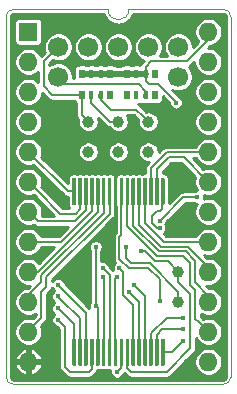
<source format=gbr>
%TF.GenerationSoftware,KiCad,Pcbnew,(5.1.5-0-10_14)*%
%TF.CreationDate,2021-03-11T16:13:23+01:00*%
%TF.ProjectId,C64-ROM-Adapter-LB,4336342d-524f-44d2-9d41-646170746572,1.1*%
%TF.SameCoordinates,Original*%
%TF.FileFunction,Copper,L2,Bot*%
%TF.FilePolarity,Positive*%
%FSLAX46Y46*%
G04 Gerber Fmt 4.6, Leading zero omitted, Abs format (unit mm)*
G04 Created by KiCad (PCBNEW (5.1.5-0-10_14)) date 2021-03-11 16:13:23*
%MOMM*%
%LPD*%
G04 APERTURE LIST*
%ADD10C,0.050000*%
%ADD11R,0.500000X0.800000*%
%ADD12R,0.400000X0.800000*%
%ADD13O,1.600000X1.600000*%
%ADD14R,1.600000X1.600000*%
%ADD15C,0.150000*%
%ADD16C,1.000000*%
%ADD17C,1.700000*%
%ADD18C,0.400000*%
%ADD19C,0.200000*%
%ADD20C,0.508000*%
%ADD21C,0.254000*%
G04 APERTURE END LIST*
D10*
X122809000Y-48895000D02*
X130810000Y-48895000D01*
X122809000Y-48895000D02*
G75*
G02X121031000Y-48895000I-889000J0D01*
G01*
X131445000Y-80010000D02*
G75*
G02X130810000Y-80645000I-635000J0D01*
G01*
X113030000Y-80645000D02*
G75*
G02X112395000Y-80010000I0J635000D01*
G01*
X112395000Y-49530000D02*
G75*
G02X113030000Y-48895000I635000J0D01*
G01*
X130810000Y-48895000D02*
G75*
G02X131445000Y-49530000I0J-635000D01*
G01*
X112395000Y-80010000D02*
X112395000Y-49530000D01*
X130810000Y-80645000D02*
X113030000Y-80645000D01*
X131445000Y-49530000D02*
X131445000Y-80010000D01*
X113030000Y-48895000D02*
X121031000Y-48895000D01*
D11*
X121215000Y-56145000D03*
D12*
X120415000Y-56145000D03*
D11*
X118815000Y-56145000D03*
D12*
X119615000Y-56145000D03*
D11*
X121215000Y-54345000D03*
D12*
X119615000Y-54345000D03*
X120415000Y-54345000D03*
D11*
X118815000Y-54345000D03*
D13*
X129540000Y-50800000D03*
X114300000Y-78740000D03*
X129540000Y-53340000D03*
X114300000Y-76200000D03*
X129540000Y-55880000D03*
X114300000Y-73660000D03*
X129540000Y-58420000D03*
X114300000Y-71120000D03*
X129540000Y-60960000D03*
X114300000Y-68580000D03*
X129540000Y-63500000D03*
X114300000Y-66040000D03*
X129540000Y-66040000D03*
X114300000Y-63500000D03*
X129540000Y-68580000D03*
X114300000Y-60960000D03*
X129540000Y-71120000D03*
X114300000Y-58420000D03*
X129540000Y-73660000D03*
X114300000Y-55880000D03*
X129540000Y-76200000D03*
X114300000Y-53340000D03*
X129540000Y-78740000D03*
D14*
X114300000Y-50800000D03*
%TA.AperFunction,SMDPad,CuDef*%
D15*
G36*
X125752351Y-76770361D02*
G01*
X125759632Y-76771441D01*
X125766771Y-76773229D01*
X125773701Y-76775709D01*
X125780355Y-76778856D01*
X125786668Y-76782640D01*
X125792579Y-76787024D01*
X125798033Y-76791967D01*
X125802976Y-76797421D01*
X125807360Y-76803332D01*
X125811144Y-76809645D01*
X125814291Y-76816299D01*
X125816771Y-76823229D01*
X125818559Y-76830368D01*
X125819639Y-76837649D01*
X125820000Y-76845000D01*
X125820000Y-78995000D01*
X125819639Y-79002351D01*
X125818559Y-79009632D01*
X125816771Y-79016771D01*
X125814291Y-79023701D01*
X125811144Y-79030355D01*
X125807360Y-79036668D01*
X125802976Y-79042579D01*
X125798033Y-79048033D01*
X125792579Y-79052976D01*
X125786668Y-79057360D01*
X125780355Y-79061144D01*
X125773701Y-79064291D01*
X125766771Y-79066771D01*
X125759632Y-79068559D01*
X125752351Y-79069639D01*
X125745000Y-79070000D01*
X125595000Y-79070000D01*
X125587649Y-79069639D01*
X125580368Y-79068559D01*
X125573229Y-79066771D01*
X125566299Y-79064291D01*
X125559645Y-79061144D01*
X125553332Y-79057360D01*
X125547421Y-79052976D01*
X125541967Y-79048033D01*
X125537024Y-79042579D01*
X125532640Y-79036668D01*
X125528856Y-79030355D01*
X125525709Y-79023701D01*
X125523229Y-79016771D01*
X125521441Y-79009632D01*
X125520361Y-79002351D01*
X125520000Y-78995000D01*
X125520000Y-76845000D01*
X125520361Y-76837649D01*
X125521441Y-76830368D01*
X125523229Y-76823229D01*
X125525709Y-76816299D01*
X125528856Y-76809645D01*
X125532640Y-76803332D01*
X125537024Y-76797421D01*
X125541967Y-76791967D01*
X125547421Y-76787024D01*
X125553332Y-76782640D01*
X125559645Y-76778856D01*
X125566299Y-76775709D01*
X125573229Y-76773229D01*
X125580368Y-76771441D01*
X125587649Y-76770361D01*
X125595000Y-76770000D01*
X125745000Y-76770000D01*
X125752351Y-76770361D01*
G37*
%TD.AperFunction*%
%TA.AperFunction,SMDPad,CuDef*%
G36*
X125252351Y-76770361D02*
G01*
X125259632Y-76771441D01*
X125266771Y-76773229D01*
X125273701Y-76775709D01*
X125280355Y-76778856D01*
X125286668Y-76782640D01*
X125292579Y-76787024D01*
X125298033Y-76791967D01*
X125302976Y-76797421D01*
X125307360Y-76803332D01*
X125311144Y-76809645D01*
X125314291Y-76816299D01*
X125316771Y-76823229D01*
X125318559Y-76830368D01*
X125319639Y-76837649D01*
X125320000Y-76845000D01*
X125320000Y-78995000D01*
X125319639Y-79002351D01*
X125318559Y-79009632D01*
X125316771Y-79016771D01*
X125314291Y-79023701D01*
X125311144Y-79030355D01*
X125307360Y-79036668D01*
X125302976Y-79042579D01*
X125298033Y-79048033D01*
X125292579Y-79052976D01*
X125286668Y-79057360D01*
X125280355Y-79061144D01*
X125273701Y-79064291D01*
X125266771Y-79066771D01*
X125259632Y-79068559D01*
X125252351Y-79069639D01*
X125245000Y-79070000D01*
X125095000Y-79070000D01*
X125087649Y-79069639D01*
X125080368Y-79068559D01*
X125073229Y-79066771D01*
X125066299Y-79064291D01*
X125059645Y-79061144D01*
X125053332Y-79057360D01*
X125047421Y-79052976D01*
X125041967Y-79048033D01*
X125037024Y-79042579D01*
X125032640Y-79036668D01*
X125028856Y-79030355D01*
X125025709Y-79023701D01*
X125023229Y-79016771D01*
X125021441Y-79009632D01*
X125020361Y-79002351D01*
X125020000Y-78995000D01*
X125020000Y-76845000D01*
X125020361Y-76837649D01*
X125021441Y-76830368D01*
X125023229Y-76823229D01*
X125025709Y-76816299D01*
X125028856Y-76809645D01*
X125032640Y-76803332D01*
X125037024Y-76797421D01*
X125041967Y-76791967D01*
X125047421Y-76787024D01*
X125053332Y-76782640D01*
X125059645Y-76778856D01*
X125066299Y-76775709D01*
X125073229Y-76773229D01*
X125080368Y-76771441D01*
X125087649Y-76770361D01*
X125095000Y-76770000D01*
X125245000Y-76770000D01*
X125252351Y-76770361D01*
G37*
%TD.AperFunction*%
%TA.AperFunction,SMDPad,CuDef*%
G36*
X124752351Y-76770361D02*
G01*
X124759632Y-76771441D01*
X124766771Y-76773229D01*
X124773701Y-76775709D01*
X124780355Y-76778856D01*
X124786668Y-76782640D01*
X124792579Y-76787024D01*
X124798033Y-76791967D01*
X124802976Y-76797421D01*
X124807360Y-76803332D01*
X124811144Y-76809645D01*
X124814291Y-76816299D01*
X124816771Y-76823229D01*
X124818559Y-76830368D01*
X124819639Y-76837649D01*
X124820000Y-76845000D01*
X124820000Y-78995000D01*
X124819639Y-79002351D01*
X124818559Y-79009632D01*
X124816771Y-79016771D01*
X124814291Y-79023701D01*
X124811144Y-79030355D01*
X124807360Y-79036668D01*
X124802976Y-79042579D01*
X124798033Y-79048033D01*
X124792579Y-79052976D01*
X124786668Y-79057360D01*
X124780355Y-79061144D01*
X124773701Y-79064291D01*
X124766771Y-79066771D01*
X124759632Y-79068559D01*
X124752351Y-79069639D01*
X124745000Y-79070000D01*
X124595000Y-79070000D01*
X124587649Y-79069639D01*
X124580368Y-79068559D01*
X124573229Y-79066771D01*
X124566299Y-79064291D01*
X124559645Y-79061144D01*
X124553332Y-79057360D01*
X124547421Y-79052976D01*
X124541967Y-79048033D01*
X124537024Y-79042579D01*
X124532640Y-79036668D01*
X124528856Y-79030355D01*
X124525709Y-79023701D01*
X124523229Y-79016771D01*
X124521441Y-79009632D01*
X124520361Y-79002351D01*
X124520000Y-78995000D01*
X124520000Y-76845000D01*
X124520361Y-76837649D01*
X124521441Y-76830368D01*
X124523229Y-76823229D01*
X124525709Y-76816299D01*
X124528856Y-76809645D01*
X124532640Y-76803332D01*
X124537024Y-76797421D01*
X124541967Y-76791967D01*
X124547421Y-76787024D01*
X124553332Y-76782640D01*
X124559645Y-76778856D01*
X124566299Y-76775709D01*
X124573229Y-76773229D01*
X124580368Y-76771441D01*
X124587649Y-76770361D01*
X124595000Y-76770000D01*
X124745000Y-76770000D01*
X124752351Y-76770361D01*
G37*
%TD.AperFunction*%
%TA.AperFunction,SMDPad,CuDef*%
G36*
X124252351Y-76770361D02*
G01*
X124259632Y-76771441D01*
X124266771Y-76773229D01*
X124273701Y-76775709D01*
X124280355Y-76778856D01*
X124286668Y-76782640D01*
X124292579Y-76787024D01*
X124298033Y-76791967D01*
X124302976Y-76797421D01*
X124307360Y-76803332D01*
X124311144Y-76809645D01*
X124314291Y-76816299D01*
X124316771Y-76823229D01*
X124318559Y-76830368D01*
X124319639Y-76837649D01*
X124320000Y-76845000D01*
X124320000Y-78995000D01*
X124319639Y-79002351D01*
X124318559Y-79009632D01*
X124316771Y-79016771D01*
X124314291Y-79023701D01*
X124311144Y-79030355D01*
X124307360Y-79036668D01*
X124302976Y-79042579D01*
X124298033Y-79048033D01*
X124292579Y-79052976D01*
X124286668Y-79057360D01*
X124280355Y-79061144D01*
X124273701Y-79064291D01*
X124266771Y-79066771D01*
X124259632Y-79068559D01*
X124252351Y-79069639D01*
X124245000Y-79070000D01*
X124095000Y-79070000D01*
X124087649Y-79069639D01*
X124080368Y-79068559D01*
X124073229Y-79066771D01*
X124066299Y-79064291D01*
X124059645Y-79061144D01*
X124053332Y-79057360D01*
X124047421Y-79052976D01*
X124041967Y-79048033D01*
X124037024Y-79042579D01*
X124032640Y-79036668D01*
X124028856Y-79030355D01*
X124025709Y-79023701D01*
X124023229Y-79016771D01*
X124021441Y-79009632D01*
X124020361Y-79002351D01*
X124020000Y-78995000D01*
X124020000Y-76845000D01*
X124020361Y-76837649D01*
X124021441Y-76830368D01*
X124023229Y-76823229D01*
X124025709Y-76816299D01*
X124028856Y-76809645D01*
X124032640Y-76803332D01*
X124037024Y-76797421D01*
X124041967Y-76791967D01*
X124047421Y-76787024D01*
X124053332Y-76782640D01*
X124059645Y-76778856D01*
X124066299Y-76775709D01*
X124073229Y-76773229D01*
X124080368Y-76771441D01*
X124087649Y-76770361D01*
X124095000Y-76770000D01*
X124245000Y-76770000D01*
X124252351Y-76770361D01*
G37*
%TD.AperFunction*%
%TA.AperFunction,SMDPad,CuDef*%
G36*
X123752351Y-76770361D02*
G01*
X123759632Y-76771441D01*
X123766771Y-76773229D01*
X123773701Y-76775709D01*
X123780355Y-76778856D01*
X123786668Y-76782640D01*
X123792579Y-76787024D01*
X123798033Y-76791967D01*
X123802976Y-76797421D01*
X123807360Y-76803332D01*
X123811144Y-76809645D01*
X123814291Y-76816299D01*
X123816771Y-76823229D01*
X123818559Y-76830368D01*
X123819639Y-76837649D01*
X123820000Y-76845000D01*
X123820000Y-78995000D01*
X123819639Y-79002351D01*
X123818559Y-79009632D01*
X123816771Y-79016771D01*
X123814291Y-79023701D01*
X123811144Y-79030355D01*
X123807360Y-79036668D01*
X123802976Y-79042579D01*
X123798033Y-79048033D01*
X123792579Y-79052976D01*
X123786668Y-79057360D01*
X123780355Y-79061144D01*
X123773701Y-79064291D01*
X123766771Y-79066771D01*
X123759632Y-79068559D01*
X123752351Y-79069639D01*
X123745000Y-79070000D01*
X123595000Y-79070000D01*
X123587649Y-79069639D01*
X123580368Y-79068559D01*
X123573229Y-79066771D01*
X123566299Y-79064291D01*
X123559645Y-79061144D01*
X123553332Y-79057360D01*
X123547421Y-79052976D01*
X123541967Y-79048033D01*
X123537024Y-79042579D01*
X123532640Y-79036668D01*
X123528856Y-79030355D01*
X123525709Y-79023701D01*
X123523229Y-79016771D01*
X123521441Y-79009632D01*
X123520361Y-79002351D01*
X123520000Y-78995000D01*
X123520000Y-76845000D01*
X123520361Y-76837649D01*
X123521441Y-76830368D01*
X123523229Y-76823229D01*
X123525709Y-76816299D01*
X123528856Y-76809645D01*
X123532640Y-76803332D01*
X123537024Y-76797421D01*
X123541967Y-76791967D01*
X123547421Y-76787024D01*
X123553332Y-76782640D01*
X123559645Y-76778856D01*
X123566299Y-76775709D01*
X123573229Y-76773229D01*
X123580368Y-76771441D01*
X123587649Y-76770361D01*
X123595000Y-76770000D01*
X123745000Y-76770000D01*
X123752351Y-76770361D01*
G37*
%TD.AperFunction*%
%TA.AperFunction,SMDPad,CuDef*%
G36*
X123252351Y-76770361D02*
G01*
X123259632Y-76771441D01*
X123266771Y-76773229D01*
X123273701Y-76775709D01*
X123280355Y-76778856D01*
X123286668Y-76782640D01*
X123292579Y-76787024D01*
X123298033Y-76791967D01*
X123302976Y-76797421D01*
X123307360Y-76803332D01*
X123311144Y-76809645D01*
X123314291Y-76816299D01*
X123316771Y-76823229D01*
X123318559Y-76830368D01*
X123319639Y-76837649D01*
X123320000Y-76845000D01*
X123320000Y-78995000D01*
X123319639Y-79002351D01*
X123318559Y-79009632D01*
X123316771Y-79016771D01*
X123314291Y-79023701D01*
X123311144Y-79030355D01*
X123307360Y-79036668D01*
X123302976Y-79042579D01*
X123298033Y-79048033D01*
X123292579Y-79052976D01*
X123286668Y-79057360D01*
X123280355Y-79061144D01*
X123273701Y-79064291D01*
X123266771Y-79066771D01*
X123259632Y-79068559D01*
X123252351Y-79069639D01*
X123245000Y-79070000D01*
X123095000Y-79070000D01*
X123087649Y-79069639D01*
X123080368Y-79068559D01*
X123073229Y-79066771D01*
X123066299Y-79064291D01*
X123059645Y-79061144D01*
X123053332Y-79057360D01*
X123047421Y-79052976D01*
X123041967Y-79048033D01*
X123037024Y-79042579D01*
X123032640Y-79036668D01*
X123028856Y-79030355D01*
X123025709Y-79023701D01*
X123023229Y-79016771D01*
X123021441Y-79009632D01*
X123020361Y-79002351D01*
X123020000Y-78995000D01*
X123020000Y-76845000D01*
X123020361Y-76837649D01*
X123021441Y-76830368D01*
X123023229Y-76823229D01*
X123025709Y-76816299D01*
X123028856Y-76809645D01*
X123032640Y-76803332D01*
X123037024Y-76797421D01*
X123041967Y-76791967D01*
X123047421Y-76787024D01*
X123053332Y-76782640D01*
X123059645Y-76778856D01*
X123066299Y-76775709D01*
X123073229Y-76773229D01*
X123080368Y-76771441D01*
X123087649Y-76770361D01*
X123095000Y-76770000D01*
X123245000Y-76770000D01*
X123252351Y-76770361D01*
G37*
%TD.AperFunction*%
%TA.AperFunction,SMDPad,CuDef*%
G36*
X122752351Y-76770361D02*
G01*
X122759632Y-76771441D01*
X122766771Y-76773229D01*
X122773701Y-76775709D01*
X122780355Y-76778856D01*
X122786668Y-76782640D01*
X122792579Y-76787024D01*
X122798033Y-76791967D01*
X122802976Y-76797421D01*
X122807360Y-76803332D01*
X122811144Y-76809645D01*
X122814291Y-76816299D01*
X122816771Y-76823229D01*
X122818559Y-76830368D01*
X122819639Y-76837649D01*
X122820000Y-76845000D01*
X122820000Y-78995000D01*
X122819639Y-79002351D01*
X122818559Y-79009632D01*
X122816771Y-79016771D01*
X122814291Y-79023701D01*
X122811144Y-79030355D01*
X122807360Y-79036668D01*
X122802976Y-79042579D01*
X122798033Y-79048033D01*
X122792579Y-79052976D01*
X122786668Y-79057360D01*
X122780355Y-79061144D01*
X122773701Y-79064291D01*
X122766771Y-79066771D01*
X122759632Y-79068559D01*
X122752351Y-79069639D01*
X122745000Y-79070000D01*
X122595000Y-79070000D01*
X122587649Y-79069639D01*
X122580368Y-79068559D01*
X122573229Y-79066771D01*
X122566299Y-79064291D01*
X122559645Y-79061144D01*
X122553332Y-79057360D01*
X122547421Y-79052976D01*
X122541967Y-79048033D01*
X122537024Y-79042579D01*
X122532640Y-79036668D01*
X122528856Y-79030355D01*
X122525709Y-79023701D01*
X122523229Y-79016771D01*
X122521441Y-79009632D01*
X122520361Y-79002351D01*
X122520000Y-78995000D01*
X122520000Y-76845000D01*
X122520361Y-76837649D01*
X122521441Y-76830368D01*
X122523229Y-76823229D01*
X122525709Y-76816299D01*
X122528856Y-76809645D01*
X122532640Y-76803332D01*
X122537024Y-76797421D01*
X122541967Y-76791967D01*
X122547421Y-76787024D01*
X122553332Y-76782640D01*
X122559645Y-76778856D01*
X122566299Y-76775709D01*
X122573229Y-76773229D01*
X122580368Y-76771441D01*
X122587649Y-76770361D01*
X122595000Y-76770000D01*
X122745000Y-76770000D01*
X122752351Y-76770361D01*
G37*
%TD.AperFunction*%
%TA.AperFunction,SMDPad,CuDef*%
G36*
X122252351Y-76770361D02*
G01*
X122259632Y-76771441D01*
X122266771Y-76773229D01*
X122273701Y-76775709D01*
X122280355Y-76778856D01*
X122286668Y-76782640D01*
X122292579Y-76787024D01*
X122298033Y-76791967D01*
X122302976Y-76797421D01*
X122307360Y-76803332D01*
X122311144Y-76809645D01*
X122314291Y-76816299D01*
X122316771Y-76823229D01*
X122318559Y-76830368D01*
X122319639Y-76837649D01*
X122320000Y-76845000D01*
X122320000Y-78995000D01*
X122319639Y-79002351D01*
X122318559Y-79009632D01*
X122316771Y-79016771D01*
X122314291Y-79023701D01*
X122311144Y-79030355D01*
X122307360Y-79036668D01*
X122302976Y-79042579D01*
X122298033Y-79048033D01*
X122292579Y-79052976D01*
X122286668Y-79057360D01*
X122280355Y-79061144D01*
X122273701Y-79064291D01*
X122266771Y-79066771D01*
X122259632Y-79068559D01*
X122252351Y-79069639D01*
X122245000Y-79070000D01*
X122095000Y-79070000D01*
X122087649Y-79069639D01*
X122080368Y-79068559D01*
X122073229Y-79066771D01*
X122066299Y-79064291D01*
X122059645Y-79061144D01*
X122053332Y-79057360D01*
X122047421Y-79052976D01*
X122041967Y-79048033D01*
X122037024Y-79042579D01*
X122032640Y-79036668D01*
X122028856Y-79030355D01*
X122025709Y-79023701D01*
X122023229Y-79016771D01*
X122021441Y-79009632D01*
X122020361Y-79002351D01*
X122020000Y-78995000D01*
X122020000Y-76845000D01*
X122020361Y-76837649D01*
X122021441Y-76830368D01*
X122023229Y-76823229D01*
X122025709Y-76816299D01*
X122028856Y-76809645D01*
X122032640Y-76803332D01*
X122037024Y-76797421D01*
X122041967Y-76791967D01*
X122047421Y-76787024D01*
X122053332Y-76782640D01*
X122059645Y-76778856D01*
X122066299Y-76775709D01*
X122073229Y-76773229D01*
X122080368Y-76771441D01*
X122087649Y-76770361D01*
X122095000Y-76770000D01*
X122245000Y-76770000D01*
X122252351Y-76770361D01*
G37*
%TD.AperFunction*%
%TA.AperFunction,SMDPad,CuDef*%
G36*
X121752351Y-76770361D02*
G01*
X121759632Y-76771441D01*
X121766771Y-76773229D01*
X121773701Y-76775709D01*
X121780355Y-76778856D01*
X121786668Y-76782640D01*
X121792579Y-76787024D01*
X121798033Y-76791967D01*
X121802976Y-76797421D01*
X121807360Y-76803332D01*
X121811144Y-76809645D01*
X121814291Y-76816299D01*
X121816771Y-76823229D01*
X121818559Y-76830368D01*
X121819639Y-76837649D01*
X121820000Y-76845000D01*
X121820000Y-78995000D01*
X121819639Y-79002351D01*
X121818559Y-79009632D01*
X121816771Y-79016771D01*
X121814291Y-79023701D01*
X121811144Y-79030355D01*
X121807360Y-79036668D01*
X121802976Y-79042579D01*
X121798033Y-79048033D01*
X121792579Y-79052976D01*
X121786668Y-79057360D01*
X121780355Y-79061144D01*
X121773701Y-79064291D01*
X121766771Y-79066771D01*
X121759632Y-79068559D01*
X121752351Y-79069639D01*
X121745000Y-79070000D01*
X121595000Y-79070000D01*
X121587649Y-79069639D01*
X121580368Y-79068559D01*
X121573229Y-79066771D01*
X121566299Y-79064291D01*
X121559645Y-79061144D01*
X121553332Y-79057360D01*
X121547421Y-79052976D01*
X121541967Y-79048033D01*
X121537024Y-79042579D01*
X121532640Y-79036668D01*
X121528856Y-79030355D01*
X121525709Y-79023701D01*
X121523229Y-79016771D01*
X121521441Y-79009632D01*
X121520361Y-79002351D01*
X121520000Y-78995000D01*
X121520000Y-76845000D01*
X121520361Y-76837649D01*
X121521441Y-76830368D01*
X121523229Y-76823229D01*
X121525709Y-76816299D01*
X121528856Y-76809645D01*
X121532640Y-76803332D01*
X121537024Y-76797421D01*
X121541967Y-76791967D01*
X121547421Y-76787024D01*
X121553332Y-76782640D01*
X121559645Y-76778856D01*
X121566299Y-76775709D01*
X121573229Y-76773229D01*
X121580368Y-76771441D01*
X121587649Y-76770361D01*
X121595000Y-76770000D01*
X121745000Y-76770000D01*
X121752351Y-76770361D01*
G37*
%TD.AperFunction*%
%TA.AperFunction,SMDPad,CuDef*%
G36*
X121252351Y-76770361D02*
G01*
X121259632Y-76771441D01*
X121266771Y-76773229D01*
X121273701Y-76775709D01*
X121280355Y-76778856D01*
X121286668Y-76782640D01*
X121292579Y-76787024D01*
X121298033Y-76791967D01*
X121302976Y-76797421D01*
X121307360Y-76803332D01*
X121311144Y-76809645D01*
X121314291Y-76816299D01*
X121316771Y-76823229D01*
X121318559Y-76830368D01*
X121319639Y-76837649D01*
X121320000Y-76845000D01*
X121320000Y-78995000D01*
X121319639Y-79002351D01*
X121318559Y-79009632D01*
X121316771Y-79016771D01*
X121314291Y-79023701D01*
X121311144Y-79030355D01*
X121307360Y-79036668D01*
X121302976Y-79042579D01*
X121298033Y-79048033D01*
X121292579Y-79052976D01*
X121286668Y-79057360D01*
X121280355Y-79061144D01*
X121273701Y-79064291D01*
X121266771Y-79066771D01*
X121259632Y-79068559D01*
X121252351Y-79069639D01*
X121245000Y-79070000D01*
X121095000Y-79070000D01*
X121087649Y-79069639D01*
X121080368Y-79068559D01*
X121073229Y-79066771D01*
X121066299Y-79064291D01*
X121059645Y-79061144D01*
X121053332Y-79057360D01*
X121047421Y-79052976D01*
X121041967Y-79048033D01*
X121037024Y-79042579D01*
X121032640Y-79036668D01*
X121028856Y-79030355D01*
X121025709Y-79023701D01*
X121023229Y-79016771D01*
X121021441Y-79009632D01*
X121020361Y-79002351D01*
X121020000Y-78995000D01*
X121020000Y-76845000D01*
X121020361Y-76837649D01*
X121021441Y-76830368D01*
X121023229Y-76823229D01*
X121025709Y-76816299D01*
X121028856Y-76809645D01*
X121032640Y-76803332D01*
X121037024Y-76797421D01*
X121041967Y-76791967D01*
X121047421Y-76787024D01*
X121053332Y-76782640D01*
X121059645Y-76778856D01*
X121066299Y-76775709D01*
X121073229Y-76773229D01*
X121080368Y-76771441D01*
X121087649Y-76770361D01*
X121095000Y-76770000D01*
X121245000Y-76770000D01*
X121252351Y-76770361D01*
G37*
%TD.AperFunction*%
%TA.AperFunction,SMDPad,CuDef*%
G36*
X120752351Y-76770361D02*
G01*
X120759632Y-76771441D01*
X120766771Y-76773229D01*
X120773701Y-76775709D01*
X120780355Y-76778856D01*
X120786668Y-76782640D01*
X120792579Y-76787024D01*
X120798033Y-76791967D01*
X120802976Y-76797421D01*
X120807360Y-76803332D01*
X120811144Y-76809645D01*
X120814291Y-76816299D01*
X120816771Y-76823229D01*
X120818559Y-76830368D01*
X120819639Y-76837649D01*
X120820000Y-76845000D01*
X120820000Y-78995000D01*
X120819639Y-79002351D01*
X120818559Y-79009632D01*
X120816771Y-79016771D01*
X120814291Y-79023701D01*
X120811144Y-79030355D01*
X120807360Y-79036668D01*
X120802976Y-79042579D01*
X120798033Y-79048033D01*
X120792579Y-79052976D01*
X120786668Y-79057360D01*
X120780355Y-79061144D01*
X120773701Y-79064291D01*
X120766771Y-79066771D01*
X120759632Y-79068559D01*
X120752351Y-79069639D01*
X120745000Y-79070000D01*
X120595000Y-79070000D01*
X120587649Y-79069639D01*
X120580368Y-79068559D01*
X120573229Y-79066771D01*
X120566299Y-79064291D01*
X120559645Y-79061144D01*
X120553332Y-79057360D01*
X120547421Y-79052976D01*
X120541967Y-79048033D01*
X120537024Y-79042579D01*
X120532640Y-79036668D01*
X120528856Y-79030355D01*
X120525709Y-79023701D01*
X120523229Y-79016771D01*
X120521441Y-79009632D01*
X120520361Y-79002351D01*
X120520000Y-78995000D01*
X120520000Y-76845000D01*
X120520361Y-76837649D01*
X120521441Y-76830368D01*
X120523229Y-76823229D01*
X120525709Y-76816299D01*
X120528856Y-76809645D01*
X120532640Y-76803332D01*
X120537024Y-76797421D01*
X120541967Y-76791967D01*
X120547421Y-76787024D01*
X120553332Y-76782640D01*
X120559645Y-76778856D01*
X120566299Y-76775709D01*
X120573229Y-76773229D01*
X120580368Y-76771441D01*
X120587649Y-76770361D01*
X120595000Y-76770000D01*
X120745000Y-76770000D01*
X120752351Y-76770361D01*
G37*
%TD.AperFunction*%
%TA.AperFunction,SMDPad,CuDef*%
G36*
X120252351Y-76770361D02*
G01*
X120259632Y-76771441D01*
X120266771Y-76773229D01*
X120273701Y-76775709D01*
X120280355Y-76778856D01*
X120286668Y-76782640D01*
X120292579Y-76787024D01*
X120298033Y-76791967D01*
X120302976Y-76797421D01*
X120307360Y-76803332D01*
X120311144Y-76809645D01*
X120314291Y-76816299D01*
X120316771Y-76823229D01*
X120318559Y-76830368D01*
X120319639Y-76837649D01*
X120320000Y-76845000D01*
X120320000Y-78995000D01*
X120319639Y-79002351D01*
X120318559Y-79009632D01*
X120316771Y-79016771D01*
X120314291Y-79023701D01*
X120311144Y-79030355D01*
X120307360Y-79036668D01*
X120302976Y-79042579D01*
X120298033Y-79048033D01*
X120292579Y-79052976D01*
X120286668Y-79057360D01*
X120280355Y-79061144D01*
X120273701Y-79064291D01*
X120266771Y-79066771D01*
X120259632Y-79068559D01*
X120252351Y-79069639D01*
X120245000Y-79070000D01*
X120095000Y-79070000D01*
X120087649Y-79069639D01*
X120080368Y-79068559D01*
X120073229Y-79066771D01*
X120066299Y-79064291D01*
X120059645Y-79061144D01*
X120053332Y-79057360D01*
X120047421Y-79052976D01*
X120041967Y-79048033D01*
X120037024Y-79042579D01*
X120032640Y-79036668D01*
X120028856Y-79030355D01*
X120025709Y-79023701D01*
X120023229Y-79016771D01*
X120021441Y-79009632D01*
X120020361Y-79002351D01*
X120020000Y-78995000D01*
X120020000Y-76845000D01*
X120020361Y-76837649D01*
X120021441Y-76830368D01*
X120023229Y-76823229D01*
X120025709Y-76816299D01*
X120028856Y-76809645D01*
X120032640Y-76803332D01*
X120037024Y-76797421D01*
X120041967Y-76791967D01*
X120047421Y-76787024D01*
X120053332Y-76782640D01*
X120059645Y-76778856D01*
X120066299Y-76775709D01*
X120073229Y-76773229D01*
X120080368Y-76771441D01*
X120087649Y-76770361D01*
X120095000Y-76770000D01*
X120245000Y-76770000D01*
X120252351Y-76770361D01*
G37*
%TD.AperFunction*%
%TA.AperFunction,SMDPad,CuDef*%
G36*
X119752351Y-76770361D02*
G01*
X119759632Y-76771441D01*
X119766771Y-76773229D01*
X119773701Y-76775709D01*
X119780355Y-76778856D01*
X119786668Y-76782640D01*
X119792579Y-76787024D01*
X119798033Y-76791967D01*
X119802976Y-76797421D01*
X119807360Y-76803332D01*
X119811144Y-76809645D01*
X119814291Y-76816299D01*
X119816771Y-76823229D01*
X119818559Y-76830368D01*
X119819639Y-76837649D01*
X119820000Y-76845000D01*
X119820000Y-78995000D01*
X119819639Y-79002351D01*
X119818559Y-79009632D01*
X119816771Y-79016771D01*
X119814291Y-79023701D01*
X119811144Y-79030355D01*
X119807360Y-79036668D01*
X119802976Y-79042579D01*
X119798033Y-79048033D01*
X119792579Y-79052976D01*
X119786668Y-79057360D01*
X119780355Y-79061144D01*
X119773701Y-79064291D01*
X119766771Y-79066771D01*
X119759632Y-79068559D01*
X119752351Y-79069639D01*
X119745000Y-79070000D01*
X119595000Y-79070000D01*
X119587649Y-79069639D01*
X119580368Y-79068559D01*
X119573229Y-79066771D01*
X119566299Y-79064291D01*
X119559645Y-79061144D01*
X119553332Y-79057360D01*
X119547421Y-79052976D01*
X119541967Y-79048033D01*
X119537024Y-79042579D01*
X119532640Y-79036668D01*
X119528856Y-79030355D01*
X119525709Y-79023701D01*
X119523229Y-79016771D01*
X119521441Y-79009632D01*
X119520361Y-79002351D01*
X119520000Y-78995000D01*
X119520000Y-76845000D01*
X119520361Y-76837649D01*
X119521441Y-76830368D01*
X119523229Y-76823229D01*
X119525709Y-76816299D01*
X119528856Y-76809645D01*
X119532640Y-76803332D01*
X119537024Y-76797421D01*
X119541967Y-76791967D01*
X119547421Y-76787024D01*
X119553332Y-76782640D01*
X119559645Y-76778856D01*
X119566299Y-76775709D01*
X119573229Y-76773229D01*
X119580368Y-76771441D01*
X119587649Y-76770361D01*
X119595000Y-76770000D01*
X119745000Y-76770000D01*
X119752351Y-76770361D01*
G37*
%TD.AperFunction*%
%TA.AperFunction,SMDPad,CuDef*%
G36*
X119252351Y-76770361D02*
G01*
X119259632Y-76771441D01*
X119266771Y-76773229D01*
X119273701Y-76775709D01*
X119280355Y-76778856D01*
X119286668Y-76782640D01*
X119292579Y-76787024D01*
X119298033Y-76791967D01*
X119302976Y-76797421D01*
X119307360Y-76803332D01*
X119311144Y-76809645D01*
X119314291Y-76816299D01*
X119316771Y-76823229D01*
X119318559Y-76830368D01*
X119319639Y-76837649D01*
X119320000Y-76845000D01*
X119320000Y-78995000D01*
X119319639Y-79002351D01*
X119318559Y-79009632D01*
X119316771Y-79016771D01*
X119314291Y-79023701D01*
X119311144Y-79030355D01*
X119307360Y-79036668D01*
X119302976Y-79042579D01*
X119298033Y-79048033D01*
X119292579Y-79052976D01*
X119286668Y-79057360D01*
X119280355Y-79061144D01*
X119273701Y-79064291D01*
X119266771Y-79066771D01*
X119259632Y-79068559D01*
X119252351Y-79069639D01*
X119245000Y-79070000D01*
X119095000Y-79070000D01*
X119087649Y-79069639D01*
X119080368Y-79068559D01*
X119073229Y-79066771D01*
X119066299Y-79064291D01*
X119059645Y-79061144D01*
X119053332Y-79057360D01*
X119047421Y-79052976D01*
X119041967Y-79048033D01*
X119037024Y-79042579D01*
X119032640Y-79036668D01*
X119028856Y-79030355D01*
X119025709Y-79023701D01*
X119023229Y-79016771D01*
X119021441Y-79009632D01*
X119020361Y-79002351D01*
X119020000Y-78995000D01*
X119020000Y-76845000D01*
X119020361Y-76837649D01*
X119021441Y-76830368D01*
X119023229Y-76823229D01*
X119025709Y-76816299D01*
X119028856Y-76809645D01*
X119032640Y-76803332D01*
X119037024Y-76797421D01*
X119041967Y-76791967D01*
X119047421Y-76787024D01*
X119053332Y-76782640D01*
X119059645Y-76778856D01*
X119066299Y-76775709D01*
X119073229Y-76773229D01*
X119080368Y-76771441D01*
X119087649Y-76770361D01*
X119095000Y-76770000D01*
X119245000Y-76770000D01*
X119252351Y-76770361D01*
G37*
%TD.AperFunction*%
%TA.AperFunction,SMDPad,CuDef*%
G36*
X118752351Y-76770361D02*
G01*
X118759632Y-76771441D01*
X118766771Y-76773229D01*
X118773701Y-76775709D01*
X118780355Y-76778856D01*
X118786668Y-76782640D01*
X118792579Y-76787024D01*
X118798033Y-76791967D01*
X118802976Y-76797421D01*
X118807360Y-76803332D01*
X118811144Y-76809645D01*
X118814291Y-76816299D01*
X118816771Y-76823229D01*
X118818559Y-76830368D01*
X118819639Y-76837649D01*
X118820000Y-76845000D01*
X118820000Y-78995000D01*
X118819639Y-79002351D01*
X118818559Y-79009632D01*
X118816771Y-79016771D01*
X118814291Y-79023701D01*
X118811144Y-79030355D01*
X118807360Y-79036668D01*
X118802976Y-79042579D01*
X118798033Y-79048033D01*
X118792579Y-79052976D01*
X118786668Y-79057360D01*
X118780355Y-79061144D01*
X118773701Y-79064291D01*
X118766771Y-79066771D01*
X118759632Y-79068559D01*
X118752351Y-79069639D01*
X118745000Y-79070000D01*
X118595000Y-79070000D01*
X118587649Y-79069639D01*
X118580368Y-79068559D01*
X118573229Y-79066771D01*
X118566299Y-79064291D01*
X118559645Y-79061144D01*
X118553332Y-79057360D01*
X118547421Y-79052976D01*
X118541967Y-79048033D01*
X118537024Y-79042579D01*
X118532640Y-79036668D01*
X118528856Y-79030355D01*
X118525709Y-79023701D01*
X118523229Y-79016771D01*
X118521441Y-79009632D01*
X118520361Y-79002351D01*
X118520000Y-78995000D01*
X118520000Y-76845000D01*
X118520361Y-76837649D01*
X118521441Y-76830368D01*
X118523229Y-76823229D01*
X118525709Y-76816299D01*
X118528856Y-76809645D01*
X118532640Y-76803332D01*
X118537024Y-76797421D01*
X118541967Y-76791967D01*
X118547421Y-76787024D01*
X118553332Y-76782640D01*
X118559645Y-76778856D01*
X118566299Y-76775709D01*
X118573229Y-76773229D01*
X118580368Y-76771441D01*
X118587649Y-76770361D01*
X118595000Y-76770000D01*
X118745000Y-76770000D01*
X118752351Y-76770361D01*
G37*
%TD.AperFunction*%
%TA.AperFunction,SMDPad,CuDef*%
G36*
X118252351Y-76770361D02*
G01*
X118259632Y-76771441D01*
X118266771Y-76773229D01*
X118273701Y-76775709D01*
X118280355Y-76778856D01*
X118286668Y-76782640D01*
X118292579Y-76787024D01*
X118298033Y-76791967D01*
X118302976Y-76797421D01*
X118307360Y-76803332D01*
X118311144Y-76809645D01*
X118314291Y-76816299D01*
X118316771Y-76823229D01*
X118318559Y-76830368D01*
X118319639Y-76837649D01*
X118320000Y-76845000D01*
X118320000Y-78995000D01*
X118319639Y-79002351D01*
X118318559Y-79009632D01*
X118316771Y-79016771D01*
X118314291Y-79023701D01*
X118311144Y-79030355D01*
X118307360Y-79036668D01*
X118302976Y-79042579D01*
X118298033Y-79048033D01*
X118292579Y-79052976D01*
X118286668Y-79057360D01*
X118280355Y-79061144D01*
X118273701Y-79064291D01*
X118266771Y-79066771D01*
X118259632Y-79068559D01*
X118252351Y-79069639D01*
X118245000Y-79070000D01*
X118095000Y-79070000D01*
X118087649Y-79069639D01*
X118080368Y-79068559D01*
X118073229Y-79066771D01*
X118066299Y-79064291D01*
X118059645Y-79061144D01*
X118053332Y-79057360D01*
X118047421Y-79052976D01*
X118041967Y-79048033D01*
X118037024Y-79042579D01*
X118032640Y-79036668D01*
X118028856Y-79030355D01*
X118025709Y-79023701D01*
X118023229Y-79016771D01*
X118021441Y-79009632D01*
X118020361Y-79002351D01*
X118020000Y-78995000D01*
X118020000Y-76845000D01*
X118020361Y-76837649D01*
X118021441Y-76830368D01*
X118023229Y-76823229D01*
X118025709Y-76816299D01*
X118028856Y-76809645D01*
X118032640Y-76803332D01*
X118037024Y-76797421D01*
X118041967Y-76791967D01*
X118047421Y-76787024D01*
X118053332Y-76782640D01*
X118059645Y-76778856D01*
X118066299Y-76775709D01*
X118073229Y-76773229D01*
X118080368Y-76771441D01*
X118087649Y-76770361D01*
X118095000Y-76770000D01*
X118245000Y-76770000D01*
X118252351Y-76770361D01*
G37*
%TD.AperFunction*%
%TA.AperFunction,SMDPad,CuDef*%
G36*
X118252351Y-63170361D02*
G01*
X118259632Y-63171441D01*
X118266771Y-63173229D01*
X118273701Y-63175709D01*
X118280355Y-63178856D01*
X118286668Y-63182640D01*
X118292579Y-63187024D01*
X118298033Y-63191967D01*
X118302976Y-63197421D01*
X118307360Y-63203332D01*
X118311144Y-63209645D01*
X118314291Y-63216299D01*
X118316771Y-63223229D01*
X118318559Y-63230368D01*
X118319639Y-63237649D01*
X118320000Y-63245000D01*
X118320000Y-65395000D01*
X118319639Y-65402351D01*
X118318559Y-65409632D01*
X118316771Y-65416771D01*
X118314291Y-65423701D01*
X118311144Y-65430355D01*
X118307360Y-65436668D01*
X118302976Y-65442579D01*
X118298033Y-65448033D01*
X118292579Y-65452976D01*
X118286668Y-65457360D01*
X118280355Y-65461144D01*
X118273701Y-65464291D01*
X118266771Y-65466771D01*
X118259632Y-65468559D01*
X118252351Y-65469639D01*
X118245000Y-65470000D01*
X118095000Y-65470000D01*
X118087649Y-65469639D01*
X118080368Y-65468559D01*
X118073229Y-65466771D01*
X118066299Y-65464291D01*
X118059645Y-65461144D01*
X118053332Y-65457360D01*
X118047421Y-65452976D01*
X118041967Y-65448033D01*
X118037024Y-65442579D01*
X118032640Y-65436668D01*
X118028856Y-65430355D01*
X118025709Y-65423701D01*
X118023229Y-65416771D01*
X118021441Y-65409632D01*
X118020361Y-65402351D01*
X118020000Y-65395000D01*
X118020000Y-63245000D01*
X118020361Y-63237649D01*
X118021441Y-63230368D01*
X118023229Y-63223229D01*
X118025709Y-63216299D01*
X118028856Y-63209645D01*
X118032640Y-63203332D01*
X118037024Y-63197421D01*
X118041967Y-63191967D01*
X118047421Y-63187024D01*
X118053332Y-63182640D01*
X118059645Y-63178856D01*
X118066299Y-63175709D01*
X118073229Y-63173229D01*
X118080368Y-63171441D01*
X118087649Y-63170361D01*
X118095000Y-63170000D01*
X118245000Y-63170000D01*
X118252351Y-63170361D01*
G37*
%TD.AperFunction*%
%TA.AperFunction,SMDPad,CuDef*%
G36*
X118752351Y-63170361D02*
G01*
X118759632Y-63171441D01*
X118766771Y-63173229D01*
X118773701Y-63175709D01*
X118780355Y-63178856D01*
X118786668Y-63182640D01*
X118792579Y-63187024D01*
X118798033Y-63191967D01*
X118802976Y-63197421D01*
X118807360Y-63203332D01*
X118811144Y-63209645D01*
X118814291Y-63216299D01*
X118816771Y-63223229D01*
X118818559Y-63230368D01*
X118819639Y-63237649D01*
X118820000Y-63245000D01*
X118820000Y-65395000D01*
X118819639Y-65402351D01*
X118818559Y-65409632D01*
X118816771Y-65416771D01*
X118814291Y-65423701D01*
X118811144Y-65430355D01*
X118807360Y-65436668D01*
X118802976Y-65442579D01*
X118798033Y-65448033D01*
X118792579Y-65452976D01*
X118786668Y-65457360D01*
X118780355Y-65461144D01*
X118773701Y-65464291D01*
X118766771Y-65466771D01*
X118759632Y-65468559D01*
X118752351Y-65469639D01*
X118745000Y-65470000D01*
X118595000Y-65470000D01*
X118587649Y-65469639D01*
X118580368Y-65468559D01*
X118573229Y-65466771D01*
X118566299Y-65464291D01*
X118559645Y-65461144D01*
X118553332Y-65457360D01*
X118547421Y-65452976D01*
X118541967Y-65448033D01*
X118537024Y-65442579D01*
X118532640Y-65436668D01*
X118528856Y-65430355D01*
X118525709Y-65423701D01*
X118523229Y-65416771D01*
X118521441Y-65409632D01*
X118520361Y-65402351D01*
X118520000Y-65395000D01*
X118520000Y-63245000D01*
X118520361Y-63237649D01*
X118521441Y-63230368D01*
X118523229Y-63223229D01*
X118525709Y-63216299D01*
X118528856Y-63209645D01*
X118532640Y-63203332D01*
X118537024Y-63197421D01*
X118541967Y-63191967D01*
X118547421Y-63187024D01*
X118553332Y-63182640D01*
X118559645Y-63178856D01*
X118566299Y-63175709D01*
X118573229Y-63173229D01*
X118580368Y-63171441D01*
X118587649Y-63170361D01*
X118595000Y-63170000D01*
X118745000Y-63170000D01*
X118752351Y-63170361D01*
G37*
%TD.AperFunction*%
%TA.AperFunction,SMDPad,CuDef*%
G36*
X119252351Y-63170361D02*
G01*
X119259632Y-63171441D01*
X119266771Y-63173229D01*
X119273701Y-63175709D01*
X119280355Y-63178856D01*
X119286668Y-63182640D01*
X119292579Y-63187024D01*
X119298033Y-63191967D01*
X119302976Y-63197421D01*
X119307360Y-63203332D01*
X119311144Y-63209645D01*
X119314291Y-63216299D01*
X119316771Y-63223229D01*
X119318559Y-63230368D01*
X119319639Y-63237649D01*
X119320000Y-63245000D01*
X119320000Y-65395000D01*
X119319639Y-65402351D01*
X119318559Y-65409632D01*
X119316771Y-65416771D01*
X119314291Y-65423701D01*
X119311144Y-65430355D01*
X119307360Y-65436668D01*
X119302976Y-65442579D01*
X119298033Y-65448033D01*
X119292579Y-65452976D01*
X119286668Y-65457360D01*
X119280355Y-65461144D01*
X119273701Y-65464291D01*
X119266771Y-65466771D01*
X119259632Y-65468559D01*
X119252351Y-65469639D01*
X119245000Y-65470000D01*
X119095000Y-65470000D01*
X119087649Y-65469639D01*
X119080368Y-65468559D01*
X119073229Y-65466771D01*
X119066299Y-65464291D01*
X119059645Y-65461144D01*
X119053332Y-65457360D01*
X119047421Y-65452976D01*
X119041967Y-65448033D01*
X119037024Y-65442579D01*
X119032640Y-65436668D01*
X119028856Y-65430355D01*
X119025709Y-65423701D01*
X119023229Y-65416771D01*
X119021441Y-65409632D01*
X119020361Y-65402351D01*
X119020000Y-65395000D01*
X119020000Y-63245000D01*
X119020361Y-63237649D01*
X119021441Y-63230368D01*
X119023229Y-63223229D01*
X119025709Y-63216299D01*
X119028856Y-63209645D01*
X119032640Y-63203332D01*
X119037024Y-63197421D01*
X119041967Y-63191967D01*
X119047421Y-63187024D01*
X119053332Y-63182640D01*
X119059645Y-63178856D01*
X119066299Y-63175709D01*
X119073229Y-63173229D01*
X119080368Y-63171441D01*
X119087649Y-63170361D01*
X119095000Y-63170000D01*
X119245000Y-63170000D01*
X119252351Y-63170361D01*
G37*
%TD.AperFunction*%
%TA.AperFunction,SMDPad,CuDef*%
G36*
X119752351Y-63170361D02*
G01*
X119759632Y-63171441D01*
X119766771Y-63173229D01*
X119773701Y-63175709D01*
X119780355Y-63178856D01*
X119786668Y-63182640D01*
X119792579Y-63187024D01*
X119798033Y-63191967D01*
X119802976Y-63197421D01*
X119807360Y-63203332D01*
X119811144Y-63209645D01*
X119814291Y-63216299D01*
X119816771Y-63223229D01*
X119818559Y-63230368D01*
X119819639Y-63237649D01*
X119820000Y-63245000D01*
X119820000Y-65395000D01*
X119819639Y-65402351D01*
X119818559Y-65409632D01*
X119816771Y-65416771D01*
X119814291Y-65423701D01*
X119811144Y-65430355D01*
X119807360Y-65436668D01*
X119802976Y-65442579D01*
X119798033Y-65448033D01*
X119792579Y-65452976D01*
X119786668Y-65457360D01*
X119780355Y-65461144D01*
X119773701Y-65464291D01*
X119766771Y-65466771D01*
X119759632Y-65468559D01*
X119752351Y-65469639D01*
X119745000Y-65470000D01*
X119595000Y-65470000D01*
X119587649Y-65469639D01*
X119580368Y-65468559D01*
X119573229Y-65466771D01*
X119566299Y-65464291D01*
X119559645Y-65461144D01*
X119553332Y-65457360D01*
X119547421Y-65452976D01*
X119541967Y-65448033D01*
X119537024Y-65442579D01*
X119532640Y-65436668D01*
X119528856Y-65430355D01*
X119525709Y-65423701D01*
X119523229Y-65416771D01*
X119521441Y-65409632D01*
X119520361Y-65402351D01*
X119520000Y-65395000D01*
X119520000Y-63245000D01*
X119520361Y-63237649D01*
X119521441Y-63230368D01*
X119523229Y-63223229D01*
X119525709Y-63216299D01*
X119528856Y-63209645D01*
X119532640Y-63203332D01*
X119537024Y-63197421D01*
X119541967Y-63191967D01*
X119547421Y-63187024D01*
X119553332Y-63182640D01*
X119559645Y-63178856D01*
X119566299Y-63175709D01*
X119573229Y-63173229D01*
X119580368Y-63171441D01*
X119587649Y-63170361D01*
X119595000Y-63170000D01*
X119745000Y-63170000D01*
X119752351Y-63170361D01*
G37*
%TD.AperFunction*%
%TA.AperFunction,SMDPad,CuDef*%
G36*
X120252351Y-63170361D02*
G01*
X120259632Y-63171441D01*
X120266771Y-63173229D01*
X120273701Y-63175709D01*
X120280355Y-63178856D01*
X120286668Y-63182640D01*
X120292579Y-63187024D01*
X120298033Y-63191967D01*
X120302976Y-63197421D01*
X120307360Y-63203332D01*
X120311144Y-63209645D01*
X120314291Y-63216299D01*
X120316771Y-63223229D01*
X120318559Y-63230368D01*
X120319639Y-63237649D01*
X120320000Y-63245000D01*
X120320000Y-65395000D01*
X120319639Y-65402351D01*
X120318559Y-65409632D01*
X120316771Y-65416771D01*
X120314291Y-65423701D01*
X120311144Y-65430355D01*
X120307360Y-65436668D01*
X120302976Y-65442579D01*
X120298033Y-65448033D01*
X120292579Y-65452976D01*
X120286668Y-65457360D01*
X120280355Y-65461144D01*
X120273701Y-65464291D01*
X120266771Y-65466771D01*
X120259632Y-65468559D01*
X120252351Y-65469639D01*
X120245000Y-65470000D01*
X120095000Y-65470000D01*
X120087649Y-65469639D01*
X120080368Y-65468559D01*
X120073229Y-65466771D01*
X120066299Y-65464291D01*
X120059645Y-65461144D01*
X120053332Y-65457360D01*
X120047421Y-65452976D01*
X120041967Y-65448033D01*
X120037024Y-65442579D01*
X120032640Y-65436668D01*
X120028856Y-65430355D01*
X120025709Y-65423701D01*
X120023229Y-65416771D01*
X120021441Y-65409632D01*
X120020361Y-65402351D01*
X120020000Y-65395000D01*
X120020000Y-63245000D01*
X120020361Y-63237649D01*
X120021441Y-63230368D01*
X120023229Y-63223229D01*
X120025709Y-63216299D01*
X120028856Y-63209645D01*
X120032640Y-63203332D01*
X120037024Y-63197421D01*
X120041967Y-63191967D01*
X120047421Y-63187024D01*
X120053332Y-63182640D01*
X120059645Y-63178856D01*
X120066299Y-63175709D01*
X120073229Y-63173229D01*
X120080368Y-63171441D01*
X120087649Y-63170361D01*
X120095000Y-63170000D01*
X120245000Y-63170000D01*
X120252351Y-63170361D01*
G37*
%TD.AperFunction*%
%TA.AperFunction,SMDPad,CuDef*%
G36*
X120752351Y-63170361D02*
G01*
X120759632Y-63171441D01*
X120766771Y-63173229D01*
X120773701Y-63175709D01*
X120780355Y-63178856D01*
X120786668Y-63182640D01*
X120792579Y-63187024D01*
X120798033Y-63191967D01*
X120802976Y-63197421D01*
X120807360Y-63203332D01*
X120811144Y-63209645D01*
X120814291Y-63216299D01*
X120816771Y-63223229D01*
X120818559Y-63230368D01*
X120819639Y-63237649D01*
X120820000Y-63245000D01*
X120820000Y-65395000D01*
X120819639Y-65402351D01*
X120818559Y-65409632D01*
X120816771Y-65416771D01*
X120814291Y-65423701D01*
X120811144Y-65430355D01*
X120807360Y-65436668D01*
X120802976Y-65442579D01*
X120798033Y-65448033D01*
X120792579Y-65452976D01*
X120786668Y-65457360D01*
X120780355Y-65461144D01*
X120773701Y-65464291D01*
X120766771Y-65466771D01*
X120759632Y-65468559D01*
X120752351Y-65469639D01*
X120745000Y-65470000D01*
X120595000Y-65470000D01*
X120587649Y-65469639D01*
X120580368Y-65468559D01*
X120573229Y-65466771D01*
X120566299Y-65464291D01*
X120559645Y-65461144D01*
X120553332Y-65457360D01*
X120547421Y-65452976D01*
X120541967Y-65448033D01*
X120537024Y-65442579D01*
X120532640Y-65436668D01*
X120528856Y-65430355D01*
X120525709Y-65423701D01*
X120523229Y-65416771D01*
X120521441Y-65409632D01*
X120520361Y-65402351D01*
X120520000Y-65395000D01*
X120520000Y-63245000D01*
X120520361Y-63237649D01*
X120521441Y-63230368D01*
X120523229Y-63223229D01*
X120525709Y-63216299D01*
X120528856Y-63209645D01*
X120532640Y-63203332D01*
X120537024Y-63197421D01*
X120541967Y-63191967D01*
X120547421Y-63187024D01*
X120553332Y-63182640D01*
X120559645Y-63178856D01*
X120566299Y-63175709D01*
X120573229Y-63173229D01*
X120580368Y-63171441D01*
X120587649Y-63170361D01*
X120595000Y-63170000D01*
X120745000Y-63170000D01*
X120752351Y-63170361D01*
G37*
%TD.AperFunction*%
%TA.AperFunction,SMDPad,CuDef*%
G36*
X121252351Y-63170361D02*
G01*
X121259632Y-63171441D01*
X121266771Y-63173229D01*
X121273701Y-63175709D01*
X121280355Y-63178856D01*
X121286668Y-63182640D01*
X121292579Y-63187024D01*
X121298033Y-63191967D01*
X121302976Y-63197421D01*
X121307360Y-63203332D01*
X121311144Y-63209645D01*
X121314291Y-63216299D01*
X121316771Y-63223229D01*
X121318559Y-63230368D01*
X121319639Y-63237649D01*
X121320000Y-63245000D01*
X121320000Y-65395000D01*
X121319639Y-65402351D01*
X121318559Y-65409632D01*
X121316771Y-65416771D01*
X121314291Y-65423701D01*
X121311144Y-65430355D01*
X121307360Y-65436668D01*
X121302976Y-65442579D01*
X121298033Y-65448033D01*
X121292579Y-65452976D01*
X121286668Y-65457360D01*
X121280355Y-65461144D01*
X121273701Y-65464291D01*
X121266771Y-65466771D01*
X121259632Y-65468559D01*
X121252351Y-65469639D01*
X121245000Y-65470000D01*
X121095000Y-65470000D01*
X121087649Y-65469639D01*
X121080368Y-65468559D01*
X121073229Y-65466771D01*
X121066299Y-65464291D01*
X121059645Y-65461144D01*
X121053332Y-65457360D01*
X121047421Y-65452976D01*
X121041967Y-65448033D01*
X121037024Y-65442579D01*
X121032640Y-65436668D01*
X121028856Y-65430355D01*
X121025709Y-65423701D01*
X121023229Y-65416771D01*
X121021441Y-65409632D01*
X121020361Y-65402351D01*
X121020000Y-65395000D01*
X121020000Y-63245000D01*
X121020361Y-63237649D01*
X121021441Y-63230368D01*
X121023229Y-63223229D01*
X121025709Y-63216299D01*
X121028856Y-63209645D01*
X121032640Y-63203332D01*
X121037024Y-63197421D01*
X121041967Y-63191967D01*
X121047421Y-63187024D01*
X121053332Y-63182640D01*
X121059645Y-63178856D01*
X121066299Y-63175709D01*
X121073229Y-63173229D01*
X121080368Y-63171441D01*
X121087649Y-63170361D01*
X121095000Y-63170000D01*
X121245000Y-63170000D01*
X121252351Y-63170361D01*
G37*
%TD.AperFunction*%
%TA.AperFunction,SMDPad,CuDef*%
G36*
X121752351Y-63170361D02*
G01*
X121759632Y-63171441D01*
X121766771Y-63173229D01*
X121773701Y-63175709D01*
X121780355Y-63178856D01*
X121786668Y-63182640D01*
X121792579Y-63187024D01*
X121798033Y-63191967D01*
X121802976Y-63197421D01*
X121807360Y-63203332D01*
X121811144Y-63209645D01*
X121814291Y-63216299D01*
X121816771Y-63223229D01*
X121818559Y-63230368D01*
X121819639Y-63237649D01*
X121820000Y-63245000D01*
X121820000Y-65395000D01*
X121819639Y-65402351D01*
X121818559Y-65409632D01*
X121816771Y-65416771D01*
X121814291Y-65423701D01*
X121811144Y-65430355D01*
X121807360Y-65436668D01*
X121802976Y-65442579D01*
X121798033Y-65448033D01*
X121792579Y-65452976D01*
X121786668Y-65457360D01*
X121780355Y-65461144D01*
X121773701Y-65464291D01*
X121766771Y-65466771D01*
X121759632Y-65468559D01*
X121752351Y-65469639D01*
X121745000Y-65470000D01*
X121595000Y-65470000D01*
X121587649Y-65469639D01*
X121580368Y-65468559D01*
X121573229Y-65466771D01*
X121566299Y-65464291D01*
X121559645Y-65461144D01*
X121553332Y-65457360D01*
X121547421Y-65452976D01*
X121541967Y-65448033D01*
X121537024Y-65442579D01*
X121532640Y-65436668D01*
X121528856Y-65430355D01*
X121525709Y-65423701D01*
X121523229Y-65416771D01*
X121521441Y-65409632D01*
X121520361Y-65402351D01*
X121520000Y-65395000D01*
X121520000Y-63245000D01*
X121520361Y-63237649D01*
X121521441Y-63230368D01*
X121523229Y-63223229D01*
X121525709Y-63216299D01*
X121528856Y-63209645D01*
X121532640Y-63203332D01*
X121537024Y-63197421D01*
X121541967Y-63191967D01*
X121547421Y-63187024D01*
X121553332Y-63182640D01*
X121559645Y-63178856D01*
X121566299Y-63175709D01*
X121573229Y-63173229D01*
X121580368Y-63171441D01*
X121587649Y-63170361D01*
X121595000Y-63170000D01*
X121745000Y-63170000D01*
X121752351Y-63170361D01*
G37*
%TD.AperFunction*%
%TA.AperFunction,SMDPad,CuDef*%
G36*
X122252351Y-63170361D02*
G01*
X122259632Y-63171441D01*
X122266771Y-63173229D01*
X122273701Y-63175709D01*
X122280355Y-63178856D01*
X122286668Y-63182640D01*
X122292579Y-63187024D01*
X122298033Y-63191967D01*
X122302976Y-63197421D01*
X122307360Y-63203332D01*
X122311144Y-63209645D01*
X122314291Y-63216299D01*
X122316771Y-63223229D01*
X122318559Y-63230368D01*
X122319639Y-63237649D01*
X122320000Y-63245000D01*
X122320000Y-65395000D01*
X122319639Y-65402351D01*
X122318559Y-65409632D01*
X122316771Y-65416771D01*
X122314291Y-65423701D01*
X122311144Y-65430355D01*
X122307360Y-65436668D01*
X122302976Y-65442579D01*
X122298033Y-65448033D01*
X122292579Y-65452976D01*
X122286668Y-65457360D01*
X122280355Y-65461144D01*
X122273701Y-65464291D01*
X122266771Y-65466771D01*
X122259632Y-65468559D01*
X122252351Y-65469639D01*
X122245000Y-65470000D01*
X122095000Y-65470000D01*
X122087649Y-65469639D01*
X122080368Y-65468559D01*
X122073229Y-65466771D01*
X122066299Y-65464291D01*
X122059645Y-65461144D01*
X122053332Y-65457360D01*
X122047421Y-65452976D01*
X122041967Y-65448033D01*
X122037024Y-65442579D01*
X122032640Y-65436668D01*
X122028856Y-65430355D01*
X122025709Y-65423701D01*
X122023229Y-65416771D01*
X122021441Y-65409632D01*
X122020361Y-65402351D01*
X122020000Y-65395000D01*
X122020000Y-63245000D01*
X122020361Y-63237649D01*
X122021441Y-63230368D01*
X122023229Y-63223229D01*
X122025709Y-63216299D01*
X122028856Y-63209645D01*
X122032640Y-63203332D01*
X122037024Y-63197421D01*
X122041967Y-63191967D01*
X122047421Y-63187024D01*
X122053332Y-63182640D01*
X122059645Y-63178856D01*
X122066299Y-63175709D01*
X122073229Y-63173229D01*
X122080368Y-63171441D01*
X122087649Y-63170361D01*
X122095000Y-63170000D01*
X122245000Y-63170000D01*
X122252351Y-63170361D01*
G37*
%TD.AperFunction*%
%TA.AperFunction,SMDPad,CuDef*%
G36*
X122752351Y-63170361D02*
G01*
X122759632Y-63171441D01*
X122766771Y-63173229D01*
X122773701Y-63175709D01*
X122780355Y-63178856D01*
X122786668Y-63182640D01*
X122792579Y-63187024D01*
X122798033Y-63191967D01*
X122802976Y-63197421D01*
X122807360Y-63203332D01*
X122811144Y-63209645D01*
X122814291Y-63216299D01*
X122816771Y-63223229D01*
X122818559Y-63230368D01*
X122819639Y-63237649D01*
X122820000Y-63245000D01*
X122820000Y-65395000D01*
X122819639Y-65402351D01*
X122818559Y-65409632D01*
X122816771Y-65416771D01*
X122814291Y-65423701D01*
X122811144Y-65430355D01*
X122807360Y-65436668D01*
X122802976Y-65442579D01*
X122798033Y-65448033D01*
X122792579Y-65452976D01*
X122786668Y-65457360D01*
X122780355Y-65461144D01*
X122773701Y-65464291D01*
X122766771Y-65466771D01*
X122759632Y-65468559D01*
X122752351Y-65469639D01*
X122745000Y-65470000D01*
X122595000Y-65470000D01*
X122587649Y-65469639D01*
X122580368Y-65468559D01*
X122573229Y-65466771D01*
X122566299Y-65464291D01*
X122559645Y-65461144D01*
X122553332Y-65457360D01*
X122547421Y-65452976D01*
X122541967Y-65448033D01*
X122537024Y-65442579D01*
X122532640Y-65436668D01*
X122528856Y-65430355D01*
X122525709Y-65423701D01*
X122523229Y-65416771D01*
X122521441Y-65409632D01*
X122520361Y-65402351D01*
X122520000Y-65395000D01*
X122520000Y-63245000D01*
X122520361Y-63237649D01*
X122521441Y-63230368D01*
X122523229Y-63223229D01*
X122525709Y-63216299D01*
X122528856Y-63209645D01*
X122532640Y-63203332D01*
X122537024Y-63197421D01*
X122541967Y-63191967D01*
X122547421Y-63187024D01*
X122553332Y-63182640D01*
X122559645Y-63178856D01*
X122566299Y-63175709D01*
X122573229Y-63173229D01*
X122580368Y-63171441D01*
X122587649Y-63170361D01*
X122595000Y-63170000D01*
X122745000Y-63170000D01*
X122752351Y-63170361D01*
G37*
%TD.AperFunction*%
%TA.AperFunction,SMDPad,CuDef*%
G36*
X123252351Y-63170361D02*
G01*
X123259632Y-63171441D01*
X123266771Y-63173229D01*
X123273701Y-63175709D01*
X123280355Y-63178856D01*
X123286668Y-63182640D01*
X123292579Y-63187024D01*
X123298033Y-63191967D01*
X123302976Y-63197421D01*
X123307360Y-63203332D01*
X123311144Y-63209645D01*
X123314291Y-63216299D01*
X123316771Y-63223229D01*
X123318559Y-63230368D01*
X123319639Y-63237649D01*
X123320000Y-63245000D01*
X123320000Y-65395000D01*
X123319639Y-65402351D01*
X123318559Y-65409632D01*
X123316771Y-65416771D01*
X123314291Y-65423701D01*
X123311144Y-65430355D01*
X123307360Y-65436668D01*
X123302976Y-65442579D01*
X123298033Y-65448033D01*
X123292579Y-65452976D01*
X123286668Y-65457360D01*
X123280355Y-65461144D01*
X123273701Y-65464291D01*
X123266771Y-65466771D01*
X123259632Y-65468559D01*
X123252351Y-65469639D01*
X123245000Y-65470000D01*
X123095000Y-65470000D01*
X123087649Y-65469639D01*
X123080368Y-65468559D01*
X123073229Y-65466771D01*
X123066299Y-65464291D01*
X123059645Y-65461144D01*
X123053332Y-65457360D01*
X123047421Y-65452976D01*
X123041967Y-65448033D01*
X123037024Y-65442579D01*
X123032640Y-65436668D01*
X123028856Y-65430355D01*
X123025709Y-65423701D01*
X123023229Y-65416771D01*
X123021441Y-65409632D01*
X123020361Y-65402351D01*
X123020000Y-65395000D01*
X123020000Y-63245000D01*
X123020361Y-63237649D01*
X123021441Y-63230368D01*
X123023229Y-63223229D01*
X123025709Y-63216299D01*
X123028856Y-63209645D01*
X123032640Y-63203332D01*
X123037024Y-63197421D01*
X123041967Y-63191967D01*
X123047421Y-63187024D01*
X123053332Y-63182640D01*
X123059645Y-63178856D01*
X123066299Y-63175709D01*
X123073229Y-63173229D01*
X123080368Y-63171441D01*
X123087649Y-63170361D01*
X123095000Y-63170000D01*
X123245000Y-63170000D01*
X123252351Y-63170361D01*
G37*
%TD.AperFunction*%
%TA.AperFunction,SMDPad,CuDef*%
G36*
X123752351Y-63170361D02*
G01*
X123759632Y-63171441D01*
X123766771Y-63173229D01*
X123773701Y-63175709D01*
X123780355Y-63178856D01*
X123786668Y-63182640D01*
X123792579Y-63187024D01*
X123798033Y-63191967D01*
X123802976Y-63197421D01*
X123807360Y-63203332D01*
X123811144Y-63209645D01*
X123814291Y-63216299D01*
X123816771Y-63223229D01*
X123818559Y-63230368D01*
X123819639Y-63237649D01*
X123820000Y-63245000D01*
X123820000Y-65395000D01*
X123819639Y-65402351D01*
X123818559Y-65409632D01*
X123816771Y-65416771D01*
X123814291Y-65423701D01*
X123811144Y-65430355D01*
X123807360Y-65436668D01*
X123802976Y-65442579D01*
X123798033Y-65448033D01*
X123792579Y-65452976D01*
X123786668Y-65457360D01*
X123780355Y-65461144D01*
X123773701Y-65464291D01*
X123766771Y-65466771D01*
X123759632Y-65468559D01*
X123752351Y-65469639D01*
X123745000Y-65470000D01*
X123595000Y-65470000D01*
X123587649Y-65469639D01*
X123580368Y-65468559D01*
X123573229Y-65466771D01*
X123566299Y-65464291D01*
X123559645Y-65461144D01*
X123553332Y-65457360D01*
X123547421Y-65452976D01*
X123541967Y-65448033D01*
X123537024Y-65442579D01*
X123532640Y-65436668D01*
X123528856Y-65430355D01*
X123525709Y-65423701D01*
X123523229Y-65416771D01*
X123521441Y-65409632D01*
X123520361Y-65402351D01*
X123520000Y-65395000D01*
X123520000Y-63245000D01*
X123520361Y-63237649D01*
X123521441Y-63230368D01*
X123523229Y-63223229D01*
X123525709Y-63216299D01*
X123528856Y-63209645D01*
X123532640Y-63203332D01*
X123537024Y-63197421D01*
X123541967Y-63191967D01*
X123547421Y-63187024D01*
X123553332Y-63182640D01*
X123559645Y-63178856D01*
X123566299Y-63175709D01*
X123573229Y-63173229D01*
X123580368Y-63171441D01*
X123587649Y-63170361D01*
X123595000Y-63170000D01*
X123745000Y-63170000D01*
X123752351Y-63170361D01*
G37*
%TD.AperFunction*%
%TA.AperFunction,SMDPad,CuDef*%
G36*
X124252351Y-63170361D02*
G01*
X124259632Y-63171441D01*
X124266771Y-63173229D01*
X124273701Y-63175709D01*
X124280355Y-63178856D01*
X124286668Y-63182640D01*
X124292579Y-63187024D01*
X124298033Y-63191967D01*
X124302976Y-63197421D01*
X124307360Y-63203332D01*
X124311144Y-63209645D01*
X124314291Y-63216299D01*
X124316771Y-63223229D01*
X124318559Y-63230368D01*
X124319639Y-63237649D01*
X124320000Y-63245000D01*
X124320000Y-65395000D01*
X124319639Y-65402351D01*
X124318559Y-65409632D01*
X124316771Y-65416771D01*
X124314291Y-65423701D01*
X124311144Y-65430355D01*
X124307360Y-65436668D01*
X124302976Y-65442579D01*
X124298033Y-65448033D01*
X124292579Y-65452976D01*
X124286668Y-65457360D01*
X124280355Y-65461144D01*
X124273701Y-65464291D01*
X124266771Y-65466771D01*
X124259632Y-65468559D01*
X124252351Y-65469639D01*
X124245000Y-65470000D01*
X124095000Y-65470000D01*
X124087649Y-65469639D01*
X124080368Y-65468559D01*
X124073229Y-65466771D01*
X124066299Y-65464291D01*
X124059645Y-65461144D01*
X124053332Y-65457360D01*
X124047421Y-65452976D01*
X124041967Y-65448033D01*
X124037024Y-65442579D01*
X124032640Y-65436668D01*
X124028856Y-65430355D01*
X124025709Y-65423701D01*
X124023229Y-65416771D01*
X124021441Y-65409632D01*
X124020361Y-65402351D01*
X124020000Y-65395000D01*
X124020000Y-63245000D01*
X124020361Y-63237649D01*
X124021441Y-63230368D01*
X124023229Y-63223229D01*
X124025709Y-63216299D01*
X124028856Y-63209645D01*
X124032640Y-63203332D01*
X124037024Y-63197421D01*
X124041967Y-63191967D01*
X124047421Y-63187024D01*
X124053332Y-63182640D01*
X124059645Y-63178856D01*
X124066299Y-63175709D01*
X124073229Y-63173229D01*
X124080368Y-63171441D01*
X124087649Y-63170361D01*
X124095000Y-63170000D01*
X124245000Y-63170000D01*
X124252351Y-63170361D01*
G37*
%TD.AperFunction*%
%TA.AperFunction,SMDPad,CuDef*%
G36*
X124752351Y-63170361D02*
G01*
X124759632Y-63171441D01*
X124766771Y-63173229D01*
X124773701Y-63175709D01*
X124780355Y-63178856D01*
X124786668Y-63182640D01*
X124792579Y-63187024D01*
X124798033Y-63191967D01*
X124802976Y-63197421D01*
X124807360Y-63203332D01*
X124811144Y-63209645D01*
X124814291Y-63216299D01*
X124816771Y-63223229D01*
X124818559Y-63230368D01*
X124819639Y-63237649D01*
X124820000Y-63245000D01*
X124820000Y-65395000D01*
X124819639Y-65402351D01*
X124818559Y-65409632D01*
X124816771Y-65416771D01*
X124814291Y-65423701D01*
X124811144Y-65430355D01*
X124807360Y-65436668D01*
X124802976Y-65442579D01*
X124798033Y-65448033D01*
X124792579Y-65452976D01*
X124786668Y-65457360D01*
X124780355Y-65461144D01*
X124773701Y-65464291D01*
X124766771Y-65466771D01*
X124759632Y-65468559D01*
X124752351Y-65469639D01*
X124745000Y-65470000D01*
X124595000Y-65470000D01*
X124587649Y-65469639D01*
X124580368Y-65468559D01*
X124573229Y-65466771D01*
X124566299Y-65464291D01*
X124559645Y-65461144D01*
X124553332Y-65457360D01*
X124547421Y-65452976D01*
X124541967Y-65448033D01*
X124537024Y-65442579D01*
X124532640Y-65436668D01*
X124528856Y-65430355D01*
X124525709Y-65423701D01*
X124523229Y-65416771D01*
X124521441Y-65409632D01*
X124520361Y-65402351D01*
X124520000Y-65395000D01*
X124520000Y-63245000D01*
X124520361Y-63237649D01*
X124521441Y-63230368D01*
X124523229Y-63223229D01*
X124525709Y-63216299D01*
X124528856Y-63209645D01*
X124532640Y-63203332D01*
X124537024Y-63197421D01*
X124541967Y-63191967D01*
X124547421Y-63187024D01*
X124553332Y-63182640D01*
X124559645Y-63178856D01*
X124566299Y-63175709D01*
X124573229Y-63173229D01*
X124580368Y-63171441D01*
X124587649Y-63170361D01*
X124595000Y-63170000D01*
X124745000Y-63170000D01*
X124752351Y-63170361D01*
G37*
%TD.AperFunction*%
%TA.AperFunction,SMDPad,CuDef*%
G36*
X125252351Y-63170361D02*
G01*
X125259632Y-63171441D01*
X125266771Y-63173229D01*
X125273701Y-63175709D01*
X125280355Y-63178856D01*
X125286668Y-63182640D01*
X125292579Y-63187024D01*
X125298033Y-63191967D01*
X125302976Y-63197421D01*
X125307360Y-63203332D01*
X125311144Y-63209645D01*
X125314291Y-63216299D01*
X125316771Y-63223229D01*
X125318559Y-63230368D01*
X125319639Y-63237649D01*
X125320000Y-63245000D01*
X125320000Y-65395000D01*
X125319639Y-65402351D01*
X125318559Y-65409632D01*
X125316771Y-65416771D01*
X125314291Y-65423701D01*
X125311144Y-65430355D01*
X125307360Y-65436668D01*
X125302976Y-65442579D01*
X125298033Y-65448033D01*
X125292579Y-65452976D01*
X125286668Y-65457360D01*
X125280355Y-65461144D01*
X125273701Y-65464291D01*
X125266771Y-65466771D01*
X125259632Y-65468559D01*
X125252351Y-65469639D01*
X125245000Y-65470000D01*
X125095000Y-65470000D01*
X125087649Y-65469639D01*
X125080368Y-65468559D01*
X125073229Y-65466771D01*
X125066299Y-65464291D01*
X125059645Y-65461144D01*
X125053332Y-65457360D01*
X125047421Y-65452976D01*
X125041967Y-65448033D01*
X125037024Y-65442579D01*
X125032640Y-65436668D01*
X125028856Y-65430355D01*
X125025709Y-65423701D01*
X125023229Y-65416771D01*
X125021441Y-65409632D01*
X125020361Y-65402351D01*
X125020000Y-65395000D01*
X125020000Y-63245000D01*
X125020361Y-63237649D01*
X125021441Y-63230368D01*
X125023229Y-63223229D01*
X125025709Y-63216299D01*
X125028856Y-63209645D01*
X125032640Y-63203332D01*
X125037024Y-63197421D01*
X125041967Y-63191967D01*
X125047421Y-63187024D01*
X125053332Y-63182640D01*
X125059645Y-63178856D01*
X125066299Y-63175709D01*
X125073229Y-63173229D01*
X125080368Y-63171441D01*
X125087649Y-63170361D01*
X125095000Y-63170000D01*
X125245000Y-63170000D01*
X125252351Y-63170361D01*
G37*
%TD.AperFunction*%
%TA.AperFunction,SMDPad,CuDef*%
G36*
X125752351Y-63170361D02*
G01*
X125759632Y-63171441D01*
X125766771Y-63173229D01*
X125773701Y-63175709D01*
X125780355Y-63178856D01*
X125786668Y-63182640D01*
X125792579Y-63187024D01*
X125798033Y-63191967D01*
X125802976Y-63197421D01*
X125807360Y-63203332D01*
X125811144Y-63209645D01*
X125814291Y-63216299D01*
X125816771Y-63223229D01*
X125818559Y-63230368D01*
X125819639Y-63237649D01*
X125820000Y-63245000D01*
X125820000Y-65395000D01*
X125819639Y-65402351D01*
X125818559Y-65409632D01*
X125816771Y-65416771D01*
X125814291Y-65423701D01*
X125811144Y-65430355D01*
X125807360Y-65436668D01*
X125802976Y-65442579D01*
X125798033Y-65448033D01*
X125792579Y-65452976D01*
X125786668Y-65457360D01*
X125780355Y-65461144D01*
X125773701Y-65464291D01*
X125766771Y-65466771D01*
X125759632Y-65468559D01*
X125752351Y-65469639D01*
X125745000Y-65470000D01*
X125595000Y-65470000D01*
X125587649Y-65469639D01*
X125580368Y-65468559D01*
X125573229Y-65466771D01*
X125566299Y-65464291D01*
X125559645Y-65461144D01*
X125553332Y-65457360D01*
X125547421Y-65452976D01*
X125541967Y-65448033D01*
X125537024Y-65442579D01*
X125532640Y-65436668D01*
X125528856Y-65430355D01*
X125525709Y-65423701D01*
X125523229Y-65416771D01*
X125521441Y-65409632D01*
X125520361Y-65402351D01*
X125520000Y-65395000D01*
X125520000Y-63245000D01*
X125520361Y-63237649D01*
X125521441Y-63230368D01*
X125523229Y-63223229D01*
X125525709Y-63216299D01*
X125528856Y-63209645D01*
X125532640Y-63203332D01*
X125537024Y-63197421D01*
X125541967Y-63191967D01*
X125547421Y-63187024D01*
X125553332Y-63182640D01*
X125559645Y-63178856D01*
X125566299Y-63175709D01*
X125573229Y-63173229D01*
X125580368Y-63171441D01*
X125587649Y-63170361D01*
X125595000Y-63170000D01*
X125745000Y-63170000D01*
X125752351Y-63170361D01*
G37*
%TD.AperFunction*%
D16*
X119380000Y-58420000D03*
X121920000Y-58420000D03*
X124460000Y-58420000D03*
X119380000Y-60960000D03*
X121920000Y-60960000D03*
X124460000Y-60960000D03*
X127000000Y-73660000D03*
X127000000Y-71120000D03*
D11*
X125025000Y-56145000D03*
D12*
X124225000Y-56145000D03*
D11*
X122625000Y-56145000D03*
D12*
X123425000Y-56145000D03*
D11*
X125025000Y-54345000D03*
D12*
X123425000Y-54345000D03*
X124225000Y-54345000D03*
D11*
X122625000Y-54345000D03*
D17*
X116840000Y-54610000D03*
X116840000Y-52070000D03*
X119380000Y-52070000D03*
X121920000Y-52070000D03*
X124460000Y-52070000D03*
X127000000Y-52070000D03*
X127000000Y-54610000D03*
D18*
X121800000Y-79600000D03*
X126799996Y-56800000D03*
X118800000Y-69600000D03*
X126000000Y-57800000D03*
X117400000Y-57800000D03*
X118200000Y-50400000D03*
X125800000Y-50400000D03*
X126200000Y-62400000D03*
X127400000Y-74999998D03*
X127400000Y-76000000D03*
X120000000Y-69000000D03*
X120000000Y-74000000D03*
X127400000Y-77000000D03*
X116800000Y-74200000D03*
X116800000Y-73200000D03*
X116800000Y-72200000D03*
X125400000Y-73600000D03*
X116800000Y-75200000D03*
X119600000Y-56200000D03*
X122800000Y-72800000D03*
X118800000Y-56200000D03*
X123200000Y-72200000D03*
X125400000Y-66800000D03*
X128600000Y-64800000D03*
X120400000Y-56200000D03*
X120600000Y-71600000D03*
X121200000Y-56200000D03*
X119380000Y-60960000D03*
X120600000Y-70800000D03*
X122600000Y-69000000D03*
X125400000Y-67400000D03*
X123800000Y-69400000D03*
X122600000Y-56200000D03*
X121920000Y-60960000D03*
X122000000Y-70800000D03*
X123400000Y-56200000D03*
X124460000Y-60960000D03*
X121800000Y-71600000D03*
X124200000Y-56200000D03*
D19*
X122170000Y-77920000D02*
X122170000Y-79230000D01*
X122170000Y-79230000D02*
X121800000Y-79600000D01*
D20*
X123425000Y-54345000D02*
X124225000Y-54345000D01*
X122625000Y-54345000D02*
X123425000Y-54345000D01*
X118815000Y-54345000D02*
X119615000Y-54345000D01*
X119615000Y-54345000D02*
X120415000Y-54345000D01*
X120415000Y-54345000D02*
X121215000Y-54345000D01*
X121215000Y-54345000D02*
X122625000Y-54345000D01*
D19*
X124225000Y-54945000D02*
X124480000Y-55200000D01*
X124225000Y-54345000D02*
X124225000Y-54945000D01*
X125270002Y-55200000D02*
X126800000Y-56729998D01*
X124480000Y-55200000D02*
X125270002Y-55200000D01*
X124225000Y-54345000D02*
X124225000Y-54007002D01*
X127700000Y-53300000D02*
X124670000Y-53300000D01*
X129600000Y-51400000D02*
X127700000Y-53300000D01*
X124670000Y-53300000D02*
X124225000Y-53745000D01*
X124225000Y-53745000D02*
X124225000Y-54345000D01*
X129600000Y-50860000D02*
X129600000Y-51400000D01*
X129540000Y-50800000D02*
X129600000Y-50860000D01*
X121670000Y-64320000D02*
X121670000Y-66730000D01*
X121670000Y-66730000D02*
X121000000Y-67400000D01*
X121670000Y-64320000D02*
X121670000Y-62470000D01*
X124670000Y-76330000D02*
X126000002Y-74999998D01*
X124670000Y-77920000D02*
X124670000Y-76330000D01*
X127117158Y-74999998D02*
X127400000Y-74999998D01*
X126000002Y-74999998D02*
X127117158Y-74999998D01*
X115800000Y-71600000D02*
X121170000Y-66230000D01*
X114300000Y-76100000D02*
X115400000Y-75000000D01*
X115800000Y-72400000D02*
X115800000Y-71600000D01*
X115400000Y-75000000D02*
X115400000Y-72800000D01*
X115400000Y-72800000D02*
X115800000Y-72400000D01*
X121170000Y-66230000D02*
X121170000Y-64320000D01*
X114300000Y-76200000D02*
X114300000Y-76100000D01*
X125170000Y-76430000D02*
X125600000Y-76000000D01*
X125600000Y-76000000D02*
X127117158Y-76000000D01*
X125170000Y-77920000D02*
X125170000Y-76430000D01*
X127117158Y-76000000D02*
X127400000Y-76000000D01*
X114300000Y-73080000D02*
X114300000Y-73660000D01*
X115400000Y-71400000D02*
X115400000Y-71980000D01*
X120670000Y-66130000D02*
X115400000Y-71400000D01*
X115400000Y-71980000D02*
X114300000Y-73080000D01*
X120670000Y-64320000D02*
X120670000Y-66130000D01*
X120170000Y-74170000D02*
X120000000Y-74000000D01*
X120200000Y-74400000D02*
X120170000Y-74170000D01*
X120170000Y-77920000D02*
X120200000Y-74400000D01*
X120000000Y-74000000D02*
X120200000Y-74200000D01*
X120200000Y-74200000D02*
X120200000Y-74400000D01*
X120000000Y-69000000D02*
X120000000Y-74000000D01*
X120170000Y-66030000D02*
X115080000Y-71120000D01*
X120170000Y-64320000D02*
X120170000Y-66030000D01*
X115080000Y-71120000D02*
X114300000Y-71120000D01*
X126000000Y-61000000D02*
X129500000Y-61000000D01*
X124670000Y-62330000D02*
X126000000Y-61000000D01*
X129500000Y-61000000D02*
X129540000Y-60960000D01*
X124670000Y-64320000D02*
X124670000Y-62330000D01*
X115431370Y-68580000D02*
X114300000Y-68580000D01*
X117054300Y-68580000D02*
X115431370Y-68580000D01*
X119670000Y-64320000D02*
X119670000Y-65964300D01*
X119670000Y-65964300D02*
X117054300Y-68580000D01*
X126200000Y-61400000D02*
X127440000Y-61400000D01*
X125170000Y-62430000D02*
X126200000Y-61400000D01*
X127440000Y-61400000D02*
X129540000Y-63500000D01*
X125170000Y-64320000D02*
X125170000Y-62430000D01*
X118228601Y-66839999D02*
X115099999Y-66839999D01*
X119170000Y-64320000D02*
X119170000Y-65898600D01*
X119170000Y-65898600D02*
X118228601Y-66839999D01*
X115099999Y-66839999D02*
X114300000Y-66040000D01*
X126480000Y-77920000D02*
X127400000Y-77000000D01*
X125670000Y-77920000D02*
X126480000Y-77920000D01*
X116999989Y-66199989D02*
X115099999Y-64299999D01*
X118670000Y-64320000D02*
X118670000Y-65832900D01*
X118670000Y-65832900D02*
X118302911Y-66199989D01*
X118302911Y-66199989D02*
X116999989Y-66199989D01*
X115099999Y-64299999D02*
X114300000Y-63500000D01*
X125780000Y-68580000D02*
X128408630Y-68580000D01*
X128408630Y-68580000D02*
X129540000Y-68580000D01*
X124170000Y-66970000D02*
X125780000Y-68580000D01*
X124170000Y-64320000D02*
X124170000Y-66970000D01*
X117660000Y-64320000D02*
X114300000Y-60960000D01*
X118170000Y-64320000D02*
X117660000Y-64320000D01*
X129540000Y-70740000D02*
X129540000Y-71120000D01*
X127780010Y-68980010D02*
X129540000Y-70740000D01*
X125511406Y-68980010D02*
X127780010Y-68980010D01*
X123670000Y-67138604D02*
X125511406Y-68980010D01*
X123670000Y-64320000D02*
X123670000Y-67138604D01*
X118170000Y-77920000D02*
X118170000Y-75570000D01*
X118170000Y-75570000D02*
X116800000Y-74200000D01*
X129540000Y-73140000D02*
X129540000Y-73660000D01*
X128400011Y-72000011D02*
X129540000Y-73140000D01*
X128400011Y-70200011D02*
X128400011Y-72000011D01*
X123170000Y-64320000D02*
X123170000Y-67204302D01*
X127600000Y-69400000D02*
X128400011Y-70200011D01*
X123170000Y-67204302D02*
X125365698Y-69400000D01*
X125365698Y-69400000D02*
X127600000Y-69400000D01*
X118670000Y-75070000D02*
X116999999Y-73399999D01*
X118670000Y-77920000D02*
X118670000Y-75070000D01*
X116999999Y-73399999D02*
X116800000Y-73200000D01*
X128740001Y-75400001D02*
X129540000Y-76200000D01*
X128439999Y-72639999D02*
X128439999Y-75099999D01*
X128000000Y-72200000D02*
X128439999Y-72639999D01*
X122670000Y-64320000D02*
X122670000Y-67270000D01*
X127400000Y-69800000D02*
X128000000Y-70400000D01*
X122670000Y-67270000D02*
X125200000Y-69800000D01*
X125200000Y-69800000D02*
X127400000Y-69800000D01*
X128439999Y-75099999D02*
X128740001Y-75400001D01*
X128000000Y-70400000D02*
X128000000Y-72200000D01*
X119170000Y-74570000D02*
X116999999Y-72399999D01*
X116999999Y-72399999D02*
X116800000Y-72200000D01*
X119170000Y-77920000D02*
X119170000Y-74570000D01*
X124434302Y-70800000D02*
X125400000Y-71765698D01*
X122000000Y-68200000D02*
X122000000Y-70000000D01*
X125400000Y-71765698D02*
X125400000Y-73600000D01*
X122800000Y-70800000D02*
X124434302Y-70800000D01*
X122000000Y-70000000D02*
X122800000Y-70800000D01*
X122170000Y-68030000D02*
X122000000Y-68200000D01*
X122170000Y-64320000D02*
X122170000Y-68030000D01*
X114300000Y-51300000D02*
X114300000Y-50800000D01*
X117400000Y-75800000D02*
X116800000Y-75200000D01*
X117800000Y-79600000D02*
X117400000Y-79200000D01*
X119400000Y-79600000D02*
X117800000Y-79600000D01*
X119670000Y-79330000D02*
X119400000Y-79600000D01*
X117400000Y-79200000D02*
X117400000Y-75800000D01*
X119670000Y-77920000D02*
X119670000Y-79330000D01*
X121212894Y-58420000D02*
X121920000Y-58420000D01*
X119615000Y-56822106D02*
X121212894Y-58420000D01*
X119615000Y-56145000D02*
X119615000Y-56822106D01*
X123670000Y-77920000D02*
X123670000Y-73670000D01*
X123670000Y-73670000D02*
X122800000Y-72800000D01*
X118800000Y-57840000D02*
X119380000Y-58420000D01*
X118800000Y-56200000D02*
X118800000Y-57840000D01*
X116334999Y-56145000D02*
X118815000Y-56145000D01*
X115600000Y-55410001D02*
X116334999Y-56145000D01*
X115600000Y-53310000D02*
X115600000Y-55410001D01*
X116840000Y-52070000D02*
X115600000Y-53310000D01*
X124170000Y-73170000D02*
X123200000Y-72200000D01*
X124170000Y-77920000D02*
X124170000Y-73170000D01*
X127400000Y-64800000D02*
X128600000Y-64800000D01*
X125400000Y-66800000D02*
X127400000Y-64800000D01*
X123440000Y-57400000D02*
X123960001Y-57920001D01*
X121279998Y-57400000D02*
X123440000Y-57400000D01*
X120415000Y-56535002D02*
X121279998Y-57400000D01*
X123960001Y-57920001D02*
X124460000Y-58420000D01*
X120415000Y-56145000D02*
X120415000Y-56535002D01*
X120670000Y-71670000D02*
X120600000Y-71600000D01*
X120670000Y-77920000D02*
X120670000Y-71670000D01*
X121170000Y-71370000D02*
X120600000Y-70800000D01*
X121170000Y-77920000D02*
X121170000Y-71370000D01*
X127000000Y-72800000D02*
X127000000Y-73660000D01*
X124583553Y-70383553D02*
X127000000Y-72800000D01*
X123016447Y-70383553D02*
X124583553Y-70383553D01*
X122600000Y-69967106D02*
X123016447Y-70383553D01*
X122600000Y-69000000D02*
X122600000Y-69967106D01*
X125601716Y-65568630D02*
X125620010Y-65550336D01*
X125601716Y-65798284D02*
X125601716Y-65568630D01*
X125400000Y-66000000D02*
X125601716Y-65798284D01*
X125620010Y-65234102D02*
X125670000Y-64320000D01*
X125200000Y-66000000D02*
X125400000Y-66000000D01*
X125620010Y-65550336D02*
X125620010Y-65234102D01*
X124800000Y-66400000D02*
X125200000Y-66000000D01*
X124800000Y-67000000D02*
X124800000Y-66400000D01*
X125200000Y-67400000D02*
X124800000Y-67000000D01*
X125400000Y-67400000D02*
X125200000Y-67400000D01*
X126080000Y-70200000D02*
X127000000Y-71120000D01*
X125000000Y-70200000D02*
X126080000Y-70200000D01*
X124200000Y-69400000D02*
X125000000Y-70200000D01*
X123800000Y-69400000D02*
X124200000Y-69400000D01*
X122670000Y-79070000D02*
X122670000Y-77920000D01*
X122670000Y-79270000D02*
X122670000Y-79070000D01*
X123000000Y-79600000D02*
X122670000Y-79270000D01*
X126000000Y-79600000D02*
X123000000Y-79600000D01*
X128000000Y-77600000D02*
X126000000Y-79600000D01*
X128000000Y-73000000D02*
X128000000Y-77600000D01*
X127000000Y-72000000D02*
X128000000Y-73000000D01*
X127000000Y-71120000D02*
X127000000Y-72000000D01*
X123170000Y-73970000D02*
X123170000Y-76770000D01*
X123170000Y-76770000D02*
X123170000Y-77920000D01*
X122299999Y-72559999D02*
X122299999Y-73099999D01*
X122300001Y-72559997D02*
X122299999Y-72559999D01*
X122300001Y-71100001D02*
X122300001Y-72559997D01*
X122299999Y-73099999D02*
X123170000Y-73970000D01*
X122000000Y-70800000D02*
X122300001Y-71100001D01*
X121670000Y-77920000D02*
X121670000Y-71730000D01*
X121670000Y-71730000D02*
X121800000Y-71600000D01*
X117430000Y-55200000D02*
X116840000Y-54610000D01*
X123620002Y-55200000D02*
X117430000Y-55200000D01*
X124200000Y-55779998D02*
X123620002Y-55200000D01*
X124200000Y-56200000D02*
X124200000Y-55779998D01*
D21*
G36*
X120715894Y-49367977D02*
G01*
X120730406Y-49401837D01*
X120744412Y-49435817D01*
X120747106Y-49440801D01*
X120747108Y-49440806D01*
X120747111Y-49440810D01*
X120830693Y-49592847D01*
X120851499Y-49623234D01*
X120871847Y-49653860D01*
X120875460Y-49658228D01*
X120986985Y-49791138D01*
X121013306Y-49816914D01*
X121039205Y-49842994D01*
X121043598Y-49846578D01*
X121178815Y-49955294D01*
X121209607Y-49975444D01*
X121240113Y-49996020D01*
X121245118Y-49998682D01*
X121398877Y-50079065D01*
X121433040Y-50092868D01*
X121466917Y-50107108D01*
X121472338Y-50108745D01*
X121472345Y-50108748D01*
X121472352Y-50108749D01*
X121638787Y-50157734D01*
X121674957Y-50164634D01*
X121710979Y-50172028D01*
X121716619Y-50172582D01*
X121716621Y-50172582D01*
X121889409Y-50188307D01*
X121926206Y-50188050D01*
X121963003Y-50188307D01*
X121968645Y-50187754D01*
X122141196Y-50169618D01*
X122177262Y-50162215D01*
X122213388Y-50155323D01*
X122218815Y-50153685D01*
X122384558Y-50102379D01*
X122418521Y-50088102D01*
X122452599Y-50074334D01*
X122457600Y-50071676D01*
X122457604Y-50071674D01*
X122457607Y-50071672D01*
X122610225Y-49989151D01*
X122640737Y-49968571D01*
X122671522Y-49948426D01*
X122675910Y-49944847D01*
X122675916Y-49944843D01*
X122675921Y-49944838D01*
X122809601Y-49834249D01*
X122835553Y-49808116D01*
X122861821Y-49782392D01*
X122865430Y-49778030D01*
X122865435Y-49778025D01*
X122865439Y-49778020D01*
X122975094Y-49643569D01*
X122995478Y-49612889D01*
X123016247Y-49582557D01*
X123018941Y-49577575D01*
X123018944Y-49577571D01*
X123018946Y-49577567D01*
X123100398Y-49424377D01*
X123114420Y-49390356D01*
X123128916Y-49356535D01*
X123130593Y-49351119D01*
X123145725Y-49301000D01*
X129219753Y-49301000D01*
X130846988Y-49306573D01*
X130854099Y-49307270D01*
X130896524Y-49320079D01*
X130935647Y-49340881D01*
X130969987Y-49368888D01*
X130998235Y-49403034D01*
X131019312Y-49442016D01*
X131032415Y-49484343D01*
X131039000Y-49546992D01*
X131039001Y-79990130D01*
X131032730Y-80054100D01*
X131019921Y-80096523D01*
X130999119Y-80135647D01*
X130971110Y-80169989D01*
X130936966Y-80198235D01*
X130897984Y-80219312D01*
X130855657Y-80232415D01*
X130793008Y-80239000D01*
X113049860Y-80239000D01*
X112985900Y-80232730D01*
X112943477Y-80219921D01*
X112904353Y-80199119D01*
X112870011Y-80171110D01*
X112841765Y-80136966D01*
X112820688Y-80097984D01*
X112807585Y-80055657D01*
X112801000Y-79993008D01*
X112801000Y-79049114D01*
X113160171Y-79049114D01*
X113180527Y-79116239D01*
X113275438Y-79327408D01*
X113409722Y-79516003D01*
X113578219Y-79674777D01*
X113774454Y-79797628D01*
X113990885Y-79879835D01*
X114173000Y-79818908D01*
X114173000Y-78867000D01*
X114427000Y-78867000D01*
X114427000Y-79818908D01*
X114609115Y-79879835D01*
X114825546Y-79797628D01*
X115021781Y-79674777D01*
X115190278Y-79516003D01*
X115324562Y-79327408D01*
X115419473Y-79116239D01*
X115439829Y-79049114D01*
X115378297Y-78867000D01*
X114427000Y-78867000D01*
X114173000Y-78867000D01*
X113221703Y-78867000D01*
X113160171Y-79049114D01*
X112801000Y-79049114D01*
X112801000Y-78430886D01*
X113160171Y-78430886D01*
X113221703Y-78613000D01*
X114173000Y-78613000D01*
X114173000Y-77661092D01*
X114427000Y-77661092D01*
X114427000Y-78613000D01*
X115378297Y-78613000D01*
X115439829Y-78430886D01*
X115419473Y-78363761D01*
X115324562Y-78152592D01*
X115190278Y-77963997D01*
X115021781Y-77805223D01*
X114825546Y-77682372D01*
X114609115Y-77600165D01*
X114427000Y-77661092D01*
X114173000Y-77661092D01*
X113990885Y-77600165D01*
X113774454Y-77682372D01*
X113578219Y-77805223D01*
X113409722Y-77963997D01*
X113275438Y-78152592D01*
X113180527Y-78363761D01*
X113160171Y-78430886D01*
X112801000Y-78430886D01*
X112801000Y-60843682D01*
X113119000Y-60843682D01*
X113119000Y-61076318D01*
X113164386Y-61304485D01*
X113253412Y-61519413D01*
X113382658Y-61712843D01*
X113547157Y-61877342D01*
X113740587Y-62006588D01*
X113955515Y-62095614D01*
X114183682Y-62141000D01*
X114416318Y-62141000D01*
X114644485Y-62095614D01*
X114722898Y-62063134D01*
X117303170Y-64643406D01*
X117318236Y-64661764D01*
X117391478Y-64721872D01*
X117430374Y-64742662D01*
X117475038Y-64766536D01*
X117565707Y-64794040D01*
X117637157Y-64801077D01*
X117637157Y-65395000D01*
X117645954Y-65484321D01*
X117672008Y-65570209D01*
X117714317Y-65649364D01*
X117771256Y-65718744D01*
X117771555Y-65718989D01*
X117199225Y-65718989D01*
X115456828Y-63976592D01*
X115456823Y-63976586D01*
X115403134Y-63922898D01*
X115435614Y-63844485D01*
X115481000Y-63616318D01*
X115481000Y-63383682D01*
X115435614Y-63155515D01*
X115346588Y-62940587D01*
X115217342Y-62747157D01*
X115052843Y-62582658D01*
X114859413Y-62453412D01*
X114644485Y-62364386D01*
X114416318Y-62319000D01*
X114183682Y-62319000D01*
X113955515Y-62364386D01*
X113740587Y-62453412D01*
X113547157Y-62582658D01*
X113382658Y-62747157D01*
X113253412Y-62940587D01*
X113164386Y-63155515D01*
X113119000Y-63383682D01*
X113119000Y-63616318D01*
X113164386Y-63844485D01*
X113253412Y-64059413D01*
X113382658Y-64252843D01*
X113547157Y-64417342D01*
X113740587Y-64546588D01*
X113955515Y-64635614D01*
X114183682Y-64681000D01*
X114416318Y-64681000D01*
X114644485Y-64635614D01*
X114722898Y-64603134D01*
X114776586Y-64656823D01*
X114776592Y-64656828D01*
X116478763Y-66358999D01*
X115440684Y-66358999D01*
X115481000Y-66156318D01*
X115481000Y-65923682D01*
X115435614Y-65695515D01*
X115346588Y-65480587D01*
X115217342Y-65287157D01*
X115052843Y-65122658D01*
X114859413Y-64993412D01*
X114644485Y-64904386D01*
X114416318Y-64859000D01*
X114183682Y-64859000D01*
X113955515Y-64904386D01*
X113740587Y-64993412D01*
X113547157Y-65122658D01*
X113382658Y-65287157D01*
X113253412Y-65480587D01*
X113164386Y-65695515D01*
X113119000Y-65923682D01*
X113119000Y-66156318D01*
X113164386Y-66384485D01*
X113253412Y-66599413D01*
X113382658Y-66792843D01*
X113547157Y-66957342D01*
X113740587Y-67086588D01*
X113955515Y-67175614D01*
X114183682Y-67221000D01*
X114416318Y-67221000D01*
X114644485Y-67175614D01*
X114722898Y-67143134D01*
X114743173Y-67163410D01*
X114758235Y-67181763D01*
X114831477Y-67241871D01*
X114915038Y-67286535D01*
X115005707Y-67314039D01*
X115076373Y-67320999D01*
X115076382Y-67320999D01*
X115099998Y-67323325D01*
X115123614Y-67320999D01*
X117633065Y-67320999D01*
X116855064Y-68099000D01*
X115379068Y-68099000D01*
X115346588Y-68020587D01*
X115217342Y-67827157D01*
X115052843Y-67662658D01*
X114859413Y-67533412D01*
X114644485Y-67444386D01*
X114416318Y-67399000D01*
X114183682Y-67399000D01*
X113955515Y-67444386D01*
X113740587Y-67533412D01*
X113547157Y-67662658D01*
X113382658Y-67827157D01*
X113253412Y-68020587D01*
X113164386Y-68235515D01*
X113119000Y-68463682D01*
X113119000Y-68696318D01*
X113164386Y-68924485D01*
X113253412Y-69139413D01*
X113382658Y-69332843D01*
X113547157Y-69497342D01*
X113740587Y-69626588D01*
X113955515Y-69715614D01*
X114183682Y-69761000D01*
X114416318Y-69761000D01*
X114644485Y-69715614D01*
X114859413Y-69626588D01*
X115052843Y-69497342D01*
X115217342Y-69332843D01*
X115346588Y-69139413D01*
X115379068Y-69061000D01*
X116458764Y-69061000D01*
X115184974Y-70334789D01*
X115052843Y-70202658D01*
X114859413Y-70073412D01*
X114644485Y-69984386D01*
X114416318Y-69939000D01*
X114183682Y-69939000D01*
X113955515Y-69984386D01*
X113740587Y-70073412D01*
X113547157Y-70202658D01*
X113382658Y-70367157D01*
X113253412Y-70560587D01*
X113164386Y-70775515D01*
X113119000Y-71003682D01*
X113119000Y-71236318D01*
X113164386Y-71464485D01*
X113253412Y-71679413D01*
X113382658Y-71872843D01*
X113547157Y-72037342D01*
X113740587Y-72166588D01*
X113955515Y-72255614D01*
X114183682Y-72301000D01*
X114398764Y-72301000D01*
X114220764Y-72479000D01*
X114183682Y-72479000D01*
X113955515Y-72524386D01*
X113740587Y-72613412D01*
X113547157Y-72742658D01*
X113382658Y-72907157D01*
X113253412Y-73100587D01*
X113164386Y-73315515D01*
X113119000Y-73543682D01*
X113119000Y-73776318D01*
X113164386Y-74004485D01*
X113253412Y-74219413D01*
X113382658Y-74412843D01*
X113547157Y-74577342D01*
X113740587Y-74706588D01*
X113955515Y-74795614D01*
X114183682Y-74841000D01*
X114416318Y-74841000D01*
X114644485Y-74795614D01*
X114859413Y-74706588D01*
X114919000Y-74666773D01*
X114919000Y-74800763D01*
X114652187Y-75067576D01*
X114644485Y-75064386D01*
X114416318Y-75019000D01*
X114183682Y-75019000D01*
X113955515Y-75064386D01*
X113740587Y-75153412D01*
X113547157Y-75282658D01*
X113382658Y-75447157D01*
X113253412Y-75640587D01*
X113164386Y-75855515D01*
X113119000Y-76083682D01*
X113119000Y-76316318D01*
X113164386Y-76544485D01*
X113253412Y-76759413D01*
X113382658Y-76952843D01*
X113547157Y-77117342D01*
X113740587Y-77246588D01*
X113955515Y-77335614D01*
X114183682Y-77381000D01*
X114416318Y-77381000D01*
X114644485Y-77335614D01*
X114859413Y-77246588D01*
X115052843Y-77117342D01*
X115217342Y-76952843D01*
X115346588Y-76759413D01*
X115435614Y-76544485D01*
X115481000Y-76316318D01*
X115481000Y-76083682D01*
X115435614Y-75855515D01*
X115373845Y-75706392D01*
X115723412Y-75356825D01*
X115741764Y-75341764D01*
X115801872Y-75268522D01*
X115846536Y-75184961D01*
X115874040Y-75094292D01*
X115874791Y-75086673D01*
X115883327Y-75000000D01*
X115881000Y-74976374D01*
X115881000Y-72999236D01*
X116123411Y-72756826D01*
X116141764Y-72741764D01*
X116201872Y-72668522D01*
X116246536Y-72584961D01*
X116274040Y-72494292D01*
X116277688Y-72457253D01*
X116285125Y-72475207D01*
X116348708Y-72570366D01*
X116429634Y-72651292D01*
X116502531Y-72700000D01*
X116429634Y-72748708D01*
X116348708Y-72829634D01*
X116285125Y-72924793D01*
X116241328Y-73030529D01*
X116219000Y-73142777D01*
X116219000Y-73257223D01*
X116241328Y-73369471D01*
X116285125Y-73475207D01*
X116348708Y-73570366D01*
X116429634Y-73651292D01*
X116502531Y-73700000D01*
X116429634Y-73748708D01*
X116348708Y-73829634D01*
X116285125Y-73924793D01*
X116241328Y-74030529D01*
X116219000Y-74142777D01*
X116219000Y-74257223D01*
X116241328Y-74369471D01*
X116285125Y-74475207D01*
X116348708Y-74570366D01*
X116429634Y-74651292D01*
X116502531Y-74700000D01*
X116429634Y-74748708D01*
X116348708Y-74829634D01*
X116285125Y-74924793D01*
X116241328Y-75030529D01*
X116219000Y-75142777D01*
X116219000Y-75257223D01*
X116241328Y-75369471D01*
X116285125Y-75475207D01*
X116348708Y-75570366D01*
X116429634Y-75651292D01*
X116524793Y-75714875D01*
X116630529Y-75758672D01*
X116690331Y-75770568D01*
X116919001Y-75999238D01*
X116919000Y-79176374D01*
X116916673Y-79200000D01*
X116925960Y-79294292D01*
X116933378Y-79318744D01*
X116953464Y-79384960D01*
X116998128Y-79468522D01*
X117058236Y-79541764D01*
X117076593Y-79556830D01*
X117443174Y-79923411D01*
X117458236Y-79941764D01*
X117531478Y-80001872D01*
X117615039Y-80046536D01*
X117705708Y-80074040D01*
X117776374Y-80081000D01*
X117776383Y-80081000D01*
X117799999Y-80083326D01*
X117823615Y-80081000D01*
X119376374Y-80081000D01*
X119400000Y-80083327D01*
X119423626Y-80081000D01*
X119494292Y-80074040D01*
X119584961Y-80046536D01*
X119668522Y-80001872D01*
X119741764Y-79941764D01*
X119756830Y-79923406D01*
X119993406Y-79686830D01*
X120011764Y-79671764D01*
X120071872Y-79598522D01*
X120102210Y-79541764D01*
X120116536Y-79514962D01*
X120135379Y-79452843D01*
X120245000Y-79452843D01*
X120334321Y-79444046D01*
X120420000Y-79418055D01*
X120505679Y-79444046D01*
X120595000Y-79452843D01*
X120745000Y-79452843D01*
X120834321Y-79444046D01*
X120920000Y-79418055D01*
X121005679Y-79444046D01*
X121095000Y-79452843D01*
X121236889Y-79452843D01*
X121219000Y-79542777D01*
X121219000Y-79657223D01*
X121241328Y-79769471D01*
X121285125Y-79875207D01*
X121348708Y-79970366D01*
X121429634Y-80051292D01*
X121524793Y-80114875D01*
X121630529Y-80158672D01*
X121742777Y-80181000D01*
X121857223Y-80181000D01*
X121969471Y-80158672D01*
X122075207Y-80114875D01*
X122170366Y-80051292D01*
X122251292Y-79970366D01*
X122314875Y-79875207D01*
X122358672Y-79769471D01*
X122370568Y-79709669D01*
X122400000Y-79680236D01*
X122643174Y-79923411D01*
X122658236Y-79941764D01*
X122731478Y-80001872D01*
X122815039Y-80046536D01*
X122905708Y-80074040D01*
X122976374Y-80081000D01*
X122976383Y-80081000D01*
X122999999Y-80083326D01*
X123023615Y-80081000D01*
X125976374Y-80081000D01*
X126000000Y-80083327D01*
X126023626Y-80081000D01*
X126094292Y-80074040D01*
X126184961Y-80046536D01*
X126268522Y-80001872D01*
X126341764Y-79941764D01*
X126356830Y-79923406D01*
X127656554Y-78623682D01*
X128359000Y-78623682D01*
X128359000Y-78856318D01*
X128404386Y-79084485D01*
X128493412Y-79299413D01*
X128622658Y-79492843D01*
X128787157Y-79657342D01*
X128980587Y-79786588D01*
X129195515Y-79875614D01*
X129423682Y-79921000D01*
X129656318Y-79921000D01*
X129884485Y-79875614D01*
X130099413Y-79786588D01*
X130292843Y-79657342D01*
X130457342Y-79492843D01*
X130586588Y-79299413D01*
X130675614Y-79084485D01*
X130721000Y-78856318D01*
X130721000Y-78623682D01*
X130675614Y-78395515D01*
X130586588Y-78180587D01*
X130457342Y-77987157D01*
X130292843Y-77822658D01*
X130099413Y-77693412D01*
X129884485Y-77604386D01*
X129656318Y-77559000D01*
X129423682Y-77559000D01*
X129195515Y-77604386D01*
X128980587Y-77693412D01*
X128787157Y-77822658D01*
X128622658Y-77987157D01*
X128493412Y-78180587D01*
X128404386Y-78395515D01*
X128359000Y-78623682D01*
X127656554Y-78623682D01*
X128323412Y-77956825D01*
X128341764Y-77941764D01*
X128401872Y-77868522D01*
X128446536Y-77784961D01*
X128474040Y-77694292D01*
X128481000Y-77623626D01*
X128483327Y-77600001D01*
X128481000Y-77576374D01*
X128481000Y-76729448D01*
X128493412Y-76759413D01*
X128622658Y-76952843D01*
X128787157Y-77117342D01*
X128980587Y-77246588D01*
X129195515Y-77335614D01*
X129423682Y-77381000D01*
X129656318Y-77381000D01*
X129884485Y-77335614D01*
X130099413Y-77246588D01*
X130292843Y-77117342D01*
X130457342Y-76952843D01*
X130586588Y-76759413D01*
X130675614Y-76544485D01*
X130721000Y-76316318D01*
X130721000Y-76083682D01*
X130675614Y-75855515D01*
X130586588Y-75640587D01*
X130457342Y-75447157D01*
X130292843Y-75282658D01*
X130099413Y-75153412D01*
X129884485Y-75064386D01*
X129656318Y-75019000D01*
X129423682Y-75019000D01*
X129195515Y-75064386D01*
X129117102Y-75096866D01*
X128920999Y-74900763D01*
X128920999Y-74666773D01*
X128980587Y-74706588D01*
X129195515Y-74795614D01*
X129423682Y-74841000D01*
X129656318Y-74841000D01*
X129884485Y-74795614D01*
X130099413Y-74706588D01*
X130292843Y-74577342D01*
X130457342Y-74412843D01*
X130586588Y-74219413D01*
X130675614Y-74004485D01*
X130721000Y-73776318D01*
X130721000Y-73543682D01*
X130675614Y-73315515D01*
X130586588Y-73100587D01*
X130457342Y-72907157D01*
X130292843Y-72742658D01*
X130099413Y-72613412D01*
X129884485Y-72524386D01*
X129656318Y-72479000D01*
X129559237Y-72479000D01*
X129370697Y-72290460D01*
X129423682Y-72301000D01*
X129656318Y-72301000D01*
X129884485Y-72255614D01*
X130099413Y-72166588D01*
X130292843Y-72037342D01*
X130457342Y-71872843D01*
X130586588Y-71679413D01*
X130675614Y-71464485D01*
X130721000Y-71236318D01*
X130721000Y-71003682D01*
X130675614Y-70775515D01*
X130586588Y-70560587D01*
X130457342Y-70367157D01*
X130292843Y-70202658D01*
X130099413Y-70073412D01*
X129884485Y-69984386D01*
X129656318Y-69939000D01*
X129423682Y-69939000D01*
X129419974Y-69939738D01*
X129195934Y-69715697D01*
X129423682Y-69761000D01*
X129656318Y-69761000D01*
X129884485Y-69715614D01*
X130099413Y-69626588D01*
X130292843Y-69497342D01*
X130457342Y-69332843D01*
X130586588Y-69139413D01*
X130675614Y-68924485D01*
X130721000Y-68696318D01*
X130721000Y-68463682D01*
X130675614Y-68235515D01*
X130586588Y-68020587D01*
X130457342Y-67827157D01*
X130292843Y-67662658D01*
X130099413Y-67533412D01*
X129884485Y-67444386D01*
X129656318Y-67399000D01*
X129423682Y-67399000D01*
X129195515Y-67444386D01*
X128980587Y-67533412D01*
X128787157Y-67662658D01*
X128622658Y-67827157D01*
X128493412Y-68020587D01*
X128460932Y-68099000D01*
X125979237Y-68099000D01*
X125747085Y-67866848D01*
X125770366Y-67851292D01*
X125851292Y-67770366D01*
X125914875Y-67675207D01*
X125958672Y-67569471D01*
X125981000Y-67457223D01*
X125981000Y-67342777D01*
X125958672Y-67230529D01*
X125914875Y-67124793D01*
X125898309Y-67100000D01*
X125914875Y-67075207D01*
X125958672Y-66969471D01*
X125970568Y-66909668D01*
X127599237Y-65281000D01*
X128274095Y-65281000D01*
X128324793Y-65314875D01*
X128430529Y-65358672D01*
X128542777Y-65381000D01*
X128559954Y-65381000D01*
X128493412Y-65480587D01*
X128404386Y-65695515D01*
X128359000Y-65923682D01*
X128359000Y-66156318D01*
X128404386Y-66384485D01*
X128493412Y-66599413D01*
X128622658Y-66792843D01*
X128787157Y-66957342D01*
X128980587Y-67086588D01*
X129195515Y-67175614D01*
X129423682Y-67221000D01*
X129656318Y-67221000D01*
X129884485Y-67175614D01*
X130099413Y-67086588D01*
X130292843Y-66957342D01*
X130457342Y-66792843D01*
X130586588Y-66599413D01*
X130675614Y-66384485D01*
X130721000Y-66156318D01*
X130721000Y-65923682D01*
X130675614Y-65695515D01*
X130586588Y-65480587D01*
X130457342Y-65287157D01*
X130292843Y-65122658D01*
X130099413Y-64993412D01*
X129884485Y-64904386D01*
X129656318Y-64859000D01*
X129423682Y-64859000D01*
X129195515Y-64904386D01*
X129169473Y-64915173D01*
X129181000Y-64857223D01*
X129181000Y-64742777D01*
X129158672Y-64630529D01*
X129153584Y-64618246D01*
X129195515Y-64635614D01*
X129423682Y-64681000D01*
X129656318Y-64681000D01*
X129884485Y-64635614D01*
X130099413Y-64546588D01*
X130292843Y-64417342D01*
X130457342Y-64252843D01*
X130586588Y-64059413D01*
X130675614Y-63844485D01*
X130721000Y-63616318D01*
X130721000Y-63383682D01*
X130675614Y-63155515D01*
X130586588Y-62940587D01*
X130457342Y-62747157D01*
X130292843Y-62582658D01*
X130099413Y-62453412D01*
X129884485Y-62364386D01*
X129656318Y-62319000D01*
X129423682Y-62319000D01*
X129195515Y-62364386D01*
X129117102Y-62396866D01*
X128201236Y-61481000D01*
X128477501Y-61481000D01*
X128493412Y-61519413D01*
X128622658Y-61712843D01*
X128787157Y-61877342D01*
X128980587Y-62006588D01*
X129195515Y-62095614D01*
X129423682Y-62141000D01*
X129656318Y-62141000D01*
X129884485Y-62095614D01*
X130099413Y-62006588D01*
X130292843Y-61877342D01*
X130457342Y-61712843D01*
X130586588Y-61519413D01*
X130675614Y-61304485D01*
X130721000Y-61076318D01*
X130721000Y-60843682D01*
X130675614Y-60615515D01*
X130586588Y-60400587D01*
X130457342Y-60207157D01*
X130292843Y-60042658D01*
X130099413Y-59913412D01*
X129884485Y-59824386D01*
X129656318Y-59779000D01*
X129423682Y-59779000D01*
X129195515Y-59824386D01*
X128980587Y-59913412D01*
X128787157Y-60042658D01*
X128622658Y-60207157D01*
X128493412Y-60400587D01*
X128444364Y-60519000D01*
X126023626Y-60519000D01*
X125999999Y-60516673D01*
X125905707Y-60525960D01*
X125878203Y-60534304D01*
X125815039Y-60553464D01*
X125731478Y-60598128D01*
X125658236Y-60658236D01*
X125643175Y-60676588D01*
X125341000Y-60978763D01*
X125341000Y-60873229D01*
X125307144Y-60703022D01*
X125240732Y-60542690D01*
X125144318Y-60398395D01*
X125021605Y-60275682D01*
X124877310Y-60179268D01*
X124716978Y-60112856D01*
X124546771Y-60079000D01*
X124373229Y-60079000D01*
X124203022Y-60112856D01*
X124042690Y-60179268D01*
X123898395Y-60275682D01*
X123775682Y-60398395D01*
X123679268Y-60542690D01*
X123612856Y-60703022D01*
X123579000Y-60873229D01*
X123579000Y-61046771D01*
X123612856Y-61216978D01*
X123679268Y-61377310D01*
X123775682Y-61521605D01*
X123898395Y-61644318D01*
X124042690Y-61740732D01*
X124203022Y-61807144D01*
X124373229Y-61841000D01*
X124478764Y-61841000D01*
X124346589Y-61973175D01*
X124328237Y-61988236D01*
X124313176Y-62006588D01*
X124268129Y-62061478D01*
X124223465Y-62145039D01*
X124195960Y-62235708D01*
X124186673Y-62330000D01*
X124189001Y-62353636D01*
X124189001Y-62787157D01*
X124095000Y-62787157D01*
X124005679Y-62795954D01*
X123920000Y-62821945D01*
X123834321Y-62795954D01*
X123745000Y-62787157D01*
X123595000Y-62787157D01*
X123505679Y-62795954D01*
X123420000Y-62821945D01*
X123334321Y-62795954D01*
X123245000Y-62787157D01*
X123095000Y-62787157D01*
X123005679Y-62795954D01*
X122920000Y-62821945D01*
X122834321Y-62795954D01*
X122745000Y-62787157D01*
X122595000Y-62787157D01*
X122505679Y-62795954D01*
X122420000Y-62821945D01*
X122334321Y-62795954D01*
X122245000Y-62787157D01*
X122095000Y-62787157D01*
X122005679Y-62795954D01*
X121952559Y-62812068D01*
X121894689Y-62794513D01*
X121820000Y-62787157D01*
X121788250Y-62789000D01*
X121693000Y-62884250D01*
X121693000Y-63030518D01*
X121672008Y-63069791D01*
X121670000Y-63076410D01*
X121667992Y-63069791D01*
X121647000Y-63030518D01*
X121647000Y-62884250D01*
X121551750Y-62789000D01*
X121520000Y-62787157D01*
X121445311Y-62794513D01*
X121387441Y-62812068D01*
X121334321Y-62795954D01*
X121245000Y-62787157D01*
X121095000Y-62787157D01*
X121005679Y-62795954D01*
X120920000Y-62821945D01*
X120834321Y-62795954D01*
X120745000Y-62787157D01*
X120595000Y-62787157D01*
X120505679Y-62795954D01*
X120420000Y-62821945D01*
X120334321Y-62795954D01*
X120245000Y-62787157D01*
X120095000Y-62787157D01*
X120005679Y-62795954D01*
X119920000Y-62821945D01*
X119834321Y-62795954D01*
X119745000Y-62787157D01*
X119595000Y-62787157D01*
X119505679Y-62795954D01*
X119420000Y-62821945D01*
X119334321Y-62795954D01*
X119245000Y-62787157D01*
X119095000Y-62787157D01*
X119005679Y-62795954D01*
X118920000Y-62821945D01*
X118834321Y-62795954D01*
X118745000Y-62787157D01*
X118595000Y-62787157D01*
X118505679Y-62795954D01*
X118420000Y-62821945D01*
X118334321Y-62795954D01*
X118245000Y-62787157D01*
X118095000Y-62787157D01*
X118005679Y-62795954D01*
X117919791Y-62822008D01*
X117840636Y-62864317D01*
X117771256Y-62921256D01*
X117714317Y-62990636D01*
X117672008Y-63069791D01*
X117645954Y-63155679D01*
X117637157Y-63245000D01*
X117637157Y-63616921D01*
X115403134Y-61382898D01*
X115435614Y-61304485D01*
X115481000Y-61076318D01*
X115481000Y-60873229D01*
X118499000Y-60873229D01*
X118499000Y-61046771D01*
X118532856Y-61216978D01*
X118599268Y-61377310D01*
X118695682Y-61521605D01*
X118818395Y-61644318D01*
X118962690Y-61740732D01*
X119123022Y-61807144D01*
X119293229Y-61841000D01*
X119466771Y-61841000D01*
X119636978Y-61807144D01*
X119797310Y-61740732D01*
X119941605Y-61644318D01*
X120064318Y-61521605D01*
X120160732Y-61377310D01*
X120227144Y-61216978D01*
X120261000Y-61046771D01*
X120261000Y-60873229D01*
X121039000Y-60873229D01*
X121039000Y-61046771D01*
X121072856Y-61216978D01*
X121139268Y-61377310D01*
X121235682Y-61521605D01*
X121358395Y-61644318D01*
X121502690Y-61740732D01*
X121663022Y-61807144D01*
X121833229Y-61841000D01*
X122006771Y-61841000D01*
X122176978Y-61807144D01*
X122337310Y-61740732D01*
X122481605Y-61644318D01*
X122604318Y-61521605D01*
X122700732Y-61377310D01*
X122767144Y-61216978D01*
X122801000Y-61046771D01*
X122801000Y-60873229D01*
X122767144Y-60703022D01*
X122700732Y-60542690D01*
X122604318Y-60398395D01*
X122481605Y-60275682D01*
X122337310Y-60179268D01*
X122176978Y-60112856D01*
X122006771Y-60079000D01*
X121833229Y-60079000D01*
X121663022Y-60112856D01*
X121502690Y-60179268D01*
X121358395Y-60275682D01*
X121235682Y-60398395D01*
X121139268Y-60542690D01*
X121072856Y-60703022D01*
X121039000Y-60873229D01*
X120261000Y-60873229D01*
X120227144Y-60703022D01*
X120160732Y-60542690D01*
X120064318Y-60398395D01*
X119941605Y-60275682D01*
X119797310Y-60179268D01*
X119636978Y-60112856D01*
X119466771Y-60079000D01*
X119293229Y-60079000D01*
X119123022Y-60112856D01*
X118962690Y-60179268D01*
X118818395Y-60275682D01*
X118695682Y-60398395D01*
X118599268Y-60542690D01*
X118532856Y-60703022D01*
X118499000Y-60873229D01*
X115481000Y-60873229D01*
X115481000Y-60843682D01*
X115435614Y-60615515D01*
X115346588Y-60400587D01*
X115217342Y-60207157D01*
X115052843Y-60042658D01*
X114859413Y-59913412D01*
X114644485Y-59824386D01*
X114416318Y-59779000D01*
X114183682Y-59779000D01*
X113955515Y-59824386D01*
X113740587Y-59913412D01*
X113547157Y-60042658D01*
X113382658Y-60207157D01*
X113253412Y-60400587D01*
X113164386Y-60615515D01*
X113119000Y-60843682D01*
X112801000Y-60843682D01*
X112801000Y-58303682D01*
X113119000Y-58303682D01*
X113119000Y-58536318D01*
X113164386Y-58764485D01*
X113253412Y-58979413D01*
X113382658Y-59172843D01*
X113547157Y-59337342D01*
X113740587Y-59466588D01*
X113955515Y-59555614D01*
X114183682Y-59601000D01*
X114416318Y-59601000D01*
X114644485Y-59555614D01*
X114859413Y-59466588D01*
X115052843Y-59337342D01*
X115217342Y-59172843D01*
X115346588Y-58979413D01*
X115435614Y-58764485D01*
X115481000Y-58536318D01*
X115481000Y-58303682D01*
X115435614Y-58075515D01*
X115346588Y-57860587D01*
X115217342Y-57667157D01*
X115052843Y-57502658D01*
X114859413Y-57373412D01*
X114644485Y-57284386D01*
X114416318Y-57239000D01*
X114183682Y-57239000D01*
X113955515Y-57284386D01*
X113740587Y-57373412D01*
X113547157Y-57502658D01*
X113382658Y-57667157D01*
X113253412Y-57860587D01*
X113164386Y-58075515D01*
X113119000Y-58303682D01*
X112801000Y-58303682D01*
X112801000Y-53223682D01*
X113119000Y-53223682D01*
X113119000Y-53456318D01*
X113164386Y-53684485D01*
X113253412Y-53899413D01*
X113382658Y-54092843D01*
X113547157Y-54257342D01*
X113740587Y-54386588D01*
X113955515Y-54475614D01*
X114183682Y-54521000D01*
X114416318Y-54521000D01*
X114644485Y-54475614D01*
X114859413Y-54386588D01*
X115052843Y-54257342D01*
X115119000Y-54191185D01*
X115119001Y-55028816D01*
X115052843Y-54962658D01*
X114859413Y-54833412D01*
X114644485Y-54744386D01*
X114416318Y-54699000D01*
X114183682Y-54699000D01*
X113955515Y-54744386D01*
X113740587Y-54833412D01*
X113547157Y-54962658D01*
X113382658Y-55127157D01*
X113253412Y-55320587D01*
X113164386Y-55535515D01*
X113119000Y-55763682D01*
X113119000Y-55996318D01*
X113164386Y-56224485D01*
X113253412Y-56439413D01*
X113382658Y-56632843D01*
X113547157Y-56797342D01*
X113740587Y-56926588D01*
X113955515Y-57015614D01*
X114183682Y-57061000D01*
X114416318Y-57061000D01*
X114644485Y-57015614D01*
X114859413Y-56926588D01*
X115052843Y-56797342D01*
X115217342Y-56632843D01*
X115346588Y-56439413D01*
X115435614Y-56224485D01*
X115481000Y-55996318D01*
X115481000Y-55971237D01*
X115978169Y-56468406D01*
X115993235Y-56486764D01*
X116066477Y-56546872D01*
X116088471Y-56558628D01*
X116150037Y-56591536D01*
X116240706Y-56619040D01*
X116334999Y-56628327D01*
X116358626Y-56626000D01*
X118191427Y-56626000D01*
X118211299Y-56691508D01*
X118246678Y-56757696D01*
X118294289Y-56815711D01*
X118319000Y-56835991D01*
X118319001Y-57816364D01*
X118316673Y-57840000D01*
X118325960Y-57934292D01*
X118346709Y-58002690D01*
X118353465Y-58024961D01*
X118398129Y-58108522D01*
X118458237Y-58181764D01*
X118476589Y-58196825D01*
X118517913Y-58238149D01*
X118499000Y-58333229D01*
X118499000Y-58506771D01*
X118532856Y-58676978D01*
X118599268Y-58837310D01*
X118695682Y-58981605D01*
X118818395Y-59104318D01*
X118962690Y-59200732D01*
X119123022Y-59267144D01*
X119293229Y-59301000D01*
X119466771Y-59301000D01*
X119636978Y-59267144D01*
X119797310Y-59200732D01*
X119941605Y-59104318D01*
X120064318Y-58981605D01*
X120160732Y-58837310D01*
X120227144Y-58676978D01*
X120261000Y-58506771D01*
X120261000Y-58333229D01*
X120227144Y-58163022D01*
X120192824Y-58080167D01*
X120856069Y-58743412D01*
X120871130Y-58761764D01*
X120944372Y-58821872D01*
X121027933Y-58866536D01*
X121118602Y-58894040D01*
X121181300Y-58900215D01*
X121235682Y-58981605D01*
X121358395Y-59104318D01*
X121502690Y-59200732D01*
X121663022Y-59267144D01*
X121833229Y-59301000D01*
X122006771Y-59301000D01*
X122176978Y-59267144D01*
X122337310Y-59200732D01*
X122481605Y-59104318D01*
X122604318Y-58981605D01*
X122700732Y-58837310D01*
X122767144Y-58676978D01*
X122801000Y-58506771D01*
X122801000Y-58333229D01*
X122767144Y-58163022D01*
X122700732Y-58002690D01*
X122619422Y-57881000D01*
X123240764Y-57881000D01*
X123597912Y-58238149D01*
X123579000Y-58333229D01*
X123579000Y-58506771D01*
X123612856Y-58676978D01*
X123679268Y-58837310D01*
X123775682Y-58981605D01*
X123898395Y-59104318D01*
X124042690Y-59200732D01*
X124203022Y-59267144D01*
X124373229Y-59301000D01*
X124546771Y-59301000D01*
X124716978Y-59267144D01*
X124877310Y-59200732D01*
X125021605Y-59104318D01*
X125144318Y-58981605D01*
X125240732Y-58837310D01*
X125307144Y-58676978D01*
X125341000Y-58506771D01*
X125341000Y-58333229D01*
X125335123Y-58303682D01*
X128359000Y-58303682D01*
X128359000Y-58536318D01*
X128404386Y-58764485D01*
X128493412Y-58979413D01*
X128622658Y-59172843D01*
X128787157Y-59337342D01*
X128980587Y-59466588D01*
X129195515Y-59555614D01*
X129423682Y-59601000D01*
X129656318Y-59601000D01*
X129884485Y-59555614D01*
X130099413Y-59466588D01*
X130292843Y-59337342D01*
X130457342Y-59172843D01*
X130586588Y-58979413D01*
X130675614Y-58764485D01*
X130721000Y-58536318D01*
X130721000Y-58303682D01*
X130675614Y-58075515D01*
X130586588Y-57860587D01*
X130457342Y-57667157D01*
X130292843Y-57502658D01*
X130099413Y-57373412D01*
X129884485Y-57284386D01*
X129656318Y-57239000D01*
X129423682Y-57239000D01*
X129195515Y-57284386D01*
X128980587Y-57373412D01*
X128787157Y-57502658D01*
X128622658Y-57667157D01*
X128493412Y-57860587D01*
X128404386Y-58075515D01*
X128359000Y-58303682D01*
X125335123Y-58303682D01*
X125307144Y-58163022D01*
X125240732Y-58002690D01*
X125144318Y-57858395D01*
X125021605Y-57735682D01*
X124877310Y-57639268D01*
X124716978Y-57572856D01*
X124546771Y-57539000D01*
X124373229Y-57539000D01*
X124278149Y-57557912D01*
X123796830Y-57076594D01*
X123781764Y-57058236D01*
X123708522Y-56998128D01*
X123624961Y-56953464D01*
X123540499Y-56927843D01*
X123625000Y-56927843D01*
X123699689Y-56920487D01*
X123771508Y-56898701D01*
X123825000Y-56870108D01*
X123878492Y-56898701D01*
X123950311Y-56920487D01*
X124025000Y-56927843D01*
X124425000Y-56927843D01*
X124499689Y-56920487D01*
X124571508Y-56898701D01*
X124600000Y-56883471D01*
X124628492Y-56898701D01*
X124700311Y-56920487D01*
X124775000Y-56927843D01*
X125275000Y-56927843D01*
X125349689Y-56920487D01*
X125421508Y-56898701D01*
X125487696Y-56863322D01*
X125545711Y-56815711D01*
X125593322Y-56757696D01*
X125628701Y-56691508D01*
X125650487Y-56619689D01*
X125657843Y-56545000D01*
X125657843Y-56268077D01*
X126218996Y-56829231D01*
X126218996Y-56857223D01*
X126241324Y-56969471D01*
X126285121Y-57075207D01*
X126348704Y-57170366D01*
X126429630Y-57251292D01*
X126524789Y-57314875D01*
X126630525Y-57358672D01*
X126742773Y-57381000D01*
X126857219Y-57381000D01*
X126969467Y-57358672D01*
X127075203Y-57314875D01*
X127170362Y-57251292D01*
X127251288Y-57170366D01*
X127314871Y-57075207D01*
X127358668Y-56969471D01*
X127380996Y-56857223D01*
X127380996Y-56742777D01*
X127358668Y-56630529D01*
X127314871Y-56524793D01*
X127251288Y-56429634D01*
X127170362Y-56348708D01*
X127075203Y-56285125D01*
X127007194Y-56256955D01*
X126475343Y-55725105D01*
X126640931Y-55793693D01*
X126878757Y-55841000D01*
X127121243Y-55841000D01*
X127359069Y-55793693D01*
X127431522Y-55763682D01*
X128359000Y-55763682D01*
X128359000Y-55996318D01*
X128404386Y-56224485D01*
X128493412Y-56439413D01*
X128622658Y-56632843D01*
X128787157Y-56797342D01*
X128980587Y-56926588D01*
X129195515Y-57015614D01*
X129423682Y-57061000D01*
X129656318Y-57061000D01*
X129884485Y-57015614D01*
X130099413Y-56926588D01*
X130292843Y-56797342D01*
X130457342Y-56632843D01*
X130586588Y-56439413D01*
X130675614Y-56224485D01*
X130721000Y-55996318D01*
X130721000Y-55763682D01*
X130675614Y-55535515D01*
X130586588Y-55320587D01*
X130457342Y-55127157D01*
X130292843Y-54962658D01*
X130099413Y-54833412D01*
X129884485Y-54744386D01*
X129656318Y-54699000D01*
X129423682Y-54699000D01*
X129195515Y-54744386D01*
X128980587Y-54833412D01*
X128787157Y-54962658D01*
X128622658Y-55127157D01*
X128493412Y-55320587D01*
X128404386Y-55535515D01*
X128359000Y-55763682D01*
X127431522Y-55763682D01*
X127583097Y-55700898D01*
X127784717Y-55566180D01*
X127956180Y-55394717D01*
X128090898Y-55193097D01*
X128183693Y-54969069D01*
X128231000Y-54731243D01*
X128231000Y-54488757D01*
X128183693Y-54250931D01*
X128090898Y-54026903D01*
X127956180Y-53825283D01*
X127879185Y-53748288D01*
X127884961Y-53746536D01*
X127968522Y-53701872D01*
X128041764Y-53641764D01*
X128056830Y-53623406D01*
X128359000Y-53321236D01*
X128359000Y-53456318D01*
X128404386Y-53684485D01*
X128493412Y-53899413D01*
X128622658Y-54092843D01*
X128787157Y-54257342D01*
X128980587Y-54386588D01*
X129195515Y-54475614D01*
X129423682Y-54521000D01*
X129656318Y-54521000D01*
X129884485Y-54475614D01*
X130099413Y-54386588D01*
X130292843Y-54257342D01*
X130457342Y-54092843D01*
X130586588Y-53899413D01*
X130675614Y-53684485D01*
X130721000Y-53456318D01*
X130721000Y-53223682D01*
X130675614Y-52995515D01*
X130586588Y-52780587D01*
X130457342Y-52587157D01*
X130292843Y-52422658D01*
X130099413Y-52293412D01*
X129884485Y-52204386D01*
X129656318Y-52159000D01*
X129521237Y-52159000D01*
X129709894Y-51970343D01*
X129884485Y-51935614D01*
X130099413Y-51846588D01*
X130292843Y-51717342D01*
X130457342Y-51552843D01*
X130586588Y-51359413D01*
X130675614Y-51144485D01*
X130721000Y-50916318D01*
X130721000Y-50683682D01*
X130675614Y-50455515D01*
X130586588Y-50240587D01*
X130457342Y-50047157D01*
X130292843Y-49882658D01*
X130099413Y-49753412D01*
X129884485Y-49664386D01*
X129656318Y-49619000D01*
X129423682Y-49619000D01*
X129195515Y-49664386D01*
X128980587Y-49753412D01*
X128787157Y-49882658D01*
X128622658Y-50047157D01*
X128493412Y-50240587D01*
X128404386Y-50455515D01*
X128359000Y-50683682D01*
X128359000Y-50916318D01*
X128404386Y-51144485D01*
X128493412Y-51359413D01*
X128622658Y-51552843D01*
X128694789Y-51624974D01*
X128231000Y-52088764D01*
X128231000Y-51948757D01*
X128183693Y-51710931D01*
X128090898Y-51486903D01*
X127956180Y-51285283D01*
X127784717Y-51113820D01*
X127583097Y-50979102D01*
X127359069Y-50886307D01*
X127121243Y-50839000D01*
X126878757Y-50839000D01*
X126640931Y-50886307D01*
X126416903Y-50979102D01*
X126215283Y-51113820D01*
X126043820Y-51285283D01*
X125909102Y-51486903D01*
X125816307Y-51710931D01*
X125769000Y-51948757D01*
X125769000Y-52191243D01*
X125816307Y-52429069D01*
X125909102Y-52653097D01*
X126019955Y-52819000D01*
X125440045Y-52819000D01*
X125550898Y-52653097D01*
X125643693Y-52429069D01*
X125691000Y-52191243D01*
X125691000Y-51948757D01*
X125643693Y-51710931D01*
X125550898Y-51486903D01*
X125416180Y-51285283D01*
X125244717Y-51113820D01*
X125043097Y-50979102D01*
X124819069Y-50886307D01*
X124581243Y-50839000D01*
X124338757Y-50839000D01*
X124100931Y-50886307D01*
X123876903Y-50979102D01*
X123675283Y-51113820D01*
X123503820Y-51285283D01*
X123369102Y-51486903D01*
X123276307Y-51710931D01*
X123229000Y-51948757D01*
X123229000Y-52191243D01*
X123276307Y-52429069D01*
X123369102Y-52653097D01*
X123503820Y-52854717D01*
X123675283Y-53026180D01*
X123876903Y-53160898D01*
X124055068Y-53234696D01*
X123901594Y-53388170D01*
X123883236Y-53403236D01*
X123823128Y-53476478D01*
X123778464Y-53560040D01*
X123772858Y-53578522D01*
X123769195Y-53590597D01*
X123699689Y-53569513D01*
X123625000Y-53562157D01*
X123225000Y-53562157D01*
X123150311Y-53569513D01*
X123078492Y-53591299D01*
X123050000Y-53606529D01*
X123021508Y-53591299D01*
X122949689Y-53569513D01*
X122875000Y-53562157D01*
X122375000Y-53562157D01*
X122300311Y-53569513D01*
X122228492Y-53591299D01*
X122162304Y-53626678D01*
X122104289Y-53674289D01*
X122074982Y-53710000D01*
X121765018Y-53710000D01*
X121735711Y-53674289D01*
X121677696Y-53626678D01*
X121611508Y-53591299D01*
X121539689Y-53569513D01*
X121465000Y-53562157D01*
X120965000Y-53562157D01*
X120890311Y-53569513D01*
X120818492Y-53591299D01*
X120790000Y-53606529D01*
X120761508Y-53591299D01*
X120689689Y-53569513D01*
X120615000Y-53562157D01*
X120215000Y-53562157D01*
X120140311Y-53569513D01*
X120068492Y-53591299D01*
X120015000Y-53619892D01*
X119961508Y-53591299D01*
X119889689Y-53569513D01*
X119815000Y-53562157D01*
X119415000Y-53562157D01*
X119340311Y-53569513D01*
X119268492Y-53591299D01*
X119240000Y-53606529D01*
X119211508Y-53591299D01*
X119139689Y-53569513D01*
X119065000Y-53562157D01*
X118565000Y-53562157D01*
X118490311Y-53569513D01*
X118418492Y-53591299D01*
X118352304Y-53626678D01*
X118294289Y-53674289D01*
X118246678Y-53732304D01*
X118211299Y-53798492D01*
X118189513Y-53870311D01*
X118182157Y-53945000D01*
X118182157Y-54291907D01*
X118176928Y-54345000D01*
X118182157Y-54398093D01*
X118182157Y-54719000D01*
X118071000Y-54719000D01*
X118071000Y-54488757D01*
X118023693Y-54250931D01*
X117930898Y-54026903D01*
X117796180Y-53825283D01*
X117624717Y-53653820D01*
X117423097Y-53519102D01*
X117199069Y-53426307D01*
X116961243Y-53379000D01*
X116718757Y-53379000D01*
X116480931Y-53426307D01*
X116256903Y-53519102D01*
X116081000Y-53636636D01*
X116081000Y-53509236D01*
X116378833Y-53211403D01*
X116480931Y-53253693D01*
X116718757Y-53301000D01*
X116961243Y-53301000D01*
X117199069Y-53253693D01*
X117423097Y-53160898D01*
X117624717Y-53026180D01*
X117796180Y-52854717D01*
X117930898Y-52653097D01*
X118023693Y-52429069D01*
X118071000Y-52191243D01*
X118071000Y-51948757D01*
X118149000Y-51948757D01*
X118149000Y-52191243D01*
X118196307Y-52429069D01*
X118289102Y-52653097D01*
X118423820Y-52854717D01*
X118595283Y-53026180D01*
X118796903Y-53160898D01*
X119020931Y-53253693D01*
X119258757Y-53301000D01*
X119501243Y-53301000D01*
X119739069Y-53253693D01*
X119963097Y-53160898D01*
X120164717Y-53026180D01*
X120336180Y-52854717D01*
X120470898Y-52653097D01*
X120563693Y-52429069D01*
X120611000Y-52191243D01*
X120611000Y-51948757D01*
X120689000Y-51948757D01*
X120689000Y-52191243D01*
X120736307Y-52429069D01*
X120829102Y-52653097D01*
X120963820Y-52854717D01*
X121135283Y-53026180D01*
X121336903Y-53160898D01*
X121560931Y-53253693D01*
X121798757Y-53301000D01*
X122041243Y-53301000D01*
X122279069Y-53253693D01*
X122503097Y-53160898D01*
X122704717Y-53026180D01*
X122876180Y-52854717D01*
X123010898Y-52653097D01*
X123103693Y-52429069D01*
X123151000Y-52191243D01*
X123151000Y-51948757D01*
X123103693Y-51710931D01*
X123010898Y-51486903D01*
X122876180Y-51285283D01*
X122704717Y-51113820D01*
X122503097Y-50979102D01*
X122279069Y-50886307D01*
X122041243Y-50839000D01*
X121798757Y-50839000D01*
X121560931Y-50886307D01*
X121336903Y-50979102D01*
X121135283Y-51113820D01*
X120963820Y-51285283D01*
X120829102Y-51486903D01*
X120736307Y-51710931D01*
X120689000Y-51948757D01*
X120611000Y-51948757D01*
X120563693Y-51710931D01*
X120470898Y-51486903D01*
X120336180Y-51285283D01*
X120164717Y-51113820D01*
X119963097Y-50979102D01*
X119739069Y-50886307D01*
X119501243Y-50839000D01*
X119258757Y-50839000D01*
X119020931Y-50886307D01*
X118796903Y-50979102D01*
X118595283Y-51113820D01*
X118423820Y-51285283D01*
X118289102Y-51486903D01*
X118196307Y-51710931D01*
X118149000Y-51948757D01*
X118071000Y-51948757D01*
X118023693Y-51710931D01*
X117930898Y-51486903D01*
X117796180Y-51285283D01*
X117624717Y-51113820D01*
X117423097Y-50979102D01*
X117199069Y-50886307D01*
X116961243Y-50839000D01*
X116718757Y-50839000D01*
X116480931Y-50886307D01*
X116256903Y-50979102D01*
X116055283Y-51113820D01*
X115883820Y-51285283D01*
X115749102Y-51486903D01*
X115656307Y-51710931D01*
X115609000Y-51948757D01*
X115609000Y-52191243D01*
X115656307Y-52429069D01*
X115698597Y-52531167D01*
X115376636Y-52853128D01*
X115346588Y-52780587D01*
X115217342Y-52587157D01*
X115052843Y-52422658D01*
X114859413Y-52293412D01*
X114644485Y-52204386D01*
X114416318Y-52159000D01*
X114183682Y-52159000D01*
X113955515Y-52204386D01*
X113740587Y-52293412D01*
X113547157Y-52422658D01*
X113382658Y-52587157D01*
X113253412Y-52780587D01*
X113164386Y-52995515D01*
X113119000Y-53223682D01*
X112801000Y-53223682D01*
X112801000Y-50000000D01*
X113117157Y-50000000D01*
X113117157Y-51600000D01*
X113124513Y-51674689D01*
X113146299Y-51746508D01*
X113181678Y-51812696D01*
X113229289Y-51870711D01*
X113287304Y-51918322D01*
X113353492Y-51953701D01*
X113425311Y-51975487D01*
X113500000Y-51982843D01*
X115100000Y-51982843D01*
X115174689Y-51975487D01*
X115246508Y-51953701D01*
X115312696Y-51918322D01*
X115370711Y-51870711D01*
X115418322Y-51812696D01*
X115453701Y-51746508D01*
X115475487Y-51674689D01*
X115482843Y-51600000D01*
X115482843Y-50000000D01*
X115475487Y-49925311D01*
X115453701Y-49853492D01*
X115418322Y-49787304D01*
X115370711Y-49729289D01*
X115312696Y-49681678D01*
X115246508Y-49646299D01*
X115174689Y-49624513D01*
X115100000Y-49617157D01*
X113500000Y-49617157D01*
X113425311Y-49624513D01*
X113353492Y-49646299D01*
X113287304Y-49681678D01*
X113229289Y-49729289D01*
X113181678Y-49787304D01*
X113146299Y-49853492D01*
X113124513Y-49925311D01*
X113117157Y-50000000D01*
X112801000Y-50000000D01*
X112801000Y-49549851D01*
X112807270Y-49485901D01*
X112820079Y-49443476D01*
X112840881Y-49404353D01*
X112868888Y-49370013D01*
X112903034Y-49341765D01*
X112942016Y-49320688D01*
X112984343Y-49307585D01*
X113046992Y-49301000D01*
X120694648Y-49301000D01*
X120715894Y-49367977D01*
G37*
X120715894Y-49367977D02*
X120730406Y-49401837D01*
X120744412Y-49435817D01*
X120747106Y-49440801D01*
X120747108Y-49440806D01*
X120747111Y-49440810D01*
X120830693Y-49592847D01*
X120851499Y-49623234D01*
X120871847Y-49653860D01*
X120875460Y-49658228D01*
X120986985Y-49791138D01*
X121013306Y-49816914D01*
X121039205Y-49842994D01*
X121043598Y-49846578D01*
X121178815Y-49955294D01*
X121209607Y-49975444D01*
X121240113Y-49996020D01*
X121245118Y-49998682D01*
X121398877Y-50079065D01*
X121433040Y-50092868D01*
X121466917Y-50107108D01*
X121472338Y-50108745D01*
X121472345Y-50108748D01*
X121472352Y-50108749D01*
X121638787Y-50157734D01*
X121674957Y-50164634D01*
X121710979Y-50172028D01*
X121716619Y-50172582D01*
X121716621Y-50172582D01*
X121889409Y-50188307D01*
X121926206Y-50188050D01*
X121963003Y-50188307D01*
X121968645Y-50187754D01*
X122141196Y-50169618D01*
X122177262Y-50162215D01*
X122213388Y-50155323D01*
X122218815Y-50153685D01*
X122384558Y-50102379D01*
X122418521Y-50088102D01*
X122452599Y-50074334D01*
X122457600Y-50071676D01*
X122457604Y-50071674D01*
X122457607Y-50071672D01*
X122610225Y-49989151D01*
X122640737Y-49968571D01*
X122671522Y-49948426D01*
X122675910Y-49944847D01*
X122675916Y-49944843D01*
X122675921Y-49944838D01*
X122809601Y-49834249D01*
X122835553Y-49808116D01*
X122861821Y-49782392D01*
X122865430Y-49778030D01*
X122865435Y-49778025D01*
X122865439Y-49778020D01*
X122975094Y-49643569D01*
X122995478Y-49612889D01*
X123016247Y-49582557D01*
X123018941Y-49577575D01*
X123018944Y-49577571D01*
X123018946Y-49577567D01*
X123100398Y-49424377D01*
X123114420Y-49390356D01*
X123128916Y-49356535D01*
X123130593Y-49351119D01*
X123145725Y-49301000D01*
X129219753Y-49301000D01*
X130846988Y-49306573D01*
X130854099Y-49307270D01*
X130896524Y-49320079D01*
X130935647Y-49340881D01*
X130969987Y-49368888D01*
X130998235Y-49403034D01*
X131019312Y-49442016D01*
X131032415Y-49484343D01*
X131039000Y-49546992D01*
X131039001Y-79990130D01*
X131032730Y-80054100D01*
X131019921Y-80096523D01*
X130999119Y-80135647D01*
X130971110Y-80169989D01*
X130936966Y-80198235D01*
X130897984Y-80219312D01*
X130855657Y-80232415D01*
X130793008Y-80239000D01*
X113049860Y-80239000D01*
X112985900Y-80232730D01*
X112943477Y-80219921D01*
X112904353Y-80199119D01*
X112870011Y-80171110D01*
X112841765Y-80136966D01*
X112820688Y-80097984D01*
X112807585Y-80055657D01*
X112801000Y-79993008D01*
X112801000Y-79049114D01*
X113160171Y-79049114D01*
X113180527Y-79116239D01*
X113275438Y-79327408D01*
X113409722Y-79516003D01*
X113578219Y-79674777D01*
X113774454Y-79797628D01*
X113990885Y-79879835D01*
X114173000Y-79818908D01*
X114173000Y-78867000D01*
X114427000Y-78867000D01*
X114427000Y-79818908D01*
X114609115Y-79879835D01*
X114825546Y-79797628D01*
X115021781Y-79674777D01*
X115190278Y-79516003D01*
X115324562Y-79327408D01*
X115419473Y-79116239D01*
X115439829Y-79049114D01*
X115378297Y-78867000D01*
X114427000Y-78867000D01*
X114173000Y-78867000D01*
X113221703Y-78867000D01*
X113160171Y-79049114D01*
X112801000Y-79049114D01*
X112801000Y-78430886D01*
X113160171Y-78430886D01*
X113221703Y-78613000D01*
X114173000Y-78613000D01*
X114173000Y-77661092D01*
X114427000Y-77661092D01*
X114427000Y-78613000D01*
X115378297Y-78613000D01*
X115439829Y-78430886D01*
X115419473Y-78363761D01*
X115324562Y-78152592D01*
X115190278Y-77963997D01*
X115021781Y-77805223D01*
X114825546Y-77682372D01*
X114609115Y-77600165D01*
X114427000Y-77661092D01*
X114173000Y-77661092D01*
X113990885Y-77600165D01*
X113774454Y-77682372D01*
X113578219Y-77805223D01*
X113409722Y-77963997D01*
X113275438Y-78152592D01*
X113180527Y-78363761D01*
X113160171Y-78430886D01*
X112801000Y-78430886D01*
X112801000Y-60843682D01*
X113119000Y-60843682D01*
X113119000Y-61076318D01*
X113164386Y-61304485D01*
X113253412Y-61519413D01*
X113382658Y-61712843D01*
X113547157Y-61877342D01*
X113740587Y-62006588D01*
X113955515Y-62095614D01*
X114183682Y-62141000D01*
X114416318Y-62141000D01*
X114644485Y-62095614D01*
X114722898Y-62063134D01*
X117303170Y-64643406D01*
X117318236Y-64661764D01*
X117391478Y-64721872D01*
X117430374Y-64742662D01*
X117475038Y-64766536D01*
X117565707Y-64794040D01*
X117637157Y-64801077D01*
X117637157Y-65395000D01*
X117645954Y-65484321D01*
X117672008Y-65570209D01*
X117714317Y-65649364D01*
X117771256Y-65718744D01*
X117771555Y-65718989D01*
X117199225Y-65718989D01*
X115456828Y-63976592D01*
X115456823Y-63976586D01*
X115403134Y-63922898D01*
X115435614Y-63844485D01*
X115481000Y-63616318D01*
X115481000Y-63383682D01*
X115435614Y-63155515D01*
X115346588Y-62940587D01*
X115217342Y-62747157D01*
X115052843Y-62582658D01*
X114859413Y-62453412D01*
X114644485Y-62364386D01*
X114416318Y-62319000D01*
X114183682Y-62319000D01*
X113955515Y-62364386D01*
X113740587Y-62453412D01*
X113547157Y-62582658D01*
X113382658Y-62747157D01*
X113253412Y-62940587D01*
X113164386Y-63155515D01*
X113119000Y-63383682D01*
X113119000Y-63616318D01*
X113164386Y-63844485D01*
X113253412Y-64059413D01*
X113382658Y-64252843D01*
X113547157Y-64417342D01*
X113740587Y-64546588D01*
X113955515Y-64635614D01*
X114183682Y-64681000D01*
X114416318Y-64681000D01*
X114644485Y-64635614D01*
X114722898Y-64603134D01*
X114776586Y-64656823D01*
X114776592Y-64656828D01*
X116478763Y-66358999D01*
X115440684Y-66358999D01*
X115481000Y-66156318D01*
X115481000Y-65923682D01*
X115435614Y-65695515D01*
X115346588Y-65480587D01*
X115217342Y-65287157D01*
X115052843Y-65122658D01*
X114859413Y-64993412D01*
X114644485Y-64904386D01*
X114416318Y-64859000D01*
X114183682Y-64859000D01*
X113955515Y-64904386D01*
X113740587Y-64993412D01*
X113547157Y-65122658D01*
X113382658Y-65287157D01*
X113253412Y-65480587D01*
X113164386Y-65695515D01*
X113119000Y-65923682D01*
X113119000Y-66156318D01*
X113164386Y-66384485D01*
X113253412Y-66599413D01*
X113382658Y-66792843D01*
X113547157Y-66957342D01*
X113740587Y-67086588D01*
X113955515Y-67175614D01*
X114183682Y-67221000D01*
X114416318Y-67221000D01*
X114644485Y-67175614D01*
X114722898Y-67143134D01*
X114743173Y-67163410D01*
X114758235Y-67181763D01*
X114831477Y-67241871D01*
X114915038Y-67286535D01*
X115005707Y-67314039D01*
X115076373Y-67320999D01*
X115076382Y-67320999D01*
X115099998Y-67323325D01*
X115123614Y-67320999D01*
X117633065Y-67320999D01*
X116855064Y-68099000D01*
X115379068Y-68099000D01*
X115346588Y-68020587D01*
X115217342Y-67827157D01*
X115052843Y-67662658D01*
X114859413Y-67533412D01*
X114644485Y-67444386D01*
X114416318Y-67399000D01*
X114183682Y-67399000D01*
X113955515Y-67444386D01*
X113740587Y-67533412D01*
X113547157Y-67662658D01*
X113382658Y-67827157D01*
X113253412Y-68020587D01*
X113164386Y-68235515D01*
X113119000Y-68463682D01*
X113119000Y-68696318D01*
X113164386Y-68924485D01*
X113253412Y-69139413D01*
X113382658Y-69332843D01*
X113547157Y-69497342D01*
X113740587Y-69626588D01*
X113955515Y-69715614D01*
X114183682Y-69761000D01*
X114416318Y-69761000D01*
X114644485Y-69715614D01*
X114859413Y-69626588D01*
X115052843Y-69497342D01*
X115217342Y-69332843D01*
X115346588Y-69139413D01*
X115379068Y-69061000D01*
X116458764Y-69061000D01*
X115184974Y-70334789D01*
X115052843Y-70202658D01*
X114859413Y-70073412D01*
X114644485Y-69984386D01*
X114416318Y-69939000D01*
X114183682Y-69939000D01*
X113955515Y-69984386D01*
X113740587Y-70073412D01*
X113547157Y-70202658D01*
X113382658Y-70367157D01*
X113253412Y-70560587D01*
X113164386Y-70775515D01*
X113119000Y-71003682D01*
X113119000Y-71236318D01*
X113164386Y-71464485D01*
X113253412Y-71679413D01*
X113382658Y-71872843D01*
X113547157Y-72037342D01*
X113740587Y-72166588D01*
X113955515Y-72255614D01*
X114183682Y-72301000D01*
X114398764Y-72301000D01*
X114220764Y-72479000D01*
X114183682Y-72479000D01*
X113955515Y-72524386D01*
X113740587Y-72613412D01*
X113547157Y-72742658D01*
X113382658Y-72907157D01*
X113253412Y-73100587D01*
X113164386Y-73315515D01*
X113119000Y-73543682D01*
X113119000Y-73776318D01*
X113164386Y-74004485D01*
X113253412Y-74219413D01*
X113382658Y-74412843D01*
X113547157Y-74577342D01*
X113740587Y-74706588D01*
X113955515Y-74795614D01*
X114183682Y-74841000D01*
X114416318Y-74841000D01*
X114644485Y-74795614D01*
X114859413Y-74706588D01*
X114919000Y-74666773D01*
X114919000Y-74800763D01*
X114652187Y-75067576D01*
X114644485Y-75064386D01*
X114416318Y-75019000D01*
X114183682Y-75019000D01*
X113955515Y-75064386D01*
X113740587Y-75153412D01*
X113547157Y-75282658D01*
X113382658Y-75447157D01*
X113253412Y-75640587D01*
X113164386Y-75855515D01*
X113119000Y-76083682D01*
X113119000Y-76316318D01*
X113164386Y-76544485D01*
X113253412Y-76759413D01*
X113382658Y-76952843D01*
X113547157Y-77117342D01*
X113740587Y-77246588D01*
X113955515Y-77335614D01*
X114183682Y-77381000D01*
X114416318Y-77381000D01*
X114644485Y-77335614D01*
X114859413Y-77246588D01*
X115052843Y-77117342D01*
X115217342Y-76952843D01*
X115346588Y-76759413D01*
X115435614Y-76544485D01*
X115481000Y-76316318D01*
X115481000Y-76083682D01*
X115435614Y-75855515D01*
X115373845Y-75706392D01*
X115723412Y-75356825D01*
X115741764Y-75341764D01*
X115801872Y-75268522D01*
X115846536Y-75184961D01*
X115874040Y-75094292D01*
X115874791Y-75086673D01*
X115883327Y-75000000D01*
X115881000Y-74976374D01*
X115881000Y-72999236D01*
X116123411Y-72756826D01*
X116141764Y-72741764D01*
X116201872Y-72668522D01*
X116246536Y-72584961D01*
X116274040Y-72494292D01*
X116277688Y-72457253D01*
X116285125Y-72475207D01*
X116348708Y-72570366D01*
X116429634Y-72651292D01*
X116502531Y-72700000D01*
X116429634Y-72748708D01*
X116348708Y-72829634D01*
X116285125Y-72924793D01*
X116241328Y-73030529D01*
X116219000Y-73142777D01*
X116219000Y-73257223D01*
X116241328Y-73369471D01*
X116285125Y-73475207D01*
X116348708Y-73570366D01*
X116429634Y-73651292D01*
X116502531Y-73700000D01*
X116429634Y-73748708D01*
X116348708Y-73829634D01*
X116285125Y-73924793D01*
X116241328Y-74030529D01*
X116219000Y-74142777D01*
X116219000Y-74257223D01*
X116241328Y-74369471D01*
X116285125Y-74475207D01*
X116348708Y-74570366D01*
X116429634Y-74651292D01*
X116502531Y-74700000D01*
X116429634Y-74748708D01*
X116348708Y-74829634D01*
X116285125Y-74924793D01*
X116241328Y-75030529D01*
X116219000Y-75142777D01*
X116219000Y-75257223D01*
X116241328Y-75369471D01*
X116285125Y-75475207D01*
X116348708Y-75570366D01*
X116429634Y-75651292D01*
X116524793Y-75714875D01*
X116630529Y-75758672D01*
X116690331Y-75770568D01*
X116919001Y-75999238D01*
X116919000Y-79176374D01*
X116916673Y-79200000D01*
X116925960Y-79294292D01*
X116933378Y-79318744D01*
X116953464Y-79384960D01*
X116998128Y-79468522D01*
X117058236Y-79541764D01*
X117076593Y-79556830D01*
X117443174Y-79923411D01*
X117458236Y-79941764D01*
X117531478Y-80001872D01*
X117615039Y-80046536D01*
X117705708Y-80074040D01*
X117776374Y-80081000D01*
X117776383Y-80081000D01*
X117799999Y-80083326D01*
X117823615Y-80081000D01*
X119376374Y-80081000D01*
X119400000Y-80083327D01*
X119423626Y-80081000D01*
X119494292Y-80074040D01*
X119584961Y-80046536D01*
X119668522Y-80001872D01*
X119741764Y-79941764D01*
X119756830Y-79923406D01*
X119993406Y-79686830D01*
X120011764Y-79671764D01*
X120071872Y-79598522D01*
X120102210Y-79541764D01*
X120116536Y-79514962D01*
X120135379Y-79452843D01*
X120245000Y-79452843D01*
X120334321Y-79444046D01*
X120420000Y-79418055D01*
X120505679Y-79444046D01*
X120595000Y-79452843D01*
X120745000Y-79452843D01*
X120834321Y-79444046D01*
X120920000Y-79418055D01*
X121005679Y-79444046D01*
X121095000Y-79452843D01*
X121236889Y-79452843D01*
X121219000Y-79542777D01*
X121219000Y-79657223D01*
X121241328Y-79769471D01*
X121285125Y-79875207D01*
X121348708Y-79970366D01*
X121429634Y-80051292D01*
X121524793Y-80114875D01*
X121630529Y-80158672D01*
X121742777Y-80181000D01*
X121857223Y-80181000D01*
X121969471Y-80158672D01*
X122075207Y-80114875D01*
X122170366Y-80051292D01*
X122251292Y-79970366D01*
X122314875Y-79875207D01*
X122358672Y-79769471D01*
X122370568Y-79709669D01*
X122400000Y-79680236D01*
X122643174Y-79923411D01*
X122658236Y-79941764D01*
X122731478Y-80001872D01*
X122815039Y-80046536D01*
X122905708Y-80074040D01*
X122976374Y-80081000D01*
X122976383Y-80081000D01*
X122999999Y-80083326D01*
X123023615Y-80081000D01*
X125976374Y-80081000D01*
X126000000Y-80083327D01*
X126023626Y-80081000D01*
X126094292Y-80074040D01*
X126184961Y-80046536D01*
X126268522Y-80001872D01*
X126341764Y-79941764D01*
X126356830Y-79923406D01*
X127656554Y-78623682D01*
X128359000Y-78623682D01*
X128359000Y-78856318D01*
X128404386Y-79084485D01*
X128493412Y-79299413D01*
X128622658Y-79492843D01*
X128787157Y-79657342D01*
X128980587Y-79786588D01*
X129195515Y-79875614D01*
X129423682Y-79921000D01*
X129656318Y-79921000D01*
X129884485Y-79875614D01*
X130099413Y-79786588D01*
X130292843Y-79657342D01*
X130457342Y-79492843D01*
X130586588Y-79299413D01*
X130675614Y-79084485D01*
X130721000Y-78856318D01*
X130721000Y-78623682D01*
X130675614Y-78395515D01*
X130586588Y-78180587D01*
X130457342Y-77987157D01*
X130292843Y-77822658D01*
X130099413Y-77693412D01*
X129884485Y-77604386D01*
X129656318Y-77559000D01*
X129423682Y-77559000D01*
X129195515Y-77604386D01*
X128980587Y-77693412D01*
X128787157Y-77822658D01*
X128622658Y-77987157D01*
X128493412Y-78180587D01*
X128404386Y-78395515D01*
X128359000Y-78623682D01*
X127656554Y-78623682D01*
X128323412Y-77956825D01*
X128341764Y-77941764D01*
X128401872Y-77868522D01*
X128446536Y-77784961D01*
X128474040Y-77694292D01*
X128481000Y-77623626D01*
X128483327Y-77600001D01*
X128481000Y-77576374D01*
X128481000Y-76729448D01*
X128493412Y-76759413D01*
X128622658Y-76952843D01*
X128787157Y-77117342D01*
X128980587Y-77246588D01*
X129195515Y-77335614D01*
X129423682Y-77381000D01*
X129656318Y-77381000D01*
X129884485Y-77335614D01*
X130099413Y-77246588D01*
X130292843Y-77117342D01*
X130457342Y-76952843D01*
X130586588Y-76759413D01*
X130675614Y-76544485D01*
X130721000Y-76316318D01*
X130721000Y-76083682D01*
X130675614Y-75855515D01*
X130586588Y-75640587D01*
X130457342Y-75447157D01*
X130292843Y-75282658D01*
X130099413Y-75153412D01*
X129884485Y-75064386D01*
X129656318Y-75019000D01*
X129423682Y-75019000D01*
X129195515Y-75064386D01*
X129117102Y-75096866D01*
X128920999Y-74900763D01*
X128920999Y-74666773D01*
X128980587Y-74706588D01*
X129195515Y-74795614D01*
X129423682Y-74841000D01*
X129656318Y-74841000D01*
X129884485Y-74795614D01*
X130099413Y-74706588D01*
X130292843Y-74577342D01*
X130457342Y-74412843D01*
X130586588Y-74219413D01*
X130675614Y-74004485D01*
X130721000Y-73776318D01*
X130721000Y-73543682D01*
X130675614Y-73315515D01*
X130586588Y-73100587D01*
X130457342Y-72907157D01*
X130292843Y-72742658D01*
X130099413Y-72613412D01*
X129884485Y-72524386D01*
X129656318Y-72479000D01*
X129559237Y-72479000D01*
X129370697Y-72290460D01*
X129423682Y-72301000D01*
X129656318Y-72301000D01*
X129884485Y-72255614D01*
X130099413Y-72166588D01*
X130292843Y-72037342D01*
X130457342Y-71872843D01*
X130586588Y-71679413D01*
X130675614Y-71464485D01*
X130721000Y-71236318D01*
X130721000Y-71003682D01*
X130675614Y-70775515D01*
X130586588Y-70560587D01*
X130457342Y-70367157D01*
X130292843Y-70202658D01*
X130099413Y-70073412D01*
X129884485Y-69984386D01*
X129656318Y-69939000D01*
X129423682Y-69939000D01*
X129419974Y-69939738D01*
X129195934Y-69715697D01*
X129423682Y-69761000D01*
X129656318Y-69761000D01*
X129884485Y-69715614D01*
X130099413Y-69626588D01*
X130292843Y-69497342D01*
X130457342Y-69332843D01*
X130586588Y-69139413D01*
X130675614Y-68924485D01*
X130721000Y-68696318D01*
X130721000Y-68463682D01*
X130675614Y-68235515D01*
X130586588Y-68020587D01*
X130457342Y-67827157D01*
X130292843Y-67662658D01*
X130099413Y-67533412D01*
X129884485Y-67444386D01*
X129656318Y-67399000D01*
X129423682Y-67399000D01*
X129195515Y-67444386D01*
X128980587Y-67533412D01*
X128787157Y-67662658D01*
X128622658Y-67827157D01*
X128493412Y-68020587D01*
X128460932Y-68099000D01*
X125979237Y-68099000D01*
X125747085Y-67866848D01*
X125770366Y-67851292D01*
X125851292Y-67770366D01*
X125914875Y-67675207D01*
X125958672Y-67569471D01*
X125981000Y-67457223D01*
X125981000Y-67342777D01*
X125958672Y-67230529D01*
X125914875Y-67124793D01*
X125898309Y-67100000D01*
X125914875Y-67075207D01*
X125958672Y-66969471D01*
X125970568Y-66909668D01*
X127599237Y-65281000D01*
X128274095Y-65281000D01*
X128324793Y-65314875D01*
X128430529Y-65358672D01*
X128542777Y-65381000D01*
X128559954Y-65381000D01*
X128493412Y-65480587D01*
X128404386Y-65695515D01*
X128359000Y-65923682D01*
X128359000Y-66156318D01*
X128404386Y-66384485D01*
X128493412Y-66599413D01*
X128622658Y-66792843D01*
X128787157Y-66957342D01*
X128980587Y-67086588D01*
X129195515Y-67175614D01*
X129423682Y-67221000D01*
X129656318Y-67221000D01*
X129884485Y-67175614D01*
X130099413Y-67086588D01*
X130292843Y-66957342D01*
X130457342Y-66792843D01*
X130586588Y-66599413D01*
X130675614Y-66384485D01*
X130721000Y-66156318D01*
X130721000Y-65923682D01*
X130675614Y-65695515D01*
X130586588Y-65480587D01*
X130457342Y-65287157D01*
X130292843Y-65122658D01*
X130099413Y-64993412D01*
X129884485Y-64904386D01*
X129656318Y-64859000D01*
X129423682Y-64859000D01*
X129195515Y-64904386D01*
X129169473Y-64915173D01*
X129181000Y-64857223D01*
X129181000Y-64742777D01*
X129158672Y-64630529D01*
X129153584Y-64618246D01*
X129195515Y-64635614D01*
X129423682Y-64681000D01*
X129656318Y-64681000D01*
X129884485Y-64635614D01*
X130099413Y-64546588D01*
X130292843Y-64417342D01*
X130457342Y-64252843D01*
X130586588Y-64059413D01*
X130675614Y-63844485D01*
X130721000Y-63616318D01*
X130721000Y-63383682D01*
X130675614Y-63155515D01*
X130586588Y-62940587D01*
X130457342Y-62747157D01*
X130292843Y-62582658D01*
X130099413Y-62453412D01*
X129884485Y-62364386D01*
X129656318Y-62319000D01*
X129423682Y-62319000D01*
X129195515Y-62364386D01*
X129117102Y-62396866D01*
X128201236Y-61481000D01*
X128477501Y-61481000D01*
X128493412Y-61519413D01*
X128622658Y-61712843D01*
X128787157Y-61877342D01*
X128980587Y-62006588D01*
X129195515Y-62095614D01*
X129423682Y-62141000D01*
X129656318Y-62141000D01*
X129884485Y-62095614D01*
X130099413Y-62006588D01*
X130292843Y-61877342D01*
X130457342Y-61712843D01*
X130586588Y-61519413D01*
X130675614Y-61304485D01*
X130721000Y-61076318D01*
X130721000Y-60843682D01*
X130675614Y-60615515D01*
X130586588Y-60400587D01*
X130457342Y-60207157D01*
X130292843Y-60042658D01*
X130099413Y-59913412D01*
X129884485Y-59824386D01*
X129656318Y-59779000D01*
X129423682Y-59779000D01*
X129195515Y-59824386D01*
X128980587Y-59913412D01*
X128787157Y-60042658D01*
X128622658Y-60207157D01*
X128493412Y-60400587D01*
X128444364Y-60519000D01*
X126023626Y-60519000D01*
X125999999Y-60516673D01*
X125905707Y-60525960D01*
X125878203Y-60534304D01*
X125815039Y-60553464D01*
X125731478Y-60598128D01*
X125658236Y-60658236D01*
X125643175Y-60676588D01*
X125341000Y-60978763D01*
X125341000Y-60873229D01*
X125307144Y-60703022D01*
X125240732Y-60542690D01*
X125144318Y-60398395D01*
X125021605Y-60275682D01*
X124877310Y-60179268D01*
X124716978Y-60112856D01*
X124546771Y-60079000D01*
X124373229Y-60079000D01*
X124203022Y-60112856D01*
X124042690Y-60179268D01*
X123898395Y-60275682D01*
X123775682Y-60398395D01*
X123679268Y-60542690D01*
X123612856Y-60703022D01*
X123579000Y-60873229D01*
X123579000Y-61046771D01*
X123612856Y-61216978D01*
X123679268Y-61377310D01*
X123775682Y-61521605D01*
X123898395Y-61644318D01*
X124042690Y-61740732D01*
X124203022Y-61807144D01*
X124373229Y-61841000D01*
X124478764Y-61841000D01*
X124346589Y-61973175D01*
X124328237Y-61988236D01*
X124313176Y-62006588D01*
X124268129Y-62061478D01*
X124223465Y-62145039D01*
X124195960Y-62235708D01*
X124186673Y-62330000D01*
X124189001Y-62353636D01*
X124189001Y-62787157D01*
X124095000Y-62787157D01*
X124005679Y-62795954D01*
X123920000Y-62821945D01*
X123834321Y-62795954D01*
X123745000Y-62787157D01*
X123595000Y-62787157D01*
X123505679Y-62795954D01*
X123420000Y-62821945D01*
X123334321Y-62795954D01*
X123245000Y-62787157D01*
X123095000Y-62787157D01*
X123005679Y-62795954D01*
X122920000Y-62821945D01*
X122834321Y-62795954D01*
X122745000Y-62787157D01*
X122595000Y-62787157D01*
X122505679Y-62795954D01*
X122420000Y-62821945D01*
X122334321Y-62795954D01*
X122245000Y-62787157D01*
X122095000Y-62787157D01*
X122005679Y-62795954D01*
X121952559Y-62812068D01*
X121894689Y-62794513D01*
X121820000Y-62787157D01*
X121788250Y-62789000D01*
X121693000Y-62884250D01*
X121693000Y-63030518D01*
X121672008Y-63069791D01*
X121670000Y-63076410D01*
X121667992Y-63069791D01*
X121647000Y-63030518D01*
X121647000Y-62884250D01*
X121551750Y-62789000D01*
X121520000Y-62787157D01*
X121445311Y-62794513D01*
X121387441Y-62812068D01*
X121334321Y-62795954D01*
X121245000Y-62787157D01*
X121095000Y-62787157D01*
X121005679Y-62795954D01*
X120920000Y-62821945D01*
X120834321Y-62795954D01*
X120745000Y-62787157D01*
X120595000Y-62787157D01*
X120505679Y-62795954D01*
X120420000Y-62821945D01*
X120334321Y-62795954D01*
X120245000Y-62787157D01*
X120095000Y-62787157D01*
X120005679Y-62795954D01*
X119920000Y-62821945D01*
X119834321Y-62795954D01*
X119745000Y-62787157D01*
X119595000Y-62787157D01*
X119505679Y-62795954D01*
X119420000Y-62821945D01*
X119334321Y-62795954D01*
X119245000Y-62787157D01*
X119095000Y-62787157D01*
X119005679Y-62795954D01*
X118920000Y-62821945D01*
X118834321Y-62795954D01*
X118745000Y-62787157D01*
X118595000Y-62787157D01*
X118505679Y-62795954D01*
X118420000Y-62821945D01*
X118334321Y-62795954D01*
X118245000Y-62787157D01*
X118095000Y-62787157D01*
X118005679Y-62795954D01*
X117919791Y-62822008D01*
X117840636Y-62864317D01*
X117771256Y-62921256D01*
X117714317Y-62990636D01*
X117672008Y-63069791D01*
X117645954Y-63155679D01*
X117637157Y-63245000D01*
X117637157Y-63616921D01*
X115403134Y-61382898D01*
X115435614Y-61304485D01*
X115481000Y-61076318D01*
X115481000Y-60873229D01*
X118499000Y-60873229D01*
X118499000Y-61046771D01*
X118532856Y-61216978D01*
X118599268Y-61377310D01*
X118695682Y-61521605D01*
X118818395Y-61644318D01*
X118962690Y-61740732D01*
X119123022Y-61807144D01*
X119293229Y-61841000D01*
X119466771Y-61841000D01*
X119636978Y-61807144D01*
X119797310Y-61740732D01*
X119941605Y-61644318D01*
X120064318Y-61521605D01*
X120160732Y-61377310D01*
X120227144Y-61216978D01*
X120261000Y-61046771D01*
X120261000Y-60873229D01*
X121039000Y-60873229D01*
X121039000Y-61046771D01*
X121072856Y-61216978D01*
X121139268Y-61377310D01*
X121235682Y-61521605D01*
X121358395Y-61644318D01*
X121502690Y-61740732D01*
X121663022Y-61807144D01*
X121833229Y-61841000D01*
X122006771Y-61841000D01*
X122176978Y-61807144D01*
X122337310Y-61740732D01*
X122481605Y-61644318D01*
X122604318Y-61521605D01*
X122700732Y-61377310D01*
X122767144Y-61216978D01*
X122801000Y-61046771D01*
X122801000Y-60873229D01*
X122767144Y-60703022D01*
X122700732Y-60542690D01*
X122604318Y-60398395D01*
X122481605Y-60275682D01*
X122337310Y-60179268D01*
X122176978Y-60112856D01*
X122006771Y-60079000D01*
X121833229Y-60079000D01*
X121663022Y-60112856D01*
X121502690Y-60179268D01*
X121358395Y-60275682D01*
X121235682Y-60398395D01*
X121139268Y-60542690D01*
X121072856Y-60703022D01*
X121039000Y-60873229D01*
X120261000Y-60873229D01*
X120227144Y-60703022D01*
X120160732Y-60542690D01*
X120064318Y-60398395D01*
X119941605Y-60275682D01*
X119797310Y-60179268D01*
X119636978Y-60112856D01*
X119466771Y-60079000D01*
X119293229Y-60079000D01*
X119123022Y-60112856D01*
X118962690Y-60179268D01*
X118818395Y-60275682D01*
X118695682Y-60398395D01*
X118599268Y-60542690D01*
X118532856Y-60703022D01*
X118499000Y-60873229D01*
X115481000Y-60873229D01*
X115481000Y-60843682D01*
X115435614Y-60615515D01*
X115346588Y-60400587D01*
X115217342Y-60207157D01*
X115052843Y-60042658D01*
X114859413Y-59913412D01*
X114644485Y-59824386D01*
X114416318Y-59779000D01*
X114183682Y-59779000D01*
X113955515Y-59824386D01*
X113740587Y-59913412D01*
X113547157Y-60042658D01*
X113382658Y-60207157D01*
X113253412Y-60400587D01*
X113164386Y-60615515D01*
X113119000Y-60843682D01*
X112801000Y-60843682D01*
X112801000Y-58303682D01*
X113119000Y-58303682D01*
X113119000Y-58536318D01*
X113164386Y-58764485D01*
X113253412Y-58979413D01*
X113382658Y-59172843D01*
X113547157Y-59337342D01*
X113740587Y-59466588D01*
X113955515Y-59555614D01*
X114183682Y-59601000D01*
X114416318Y-59601000D01*
X114644485Y-59555614D01*
X114859413Y-59466588D01*
X115052843Y-59337342D01*
X115217342Y-59172843D01*
X115346588Y-58979413D01*
X115435614Y-58764485D01*
X115481000Y-58536318D01*
X115481000Y-58303682D01*
X115435614Y-58075515D01*
X115346588Y-57860587D01*
X115217342Y-57667157D01*
X115052843Y-57502658D01*
X114859413Y-57373412D01*
X114644485Y-57284386D01*
X114416318Y-57239000D01*
X114183682Y-57239000D01*
X113955515Y-57284386D01*
X113740587Y-57373412D01*
X113547157Y-57502658D01*
X113382658Y-57667157D01*
X113253412Y-57860587D01*
X113164386Y-58075515D01*
X113119000Y-58303682D01*
X112801000Y-58303682D01*
X112801000Y-53223682D01*
X113119000Y-53223682D01*
X113119000Y-53456318D01*
X113164386Y-53684485D01*
X113253412Y-53899413D01*
X113382658Y-54092843D01*
X113547157Y-54257342D01*
X113740587Y-54386588D01*
X113955515Y-54475614D01*
X114183682Y-54521000D01*
X114416318Y-54521000D01*
X114644485Y-54475614D01*
X114859413Y-54386588D01*
X115052843Y-54257342D01*
X115119000Y-54191185D01*
X115119001Y-55028816D01*
X115052843Y-54962658D01*
X114859413Y-54833412D01*
X114644485Y-54744386D01*
X114416318Y-54699000D01*
X114183682Y-54699000D01*
X113955515Y-54744386D01*
X113740587Y-54833412D01*
X113547157Y-54962658D01*
X113382658Y-55127157D01*
X113253412Y-55320587D01*
X113164386Y-55535515D01*
X113119000Y-55763682D01*
X113119000Y-55996318D01*
X113164386Y-56224485D01*
X113253412Y-56439413D01*
X113382658Y-56632843D01*
X113547157Y-56797342D01*
X113740587Y-56926588D01*
X113955515Y-57015614D01*
X114183682Y-57061000D01*
X114416318Y-57061000D01*
X114644485Y-57015614D01*
X114859413Y-56926588D01*
X115052843Y-56797342D01*
X115217342Y-56632843D01*
X115346588Y-56439413D01*
X115435614Y-56224485D01*
X115481000Y-55996318D01*
X115481000Y-55971237D01*
X115978169Y-56468406D01*
X115993235Y-56486764D01*
X116066477Y-56546872D01*
X116088471Y-56558628D01*
X116150037Y-56591536D01*
X116240706Y-56619040D01*
X116334999Y-56628327D01*
X116358626Y-56626000D01*
X118191427Y-56626000D01*
X118211299Y-56691508D01*
X118246678Y-56757696D01*
X118294289Y-56815711D01*
X118319000Y-56835991D01*
X118319001Y-57816364D01*
X118316673Y-57840000D01*
X118325960Y-57934292D01*
X118346709Y-58002690D01*
X118353465Y-58024961D01*
X118398129Y-58108522D01*
X118458237Y-58181764D01*
X118476589Y-58196825D01*
X118517913Y-58238149D01*
X118499000Y-58333229D01*
X118499000Y-58506771D01*
X118532856Y-58676978D01*
X118599268Y-58837310D01*
X118695682Y-58981605D01*
X118818395Y-59104318D01*
X118962690Y-59200732D01*
X119123022Y-59267144D01*
X119293229Y-59301000D01*
X119466771Y-59301000D01*
X119636978Y-59267144D01*
X119797310Y-59200732D01*
X119941605Y-59104318D01*
X120064318Y-58981605D01*
X120160732Y-58837310D01*
X120227144Y-58676978D01*
X120261000Y-58506771D01*
X120261000Y-58333229D01*
X120227144Y-58163022D01*
X120192824Y-58080167D01*
X120856069Y-58743412D01*
X120871130Y-58761764D01*
X120944372Y-58821872D01*
X121027933Y-58866536D01*
X121118602Y-58894040D01*
X121181300Y-58900215D01*
X121235682Y-58981605D01*
X121358395Y-59104318D01*
X121502690Y-59200732D01*
X121663022Y-59267144D01*
X121833229Y-59301000D01*
X122006771Y-59301000D01*
X122176978Y-59267144D01*
X122337310Y-59200732D01*
X122481605Y-59104318D01*
X122604318Y-58981605D01*
X122700732Y-58837310D01*
X122767144Y-58676978D01*
X122801000Y-58506771D01*
X122801000Y-58333229D01*
X122767144Y-58163022D01*
X122700732Y-58002690D01*
X122619422Y-57881000D01*
X123240764Y-57881000D01*
X123597912Y-58238149D01*
X123579000Y-58333229D01*
X123579000Y-58506771D01*
X123612856Y-58676978D01*
X123679268Y-58837310D01*
X123775682Y-58981605D01*
X123898395Y-59104318D01*
X124042690Y-59200732D01*
X124203022Y-59267144D01*
X124373229Y-59301000D01*
X124546771Y-59301000D01*
X124716978Y-59267144D01*
X124877310Y-59200732D01*
X125021605Y-59104318D01*
X125144318Y-58981605D01*
X125240732Y-58837310D01*
X125307144Y-58676978D01*
X125341000Y-58506771D01*
X125341000Y-58333229D01*
X125335123Y-58303682D01*
X128359000Y-58303682D01*
X128359000Y-58536318D01*
X128404386Y-58764485D01*
X128493412Y-58979413D01*
X128622658Y-59172843D01*
X128787157Y-59337342D01*
X128980587Y-59466588D01*
X129195515Y-59555614D01*
X129423682Y-59601000D01*
X129656318Y-59601000D01*
X129884485Y-59555614D01*
X130099413Y-59466588D01*
X130292843Y-59337342D01*
X130457342Y-59172843D01*
X130586588Y-58979413D01*
X130675614Y-58764485D01*
X130721000Y-58536318D01*
X130721000Y-58303682D01*
X130675614Y-58075515D01*
X130586588Y-57860587D01*
X130457342Y-57667157D01*
X130292843Y-57502658D01*
X130099413Y-57373412D01*
X129884485Y-57284386D01*
X129656318Y-57239000D01*
X129423682Y-57239000D01*
X129195515Y-57284386D01*
X128980587Y-57373412D01*
X128787157Y-57502658D01*
X128622658Y-57667157D01*
X128493412Y-57860587D01*
X128404386Y-58075515D01*
X128359000Y-58303682D01*
X125335123Y-58303682D01*
X125307144Y-58163022D01*
X125240732Y-58002690D01*
X125144318Y-57858395D01*
X125021605Y-57735682D01*
X124877310Y-57639268D01*
X124716978Y-57572856D01*
X124546771Y-57539000D01*
X124373229Y-57539000D01*
X124278149Y-57557912D01*
X123796830Y-57076594D01*
X123781764Y-57058236D01*
X123708522Y-56998128D01*
X123624961Y-56953464D01*
X123540499Y-56927843D01*
X123625000Y-56927843D01*
X123699689Y-56920487D01*
X123771508Y-56898701D01*
X123825000Y-56870108D01*
X123878492Y-56898701D01*
X123950311Y-56920487D01*
X124025000Y-56927843D01*
X124425000Y-56927843D01*
X124499689Y-56920487D01*
X124571508Y-56898701D01*
X124600000Y-56883471D01*
X124628492Y-56898701D01*
X124700311Y-56920487D01*
X124775000Y-56927843D01*
X125275000Y-56927843D01*
X125349689Y-56920487D01*
X125421508Y-56898701D01*
X125487696Y-56863322D01*
X125545711Y-56815711D01*
X125593322Y-56757696D01*
X125628701Y-56691508D01*
X125650487Y-56619689D01*
X125657843Y-56545000D01*
X125657843Y-56268077D01*
X126218996Y-56829231D01*
X126218996Y-56857223D01*
X126241324Y-56969471D01*
X126285121Y-57075207D01*
X126348704Y-57170366D01*
X126429630Y-57251292D01*
X126524789Y-57314875D01*
X126630525Y-57358672D01*
X126742773Y-57381000D01*
X126857219Y-57381000D01*
X126969467Y-57358672D01*
X127075203Y-57314875D01*
X127170362Y-57251292D01*
X127251288Y-57170366D01*
X127314871Y-57075207D01*
X127358668Y-56969471D01*
X127380996Y-56857223D01*
X127380996Y-56742777D01*
X127358668Y-56630529D01*
X127314871Y-56524793D01*
X127251288Y-56429634D01*
X127170362Y-56348708D01*
X127075203Y-56285125D01*
X127007194Y-56256955D01*
X126475343Y-55725105D01*
X126640931Y-55793693D01*
X126878757Y-55841000D01*
X127121243Y-55841000D01*
X127359069Y-55793693D01*
X127431522Y-55763682D01*
X128359000Y-55763682D01*
X128359000Y-55996318D01*
X128404386Y-56224485D01*
X128493412Y-56439413D01*
X128622658Y-56632843D01*
X128787157Y-56797342D01*
X128980587Y-56926588D01*
X129195515Y-57015614D01*
X129423682Y-57061000D01*
X129656318Y-57061000D01*
X129884485Y-57015614D01*
X130099413Y-56926588D01*
X130292843Y-56797342D01*
X130457342Y-56632843D01*
X130586588Y-56439413D01*
X130675614Y-56224485D01*
X130721000Y-55996318D01*
X130721000Y-55763682D01*
X130675614Y-55535515D01*
X130586588Y-55320587D01*
X130457342Y-55127157D01*
X130292843Y-54962658D01*
X130099413Y-54833412D01*
X129884485Y-54744386D01*
X129656318Y-54699000D01*
X129423682Y-54699000D01*
X129195515Y-54744386D01*
X128980587Y-54833412D01*
X128787157Y-54962658D01*
X128622658Y-55127157D01*
X128493412Y-55320587D01*
X128404386Y-55535515D01*
X128359000Y-55763682D01*
X127431522Y-55763682D01*
X127583097Y-55700898D01*
X127784717Y-55566180D01*
X127956180Y-55394717D01*
X128090898Y-55193097D01*
X128183693Y-54969069D01*
X128231000Y-54731243D01*
X128231000Y-54488757D01*
X128183693Y-54250931D01*
X128090898Y-54026903D01*
X127956180Y-53825283D01*
X127879185Y-53748288D01*
X127884961Y-53746536D01*
X127968522Y-53701872D01*
X128041764Y-53641764D01*
X128056830Y-53623406D01*
X128359000Y-53321236D01*
X128359000Y-53456318D01*
X128404386Y-53684485D01*
X128493412Y-53899413D01*
X128622658Y-54092843D01*
X128787157Y-54257342D01*
X128980587Y-54386588D01*
X129195515Y-54475614D01*
X129423682Y-54521000D01*
X129656318Y-54521000D01*
X129884485Y-54475614D01*
X130099413Y-54386588D01*
X130292843Y-54257342D01*
X130457342Y-54092843D01*
X130586588Y-53899413D01*
X130675614Y-53684485D01*
X130721000Y-53456318D01*
X130721000Y-53223682D01*
X130675614Y-52995515D01*
X130586588Y-52780587D01*
X130457342Y-52587157D01*
X130292843Y-52422658D01*
X130099413Y-52293412D01*
X129884485Y-52204386D01*
X129656318Y-52159000D01*
X129521237Y-52159000D01*
X129709894Y-51970343D01*
X129884485Y-51935614D01*
X130099413Y-51846588D01*
X130292843Y-51717342D01*
X130457342Y-51552843D01*
X130586588Y-51359413D01*
X130675614Y-51144485D01*
X130721000Y-50916318D01*
X130721000Y-50683682D01*
X130675614Y-50455515D01*
X130586588Y-50240587D01*
X130457342Y-50047157D01*
X130292843Y-49882658D01*
X130099413Y-49753412D01*
X129884485Y-49664386D01*
X129656318Y-49619000D01*
X129423682Y-49619000D01*
X129195515Y-49664386D01*
X128980587Y-49753412D01*
X128787157Y-49882658D01*
X128622658Y-50047157D01*
X128493412Y-50240587D01*
X128404386Y-50455515D01*
X128359000Y-50683682D01*
X128359000Y-50916318D01*
X128404386Y-51144485D01*
X128493412Y-51359413D01*
X128622658Y-51552843D01*
X128694789Y-51624974D01*
X128231000Y-52088764D01*
X128231000Y-51948757D01*
X128183693Y-51710931D01*
X128090898Y-51486903D01*
X127956180Y-51285283D01*
X127784717Y-51113820D01*
X127583097Y-50979102D01*
X127359069Y-50886307D01*
X127121243Y-50839000D01*
X126878757Y-50839000D01*
X126640931Y-50886307D01*
X126416903Y-50979102D01*
X126215283Y-51113820D01*
X126043820Y-51285283D01*
X125909102Y-51486903D01*
X125816307Y-51710931D01*
X125769000Y-51948757D01*
X125769000Y-52191243D01*
X125816307Y-52429069D01*
X125909102Y-52653097D01*
X126019955Y-52819000D01*
X125440045Y-52819000D01*
X125550898Y-52653097D01*
X125643693Y-52429069D01*
X125691000Y-52191243D01*
X125691000Y-51948757D01*
X125643693Y-51710931D01*
X125550898Y-51486903D01*
X125416180Y-51285283D01*
X125244717Y-51113820D01*
X125043097Y-50979102D01*
X124819069Y-50886307D01*
X124581243Y-50839000D01*
X124338757Y-50839000D01*
X124100931Y-50886307D01*
X123876903Y-50979102D01*
X123675283Y-51113820D01*
X123503820Y-51285283D01*
X123369102Y-51486903D01*
X123276307Y-51710931D01*
X123229000Y-51948757D01*
X123229000Y-52191243D01*
X123276307Y-52429069D01*
X123369102Y-52653097D01*
X123503820Y-52854717D01*
X123675283Y-53026180D01*
X123876903Y-53160898D01*
X124055068Y-53234696D01*
X123901594Y-53388170D01*
X123883236Y-53403236D01*
X123823128Y-53476478D01*
X123778464Y-53560040D01*
X123772858Y-53578522D01*
X123769195Y-53590597D01*
X123699689Y-53569513D01*
X123625000Y-53562157D01*
X123225000Y-53562157D01*
X123150311Y-53569513D01*
X123078492Y-53591299D01*
X123050000Y-53606529D01*
X123021508Y-53591299D01*
X122949689Y-53569513D01*
X122875000Y-53562157D01*
X122375000Y-53562157D01*
X122300311Y-53569513D01*
X122228492Y-53591299D01*
X122162304Y-53626678D01*
X122104289Y-53674289D01*
X122074982Y-53710000D01*
X121765018Y-53710000D01*
X121735711Y-53674289D01*
X121677696Y-53626678D01*
X121611508Y-53591299D01*
X121539689Y-53569513D01*
X121465000Y-53562157D01*
X120965000Y-53562157D01*
X120890311Y-53569513D01*
X120818492Y-53591299D01*
X120790000Y-53606529D01*
X120761508Y-53591299D01*
X120689689Y-53569513D01*
X120615000Y-53562157D01*
X120215000Y-53562157D01*
X120140311Y-53569513D01*
X120068492Y-53591299D01*
X120015000Y-53619892D01*
X119961508Y-53591299D01*
X119889689Y-53569513D01*
X119815000Y-53562157D01*
X119415000Y-53562157D01*
X119340311Y-53569513D01*
X119268492Y-53591299D01*
X119240000Y-53606529D01*
X119211508Y-53591299D01*
X119139689Y-53569513D01*
X119065000Y-53562157D01*
X118565000Y-53562157D01*
X118490311Y-53569513D01*
X118418492Y-53591299D01*
X118352304Y-53626678D01*
X118294289Y-53674289D01*
X118246678Y-53732304D01*
X118211299Y-53798492D01*
X118189513Y-53870311D01*
X118182157Y-53945000D01*
X118182157Y-54291907D01*
X118176928Y-54345000D01*
X118182157Y-54398093D01*
X118182157Y-54719000D01*
X118071000Y-54719000D01*
X118071000Y-54488757D01*
X118023693Y-54250931D01*
X117930898Y-54026903D01*
X117796180Y-53825283D01*
X117624717Y-53653820D01*
X117423097Y-53519102D01*
X117199069Y-53426307D01*
X116961243Y-53379000D01*
X116718757Y-53379000D01*
X116480931Y-53426307D01*
X116256903Y-53519102D01*
X116081000Y-53636636D01*
X116081000Y-53509236D01*
X116378833Y-53211403D01*
X116480931Y-53253693D01*
X116718757Y-53301000D01*
X116961243Y-53301000D01*
X117199069Y-53253693D01*
X117423097Y-53160898D01*
X117624717Y-53026180D01*
X117796180Y-52854717D01*
X117930898Y-52653097D01*
X118023693Y-52429069D01*
X118071000Y-52191243D01*
X118071000Y-51948757D01*
X118149000Y-51948757D01*
X118149000Y-52191243D01*
X118196307Y-52429069D01*
X118289102Y-52653097D01*
X118423820Y-52854717D01*
X118595283Y-53026180D01*
X118796903Y-53160898D01*
X119020931Y-53253693D01*
X119258757Y-53301000D01*
X119501243Y-53301000D01*
X119739069Y-53253693D01*
X119963097Y-53160898D01*
X120164717Y-53026180D01*
X120336180Y-52854717D01*
X120470898Y-52653097D01*
X120563693Y-52429069D01*
X120611000Y-52191243D01*
X120611000Y-51948757D01*
X120689000Y-51948757D01*
X120689000Y-52191243D01*
X120736307Y-52429069D01*
X120829102Y-52653097D01*
X120963820Y-52854717D01*
X121135283Y-53026180D01*
X121336903Y-53160898D01*
X121560931Y-53253693D01*
X121798757Y-53301000D01*
X122041243Y-53301000D01*
X122279069Y-53253693D01*
X122503097Y-53160898D01*
X122704717Y-53026180D01*
X122876180Y-52854717D01*
X123010898Y-52653097D01*
X123103693Y-52429069D01*
X123151000Y-52191243D01*
X123151000Y-51948757D01*
X123103693Y-51710931D01*
X123010898Y-51486903D01*
X122876180Y-51285283D01*
X122704717Y-51113820D01*
X122503097Y-50979102D01*
X122279069Y-50886307D01*
X122041243Y-50839000D01*
X121798757Y-50839000D01*
X121560931Y-50886307D01*
X121336903Y-50979102D01*
X121135283Y-51113820D01*
X120963820Y-51285283D01*
X120829102Y-51486903D01*
X120736307Y-51710931D01*
X120689000Y-51948757D01*
X120611000Y-51948757D01*
X120563693Y-51710931D01*
X120470898Y-51486903D01*
X120336180Y-51285283D01*
X120164717Y-51113820D01*
X119963097Y-50979102D01*
X119739069Y-50886307D01*
X119501243Y-50839000D01*
X119258757Y-50839000D01*
X119020931Y-50886307D01*
X118796903Y-50979102D01*
X118595283Y-51113820D01*
X118423820Y-51285283D01*
X118289102Y-51486903D01*
X118196307Y-51710931D01*
X118149000Y-51948757D01*
X118071000Y-51948757D01*
X118023693Y-51710931D01*
X117930898Y-51486903D01*
X117796180Y-51285283D01*
X117624717Y-51113820D01*
X117423097Y-50979102D01*
X117199069Y-50886307D01*
X116961243Y-50839000D01*
X116718757Y-50839000D01*
X116480931Y-50886307D01*
X116256903Y-50979102D01*
X116055283Y-51113820D01*
X115883820Y-51285283D01*
X115749102Y-51486903D01*
X115656307Y-51710931D01*
X115609000Y-51948757D01*
X115609000Y-52191243D01*
X115656307Y-52429069D01*
X115698597Y-52531167D01*
X115376636Y-52853128D01*
X115346588Y-52780587D01*
X115217342Y-52587157D01*
X115052843Y-52422658D01*
X114859413Y-52293412D01*
X114644485Y-52204386D01*
X114416318Y-52159000D01*
X114183682Y-52159000D01*
X113955515Y-52204386D01*
X113740587Y-52293412D01*
X113547157Y-52422658D01*
X113382658Y-52587157D01*
X113253412Y-52780587D01*
X113164386Y-52995515D01*
X113119000Y-53223682D01*
X112801000Y-53223682D01*
X112801000Y-50000000D01*
X113117157Y-50000000D01*
X113117157Y-51600000D01*
X113124513Y-51674689D01*
X113146299Y-51746508D01*
X113181678Y-51812696D01*
X113229289Y-51870711D01*
X113287304Y-51918322D01*
X113353492Y-51953701D01*
X113425311Y-51975487D01*
X113500000Y-51982843D01*
X115100000Y-51982843D01*
X115174689Y-51975487D01*
X115246508Y-51953701D01*
X115312696Y-51918322D01*
X115370711Y-51870711D01*
X115418322Y-51812696D01*
X115453701Y-51746508D01*
X115475487Y-51674689D01*
X115482843Y-51600000D01*
X115482843Y-50000000D01*
X115475487Y-49925311D01*
X115453701Y-49853492D01*
X115418322Y-49787304D01*
X115370711Y-49729289D01*
X115312696Y-49681678D01*
X115246508Y-49646299D01*
X115174689Y-49624513D01*
X115100000Y-49617157D01*
X113500000Y-49617157D01*
X113425311Y-49624513D01*
X113353492Y-49646299D01*
X113287304Y-49681678D01*
X113229289Y-49729289D01*
X113181678Y-49787304D01*
X113146299Y-49853492D01*
X113124513Y-49925311D01*
X113117157Y-50000000D01*
X112801000Y-50000000D01*
X112801000Y-49549851D01*
X112807270Y-49485901D01*
X112820079Y-49443476D01*
X112840881Y-49404353D01*
X112868888Y-49370013D01*
X112903034Y-49341765D01*
X112942016Y-49320688D01*
X112984343Y-49307585D01*
X113046992Y-49301000D01*
X120694648Y-49301000D01*
X120715894Y-49367977D01*
G36*
X121672008Y-65570209D02*
G01*
X121689000Y-65602000D01*
X121689001Y-67830763D01*
X121676594Y-67843170D01*
X121658236Y-67858236D01*
X121598128Y-67931478D01*
X121553464Y-68015040D01*
X121548926Y-68030001D01*
X121525960Y-68105708D01*
X121516673Y-68200000D01*
X121519000Y-68223627D01*
X121519001Y-69976364D01*
X121516673Y-70000000D01*
X121525960Y-70094292D01*
X121550864Y-70176386D01*
X121553465Y-70184961D01*
X121598129Y-70268522D01*
X121651788Y-70333905D01*
X121629634Y-70348708D01*
X121548708Y-70429634D01*
X121485125Y-70524793D01*
X121441328Y-70630529D01*
X121419000Y-70742777D01*
X121419000Y-70857223D01*
X121439247Y-70959010D01*
X121170568Y-70690331D01*
X121158672Y-70630529D01*
X121114875Y-70524793D01*
X121051292Y-70429634D01*
X120970366Y-70348708D01*
X120875207Y-70285125D01*
X120769471Y-70241328D01*
X120657223Y-70219000D01*
X120542777Y-70219000D01*
X120481000Y-70231288D01*
X120481000Y-69325905D01*
X120514875Y-69275207D01*
X120558672Y-69169471D01*
X120581000Y-69057223D01*
X120581000Y-68942777D01*
X120558672Y-68830529D01*
X120514875Y-68724793D01*
X120451292Y-68629634D01*
X120370366Y-68548708D01*
X120275207Y-68485125D01*
X120169471Y-68441328D01*
X120057223Y-68419000D01*
X119942777Y-68419000D01*
X119830529Y-68441328D01*
X119724793Y-68485125D01*
X119629634Y-68548708D01*
X119548708Y-68629634D01*
X119485125Y-68724793D01*
X119441328Y-68830529D01*
X119419000Y-68942777D01*
X119419000Y-69057223D01*
X119441328Y-69169471D01*
X119485125Y-69275207D01*
X119519000Y-69325905D01*
X119519001Y-73674094D01*
X119485125Y-73724793D01*
X119441328Y-73830529D01*
X119419000Y-73942777D01*
X119419000Y-74057223D01*
X119439247Y-74159010D01*
X117370568Y-72090332D01*
X117358672Y-72030529D01*
X117314875Y-71924793D01*
X117251292Y-71829634D01*
X117170366Y-71748708D01*
X117075207Y-71685125D01*
X116969471Y-71641328D01*
X116857223Y-71619000D01*
X116742777Y-71619000D01*
X116630529Y-71641328D01*
X116524793Y-71685125D01*
X116429634Y-71748708D01*
X116348708Y-71829634D01*
X116285125Y-71924793D01*
X116281000Y-71934752D01*
X116281000Y-71799236D01*
X121493412Y-66586825D01*
X121511764Y-66571764D01*
X121571872Y-66498522D01*
X121616536Y-66414961D01*
X121644040Y-66324292D01*
X121651000Y-66253626D01*
X121651000Y-66253625D01*
X121653327Y-66230000D01*
X121651000Y-66206374D01*
X121651000Y-65601999D01*
X121667992Y-65570209D01*
X121670000Y-65563590D01*
X121672008Y-65570209D01*
G37*
X121672008Y-65570209D02*
X121689000Y-65602000D01*
X121689001Y-67830763D01*
X121676594Y-67843170D01*
X121658236Y-67858236D01*
X121598128Y-67931478D01*
X121553464Y-68015040D01*
X121548926Y-68030001D01*
X121525960Y-68105708D01*
X121516673Y-68200000D01*
X121519000Y-68223627D01*
X121519001Y-69976364D01*
X121516673Y-70000000D01*
X121525960Y-70094292D01*
X121550864Y-70176386D01*
X121553465Y-70184961D01*
X121598129Y-70268522D01*
X121651788Y-70333905D01*
X121629634Y-70348708D01*
X121548708Y-70429634D01*
X121485125Y-70524793D01*
X121441328Y-70630529D01*
X121419000Y-70742777D01*
X121419000Y-70857223D01*
X121439247Y-70959010D01*
X121170568Y-70690331D01*
X121158672Y-70630529D01*
X121114875Y-70524793D01*
X121051292Y-70429634D01*
X120970366Y-70348708D01*
X120875207Y-70285125D01*
X120769471Y-70241328D01*
X120657223Y-70219000D01*
X120542777Y-70219000D01*
X120481000Y-70231288D01*
X120481000Y-69325905D01*
X120514875Y-69275207D01*
X120558672Y-69169471D01*
X120581000Y-69057223D01*
X120581000Y-68942777D01*
X120558672Y-68830529D01*
X120514875Y-68724793D01*
X120451292Y-68629634D01*
X120370366Y-68548708D01*
X120275207Y-68485125D01*
X120169471Y-68441328D01*
X120057223Y-68419000D01*
X119942777Y-68419000D01*
X119830529Y-68441328D01*
X119724793Y-68485125D01*
X119629634Y-68548708D01*
X119548708Y-68629634D01*
X119485125Y-68724793D01*
X119441328Y-68830529D01*
X119419000Y-68942777D01*
X119419000Y-69057223D01*
X119441328Y-69169471D01*
X119485125Y-69275207D01*
X119519000Y-69325905D01*
X119519001Y-73674094D01*
X119485125Y-73724793D01*
X119441328Y-73830529D01*
X119419000Y-73942777D01*
X119419000Y-74057223D01*
X119439247Y-74159010D01*
X117370568Y-72090332D01*
X117358672Y-72030529D01*
X117314875Y-71924793D01*
X117251292Y-71829634D01*
X117170366Y-71748708D01*
X117075207Y-71685125D01*
X116969471Y-71641328D01*
X116857223Y-71619000D01*
X116742777Y-71619000D01*
X116630529Y-71641328D01*
X116524793Y-71685125D01*
X116429634Y-71748708D01*
X116348708Y-71829634D01*
X116285125Y-71924793D01*
X116281000Y-71934752D01*
X116281000Y-71799236D01*
X121493412Y-66586825D01*
X121511764Y-66571764D01*
X121571872Y-66498522D01*
X121616536Y-66414961D01*
X121644040Y-66324292D01*
X121651000Y-66253626D01*
X121651000Y-66253625D01*
X121653327Y-66230000D01*
X121651000Y-66206374D01*
X121651000Y-65601999D01*
X121667992Y-65570209D01*
X121670000Y-65563590D01*
X121672008Y-65570209D01*
G36*
X128436866Y-63077102D02*
G01*
X128404386Y-63155515D01*
X128359000Y-63383682D01*
X128359000Y-63616318D01*
X128404386Y-63844485D01*
X128493412Y-64059413D01*
X128600045Y-64219000D01*
X128542777Y-64219000D01*
X128430529Y-64241328D01*
X128324793Y-64285125D01*
X128274095Y-64319000D01*
X127423626Y-64319000D01*
X127399999Y-64316673D01*
X127305707Y-64325960D01*
X127278203Y-64334304D01*
X127215039Y-64353464D01*
X127131478Y-64398128D01*
X127058236Y-64458236D01*
X127043175Y-64476588D01*
X126202843Y-65316920D01*
X126202843Y-63245000D01*
X126194046Y-63155679D01*
X126167992Y-63069791D01*
X126125683Y-62990636D01*
X126068744Y-62921256D01*
X125999364Y-62864317D01*
X125920209Y-62822008D01*
X125834321Y-62795954D01*
X125745000Y-62787157D01*
X125651000Y-62787157D01*
X125651000Y-62629236D01*
X126399237Y-61881000D01*
X127240764Y-61881000D01*
X128436866Y-63077102D01*
G37*
X128436866Y-63077102D02*
X128404386Y-63155515D01*
X128359000Y-63383682D01*
X128359000Y-63616318D01*
X128404386Y-63844485D01*
X128493412Y-64059413D01*
X128600045Y-64219000D01*
X128542777Y-64219000D01*
X128430529Y-64241328D01*
X128324793Y-64285125D01*
X128274095Y-64319000D01*
X127423626Y-64319000D01*
X127399999Y-64316673D01*
X127305707Y-64325960D01*
X127278203Y-64334304D01*
X127215039Y-64353464D01*
X127131478Y-64398128D01*
X127058236Y-64458236D01*
X127043175Y-64476588D01*
X126202843Y-65316920D01*
X126202843Y-63245000D01*
X126194046Y-63155679D01*
X126167992Y-63069791D01*
X126125683Y-62990636D01*
X126068744Y-62921256D01*
X125999364Y-62864317D01*
X125920209Y-62822008D01*
X125834321Y-62795954D01*
X125745000Y-62787157D01*
X125651000Y-62787157D01*
X125651000Y-62629236D01*
X126399237Y-61881000D01*
X127240764Y-61881000D01*
X128436866Y-63077102D01*
M02*

</source>
